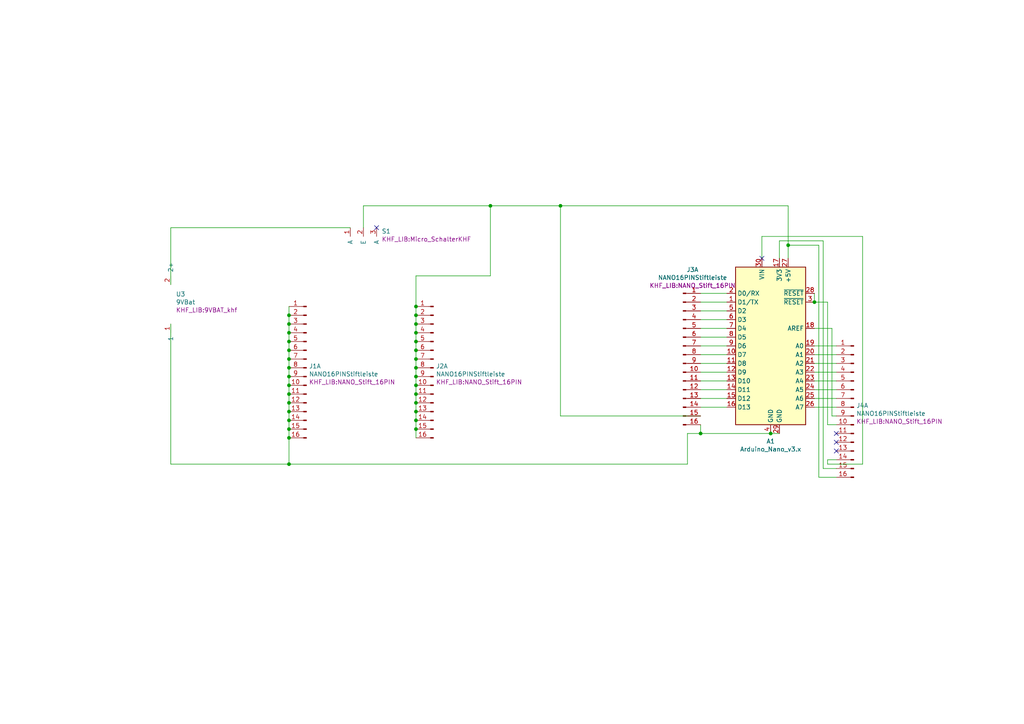
<source format=kicad_sch>
(kicad_sch
	(version 20250114)
	(generator "eeschema")
	(generator_version "9.0")
	(uuid "fa4f1c59-78b5-4bac-9e25-a06ddef6b353")
	(paper "A4")
	(lib_symbols
		(symbol "KHF-LIB:9VBat"
			(pin_names
				(offset 1.016)
			)
			(exclude_from_sim no)
			(in_bom yes)
			(on_board yes)
			(property "Reference" "U"
				(at 0 0 0)
				(effects
					(font
						(size 1.27 1.27)
					)
				)
			)
			(property "Value" "KHF-LIB_9VBat"
				(at -6.35 3.81 0)
				(effects
					(font
						(size 1.27 1.27)
					)
				)
			)
			(property "Footprint" "KHF_LIB:9VBAT_khf"
				(at -11.43 0 0)
				(effects
					(font
						(size 1.27 1.27)
					)
				)
			)
			(property "Datasheet" ""
				(at 0 0 0)
				(effects
					(font
						(size 1.27 1.27)
					)
					(hide yes)
				)
			)
			(property "Description" ""
				(at 0 0 0)
				(effects
					(font
						(size 1.27 1.27)
					)
					(hide yes)
				)
			)
			(symbol "9VBat_1_1"
				(pin power_out line
					(at 0 6.35 90)
					(length 2.54)
					(name "2+"
						(effects
							(font
								(size 1.27 1.27)
							)
						)
					)
					(number "2"
						(effects
							(font
								(size 1.27 1.27)
							)
						)
					)
				)
				(pin power_out line
					(at 0 -5.08 270)
					(length 2.54)
					(name "1"
						(effects
							(font
								(size 1.27 1.27)
							)
						)
					)
					(number "1"
						(effects
							(font
								(size 1.27 1.27)
							)
						)
					)
				)
			)
			(embedded_fonts no)
		)
		(symbol "KHF-LIB:Micro_Schalter"
			(pin_names
				(offset 1.016)
			)
			(exclude_from_sim no)
			(in_bom yes)
			(on_board yes)
			(property "Reference" "S"
				(at 0 0 0)
				(effects
					(font
						(size 1.27 1.27)
					)
				)
			)
			(property "Value" "KHF-LIB_Micro_Schalter"
				(at 0 5.08 0)
				(effects
					(font
						(size 1.27 1.27)
					)
					(hide yes)
				)
			)
			(property "Footprint" "KHF_LIB:Micro_SchalterKHF"
				(at 0 0 0)
				(effects
					(font
						(size 1.27 1.27)
					)
				)
			)
			(property "Datasheet" ""
				(at 0 0 0)
				(effects
					(font
						(size 1.27 1.27)
					)
					(hide yes)
				)
			)
			(property "Description" ""
				(at 0 0 0)
				(effects
					(font
						(size 1.27 1.27)
					)
					(hide yes)
				)
			)
			(symbol "Micro_Schalter_1_1"
				(pin passive line
					(at -3.81 -2.54 270)
					(length 2.54)
					(name "A"
						(effects
							(font
								(size 1.27 1.27)
							)
						)
					)
					(number "1"
						(effects
							(font
								(size 1.27 1.27)
							)
						)
					)
				)
				(pin passive line
					(at 0 -2.54 270)
					(length 2.54)
					(name "E"
						(effects
							(font
								(size 1.27 1.27)
							)
						)
					)
					(number "2"
						(effects
							(font
								(size 1.27 1.27)
							)
						)
					)
				)
				(pin passive line
					(at 3.81 -2.54 270)
					(length 2.54)
					(name "A"
						(effects
							(font
								(size 1.27 1.27)
							)
						)
					)
					(number "3"
						(effects
							(font
								(size 1.27 1.27)
							)
						)
					)
				)
			)
			(embedded_fonts no)
		)
		(symbol "KHF-LIB:NANO16PINStiftleiste"
			(pin_names
				(offset 1.016)
				(hide yes)
			)
			(exclude_from_sim no)
			(in_bom yes)
			(on_board yes)
			(property "Reference" "J"
				(at 0 50.8 0)
				(effects
					(font
						(size 1.27 1.27)
					)
				)
			)
			(property "Value" "KHF-LIB_NANO16PINStiftleiste"
				(at -24.13 11.43 0)
				(effects
					(font
						(size 1.27 1.27)
					)
				)
			)
			(property "Footprint" "KHF_LIB:NANO_Stift_16PIN"
				(at 1.27 54.61 0)
				(effects
					(font
						(size 1.27 1.27)
					)
				)
			)
			(property "Datasheet" ""
				(at 3.81 53.34 0)
				(effects
					(font
						(size 1.27 1.27)
					)
					(hide yes)
				)
			)
			(property "Description" ""
				(at 0 0 0)
				(effects
					(font
						(size 1.27 1.27)
					)
					(hide yes)
				)
			)
			(property "ki_fp_filters" "*FMC*ASP*134602?01*10x40*P1.27mm*"
				(at 0 0 0)
				(effects
					(font
						(size 1.27 1.27)
					)
					(hide yes)
				)
			)
			(symbol "NANO16PINStiftleiste_1_1"
				(polyline
					(pts
						(xy -1.27 48.26) (xy -0.8636 48.26)
					)
					(stroke
						(width 0.1524)
						(type solid)
					)
					(fill
						(type none)
					)
				)
				(polyline
					(pts
						(xy -1.27 45.72) (xy -0.8636 45.72)
					)
					(stroke
						(width 0.1524)
						(type solid)
					)
					(fill
						(type none)
					)
				)
				(polyline
					(pts
						(xy -1.27 43.18) (xy -0.8636 43.18)
					)
					(stroke
						(width 0.1524)
						(type solid)
					)
					(fill
						(type none)
					)
				)
				(polyline
					(pts
						(xy -1.27 40.64) (xy -0.8636 40.64)
					)
					(stroke
						(width 0.1524)
						(type solid)
					)
					(fill
						(type none)
					)
				)
				(polyline
					(pts
						(xy -1.27 38.1) (xy -0.8636 38.1)
					)
					(stroke
						(width 0.1524)
						(type solid)
					)
					(fill
						(type none)
					)
				)
				(polyline
					(pts
						(xy -1.27 35.56) (xy -0.8636 35.56)
					)
					(stroke
						(width 0.1524)
						(type solid)
					)
					(fill
						(type none)
					)
				)
				(polyline
					(pts
						(xy -1.27 33.02) (xy -0.8636 33.02)
					)
					(stroke
						(width 0.1524)
						(type solid)
					)
					(fill
						(type none)
					)
				)
				(polyline
					(pts
						(xy -1.27 30.48) (xy -0.8636 30.48)
					)
					(stroke
						(width 0.1524)
						(type solid)
					)
					(fill
						(type none)
					)
				)
				(polyline
					(pts
						(xy -1.27 27.94) (xy -0.8636 27.94)
					)
					(stroke
						(width 0.1524)
						(type solid)
					)
					(fill
						(type none)
					)
				)
				(polyline
					(pts
						(xy -1.27 25.4) (xy -0.8636 25.4)
					)
					(stroke
						(width 0.1524)
						(type solid)
					)
					(fill
						(type none)
					)
				)
				(polyline
					(pts
						(xy -1.27 22.86) (xy -0.8636 22.86)
					)
					(stroke
						(width 0.1524)
						(type solid)
					)
					(fill
						(type none)
					)
				)
				(polyline
					(pts
						(xy -1.27 20.32) (xy -0.8636 20.32)
					)
					(stroke
						(width 0.1524)
						(type solid)
					)
					(fill
						(type none)
					)
				)
				(polyline
					(pts
						(xy -1.27 17.78) (xy -0.8636 17.78)
					)
					(stroke
						(width 0.1524)
						(type solid)
					)
					(fill
						(type none)
					)
				)
				(polyline
					(pts
						(xy -1.27 15.24) (xy -0.8636 15.24)
					)
					(stroke
						(width 0.1524)
						(type solid)
					)
					(fill
						(type none)
					)
				)
				(polyline
					(pts
						(xy -1.27 12.7) (xy -0.8636 12.7)
					)
					(stroke
						(width 0.1524)
						(type solid)
					)
					(fill
						(type none)
					)
				)
				(polyline
					(pts
						(xy -1.27 10.16) (xy -0.8636 10.16)
					)
					(stroke
						(width 0.1524)
						(type solid)
					)
					(fill
						(type none)
					)
				)
				(rectangle
					(start -0.8636 48.387)
					(end 0 48.133)
					(stroke
						(width 0.1524)
						(type solid)
					)
					(fill
						(type outline)
					)
				)
				(rectangle
					(start -0.8636 45.847)
					(end 0 45.593)
					(stroke
						(width 0.1524)
						(type solid)
					)
					(fill
						(type outline)
					)
				)
				(rectangle
					(start -0.8636 43.307)
					(end 0 43.053)
					(stroke
						(width 0.1524)
						(type solid)
					)
					(fill
						(type outline)
					)
				)
				(rectangle
					(start -0.8636 40.767)
					(end 0 40.513)
					(stroke
						(width 0.1524)
						(type solid)
					)
					(fill
						(type outline)
					)
				)
				(rectangle
					(start -0.8636 38.227)
					(end 0 37.973)
					(stroke
						(width 0.1524)
						(type solid)
					)
					(fill
						(type outline)
					)
				)
				(rectangle
					(start -0.8636 35.687)
					(end 0 35.433)
					(stroke
						(width 0.1524)
						(type solid)
					)
					(fill
						(type outline)
					)
				)
				(rectangle
					(start -0.8636 33.147)
					(end 0 32.893)
					(stroke
						(width 0.1524)
						(type solid)
					)
					(fill
						(type outline)
					)
				)
				(rectangle
					(start -0.8636 30.607)
					(end 0 30.353)
					(stroke
						(width 0.1524)
						(type solid)
					)
					(fill
						(type outline)
					)
				)
				(rectangle
					(start -0.8636 28.067)
					(end 0 27.813)
					(stroke
						(width 0.1524)
						(type solid)
					)
					(fill
						(type outline)
					)
				)
				(rectangle
					(start -0.8636 25.527)
					(end 0 25.273)
					(stroke
						(width 0.1524)
						(type solid)
					)
					(fill
						(type outline)
					)
				)
				(rectangle
					(start -0.8636 22.987)
					(end 0 22.733)
					(stroke
						(width 0.1524)
						(type solid)
					)
					(fill
						(type outline)
					)
				)
				(rectangle
					(start -0.8636 20.447)
					(end 0 20.193)
					(stroke
						(width 0.1524)
						(type solid)
					)
					(fill
						(type outline)
					)
				)
				(rectangle
					(start -0.8636 17.907)
					(end 0 17.653)
					(stroke
						(width 0.1524)
						(type solid)
					)
					(fill
						(type outline)
					)
				)
				(rectangle
					(start -0.8636 15.367)
					(end 0 15.113)
					(stroke
						(width 0.1524)
						(type solid)
					)
					(fill
						(type outline)
					)
				)
				(rectangle
					(start -0.8636 12.827)
					(end 0 12.573)
					(stroke
						(width 0.1524)
						(type solid)
					)
					(fill
						(type outline)
					)
				)
				(rectangle
					(start -0.8636 10.287)
					(end 0 10.033)
					(stroke
						(width 0.1524)
						(type solid)
					)
					(fill
						(type outline)
					)
				)
				(pin passive line
					(at -5.08 48.26 0)
					(length 3.81)
					(name "Pin_1"
						(effects
							(font
								(size 1.27 1.27)
							)
						)
					)
					(number "1"
						(effects
							(font
								(size 1.27 1.27)
							)
						)
					)
				)
				(pin passive line
					(at -5.08 45.72 0)
					(length 3.81)
					(name "Pin_2"
						(effects
							(font
								(size 1.27 1.27)
							)
						)
					)
					(number "2"
						(effects
							(font
								(size 1.27 1.27)
							)
						)
					)
				)
				(pin passive line
					(at -5.08 43.18 0)
					(length 3.81)
					(name "Pin_3"
						(effects
							(font
								(size 1.27 1.27)
							)
						)
					)
					(number "3"
						(effects
							(font
								(size 1.27 1.27)
							)
						)
					)
				)
				(pin passive line
					(at -5.08 40.64 0)
					(length 3.81)
					(name "Pin_4"
						(effects
							(font
								(size 1.27 1.27)
							)
						)
					)
					(number "4"
						(effects
							(font
								(size 1.27 1.27)
							)
						)
					)
				)
				(pin passive line
					(at -5.08 38.1 0)
					(length 3.81)
					(name "Pin_5"
						(effects
							(font
								(size 1.27 1.27)
							)
						)
					)
					(number "5"
						(effects
							(font
								(size 1.27 1.27)
							)
						)
					)
				)
				(pin passive line
					(at -5.08 35.56 0)
					(length 3.81)
					(name "Pin_6"
						(effects
							(font
								(size 1.27 1.27)
							)
						)
					)
					(number "6"
						(effects
							(font
								(size 1.27 1.27)
							)
						)
					)
				)
				(pin passive line
					(at -5.08 33.02 0)
					(length 3.81)
					(name "Pin_7"
						(effects
							(font
								(size 1.27 1.27)
							)
						)
					)
					(number "7"
						(effects
							(font
								(size 1.27 1.27)
							)
						)
					)
				)
				(pin passive line
					(at -5.08 30.48 0)
					(length 3.81)
					(name "Pin_8"
						(effects
							(font
								(size 1.27 1.27)
							)
						)
					)
					(number "8"
						(effects
							(font
								(size 1.27 1.27)
							)
						)
					)
				)
				(pin passive line
					(at -5.08 27.94 0)
					(length 3.81)
					(name "Pin_9"
						(effects
							(font
								(size 1.27 1.27)
							)
						)
					)
					(number "9"
						(effects
							(font
								(size 1.27 1.27)
							)
						)
					)
				)
				(pin passive line
					(at -5.08 25.4 0)
					(length 3.81)
					(name "Pin_10"
						(effects
							(font
								(size 1.27 1.27)
							)
						)
					)
					(number "10"
						(effects
							(font
								(size 1.27 1.27)
							)
						)
					)
				)
				(pin passive line
					(at -5.08 22.86 0)
					(length 3.81)
					(name "Pin_11"
						(effects
							(font
								(size 1.27 1.27)
							)
						)
					)
					(number "11"
						(effects
							(font
								(size 1.27 1.27)
							)
						)
					)
				)
				(pin passive line
					(at -5.08 20.32 0)
					(length 3.81)
					(name "Pin_12"
						(effects
							(font
								(size 1.27 1.27)
							)
						)
					)
					(number "12"
						(effects
							(font
								(size 1.27 1.27)
							)
						)
					)
				)
				(pin passive line
					(at -5.08 17.78 0)
					(length 3.81)
					(name "Pin_13"
						(effects
							(font
								(size 1.27 1.27)
							)
						)
					)
					(number "13"
						(effects
							(font
								(size 1.27 1.27)
							)
						)
					)
				)
				(pin passive line
					(at -5.08 15.24 0)
					(length 3.81)
					(name "Pin_14"
						(effects
							(font
								(size 1.27 1.27)
							)
						)
					)
					(number "14"
						(effects
							(font
								(size 1.27 1.27)
							)
						)
					)
				)
				(pin passive line
					(at -5.08 12.7 0)
					(length 3.81)
					(name "Pin_15"
						(effects
							(font
								(size 1.27 1.27)
							)
						)
					)
					(number "15"
						(effects
							(font
								(size 1.27 1.27)
							)
						)
					)
				)
				(pin passive line
					(at -5.08 10.16 0)
					(length 3.81)
					(name "Pin_16"
						(effects
							(font
								(size 1.27 1.27)
							)
						)
					)
					(number "16"
						(effects
							(font
								(size 1.27 1.27)
							)
						)
					)
				)
			)
			(symbol "NANO16PINStiftleiste_2_1"
				(polyline
					(pts
						(xy -1.27 48.26) (xy -0.8636 48.26)
					)
					(stroke
						(width 0.1524)
						(type solid)
					)
					(fill
						(type none)
					)
				)
				(polyline
					(pts
						(xy -1.27 45.72) (xy -0.8636 45.72)
					)
					(stroke
						(width 0.1524)
						(type solid)
					)
					(fill
						(type none)
					)
				)
				(polyline
					(pts
						(xy -1.27 43.18) (xy -0.8636 43.18)
					)
					(stroke
						(width 0.1524)
						(type solid)
					)
					(fill
						(type none)
					)
				)
				(polyline
					(pts
						(xy -1.27 40.64) (xy -0.8636 40.64)
					)
					(stroke
						(width 0.1524)
						(type solid)
					)
					(fill
						(type none)
					)
				)
				(polyline
					(pts
						(xy -1.27 38.1) (xy -0.8636 38.1)
					)
					(stroke
						(width 0.1524)
						(type solid)
					)
					(fill
						(type none)
					)
				)
				(polyline
					(pts
						(xy -1.27 35.56) (xy -0.8636 35.56)
					)
					(stroke
						(width 0.1524)
						(type solid)
					)
					(fill
						(type none)
					)
				)
				(polyline
					(pts
						(xy -1.27 33.02) (xy -0.8636 33.02)
					)
					(stroke
						(width 0.1524)
						(type solid)
					)
					(fill
						(type none)
					)
				)
				(polyline
					(pts
						(xy -1.27 30.48) (xy -0.8636 30.48)
					)
					(stroke
						(width 0.1524)
						(type solid)
					)
					(fill
						(type none)
					)
				)
				(polyline
					(pts
						(xy -1.27 27.94) (xy -0.8636 27.94)
					)
					(stroke
						(width 0.1524)
						(type solid)
					)
					(fill
						(type none)
					)
				)
				(polyline
					(pts
						(xy -1.27 25.4) (xy -0.8636 25.4)
					)
					(stroke
						(width 0.1524)
						(type solid)
					)
					(fill
						(type none)
					)
				)
				(polyline
					(pts
						(xy -1.27 22.86) (xy -0.8636 22.86)
					)
					(stroke
						(width 0.1524)
						(type solid)
					)
					(fill
						(type none)
					)
				)
				(polyline
					(pts
						(xy -1.27 20.32) (xy -0.8636 20.32)
					)
					(stroke
						(width 0.1524)
						(type solid)
					)
					(fill
						(type none)
					)
				)
				(polyline
					(pts
						(xy -1.27 17.78) (xy -0.8636 17.78)
					)
					(stroke
						(width 0.1524)
						(type solid)
					)
					(fill
						(type none)
					)
				)
				(polyline
					(pts
						(xy -1.27 15.24) (xy -0.8636 15.24)
					)
					(stroke
						(width 0.1524)
						(type solid)
					)
					(fill
						(type none)
					)
				)
				(polyline
					(pts
						(xy -1.27 12.7) (xy -0.8636 12.7)
					)
					(stroke
						(width 0.1524)
						(type solid)
					)
					(fill
						(type none)
					)
				)
				(polyline
					(pts
						(xy -1.27 10.16) (xy -0.8636 10.16)
					)
					(stroke
						(width 0.1524)
						(type solid)
					)
					(fill
						(type none)
					)
				)
				(polyline
					(pts
						(xy -1.27 7.62) (xy -0.8636 7.62)
					)
					(stroke
						(width 0.1524)
						(type solid)
					)
					(fill
						(type none)
					)
				)
				(polyline
					(pts
						(xy -1.27 5.08) (xy -0.8636 5.08)
					)
					(stroke
						(width 0.1524)
						(type solid)
					)
					(fill
						(type none)
					)
				)
				(polyline
					(pts
						(xy -1.27 2.54) (xy -0.8636 2.54)
					)
					(stroke
						(width 0.1524)
						(type solid)
					)
					(fill
						(type none)
					)
				)
				(polyline
					(pts
						(xy -1.27 0) (xy -0.8636 0)
					)
					(stroke
						(width 0.1524)
						(type solid)
					)
					(fill
						(type none)
					)
				)
				(polyline
					(pts
						(xy -1.27 -2.54) (xy -0.8636 -2.54)
					)
					(stroke
						(width 0.1524)
						(type solid)
					)
					(fill
						(type none)
					)
				)
				(polyline
					(pts
						(xy -1.27 -5.08) (xy -0.8636 -5.08)
					)
					(stroke
						(width 0.1524)
						(type solid)
					)
					(fill
						(type none)
					)
				)
				(polyline
					(pts
						(xy -1.27 -7.62) (xy -0.8636 -7.62)
					)
					(stroke
						(width 0.1524)
						(type solid)
					)
					(fill
						(type none)
					)
				)
				(polyline
					(pts
						(xy -1.27 -10.16) (xy -0.8636 -10.16)
					)
					(stroke
						(width 0.1524)
						(type solid)
					)
					(fill
						(type none)
					)
				)
				(polyline
					(pts
						(xy -1.27 -12.7) (xy -0.8636 -12.7)
					)
					(stroke
						(width 0.1524)
						(type solid)
					)
					(fill
						(type none)
					)
				)
				(polyline
					(pts
						(xy -1.27 -15.24) (xy -0.8636 -15.24)
					)
					(stroke
						(width 0.1524)
						(type solid)
					)
					(fill
						(type none)
					)
				)
				(polyline
					(pts
						(xy -1.27 -17.78) (xy -0.8636 -17.78)
					)
					(stroke
						(width 0.1524)
						(type solid)
					)
					(fill
						(type none)
					)
				)
				(polyline
					(pts
						(xy -1.27 -20.32) (xy -0.8636 -20.32)
					)
					(stroke
						(width 0.1524)
						(type solid)
					)
					(fill
						(type none)
					)
				)
				(polyline
					(pts
						(xy -1.27 -22.86) (xy -0.8636 -22.86)
					)
					(stroke
						(width 0.1524)
						(type solid)
					)
					(fill
						(type none)
					)
				)
				(polyline
					(pts
						(xy -1.27 -25.4) (xy -0.8636 -25.4)
					)
					(stroke
						(width 0.1524)
						(type solid)
					)
					(fill
						(type none)
					)
				)
				(polyline
					(pts
						(xy -1.27 -27.94) (xy -0.8636 -27.94)
					)
					(stroke
						(width 0.1524)
						(type solid)
					)
					(fill
						(type none)
					)
				)
				(polyline
					(pts
						(xy -1.27 -30.48) (xy -0.8636 -30.48)
					)
					(stroke
						(width 0.1524)
						(type solid)
					)
					(fill
						(type none)
					)
				)
				(polyline
					(pts
						(xy -1.27 -33.02) (xy -0.8636 -33.02)
					)
					(stroke
						(width 0.1524)
						(type solid)
					)
					(fill
						(type none)
					)
				)
				(polyline
					(pts
						(xy -1.27 -35.56) (xy -0.8636 -35.56)
					)
					(stroke
						(width 0.1524)
						(type solid)
					)
					(fill
						(type none)
					)
				)
				(polyline
					(pts
						(xy -1.27 -38.1) (xy -0.8636 -38.1)
					)
					(stroke
						(width 0.1524)
						(type solid)
					)
					(fill
						(type none)
					)
				)
				(polyline
					(pts
						(xy -1.27 -40.64) (xy -0.8636 -40.64)
					)
					(stroke
						(width 0.1524)
						(type solid)
					)
					(fill
						(type none)
					)
				)
				(polyline
					(pts
						(xy -1.27 -43.18) (xy -0.8636 -43.18)
					)
					(stroke
						(width 0.1524)
						(type solid)
					)
					(fill
						(type none)
					)
				)
				(polyline
					(pts
						(xy -1.27 -45.72) (xy -0.8636 -45.72)
					)
					(stroke
						(width 0.1524)
						(type solid)
					)
					(fill
						(type none)
					)
				)
				(polyline
					(pts
						(xy -1.27 -48.26) (xy -0.8636 -48.26)
					)
					(stroke
						(width 0.1524)
						(type solid)
					)
					(fill
						(type none)
					)
				)
				(polyline
					(pts
						(xy -1.27 -50.8) (xy -0.8636 -50.8)
					)
					(stroke
						(width 0.1524)
						(type solid)
					)
					(fill
						(type none)
					)
				)
				(rectangle
					(start -0.8636 48.387)
					(end 0 48.133)
					(stroke
						(width 0.1524)
						(type solid)
					)
					(fill
						(type outline)
					)
				)
				(rectangle
					(start -0.8636 45.847)
					(end 0 45.593)
					(stroke
						(width 0.1524)
						(type solid)
					)
					(fill
						(type outline)
					)
				)
				(rectangle
					(start -0.8636 43.307)
					(end 0 43.053)
					(stroke
						(width 0.1524)
						(type solid)
					)
					(fill
						(type outline)
					)
				)
				(rectangle
					(start -0.8636 40.767)
					(end 0 40.513)
					(stroke
						(width 0.1524)
						(type solid)
					)
					(fill
						(type outline)
					)
				)
				(rectangle
					(start -0.8636 38.227)
					(end 0 37.973)
					(stroke
						(width 0.1524)
						(type solid)
					)
					(fill
						(type outline)
					)
				)
				(rectangle
					(start -0.8636 35.687)
					(end 0 35.433)
					(stroke
						(width 0.1524)
						(type solid)
					)
					(fill
						(type outline)
					)
				)
				(rectangle
					(start -0.8636 33.147)
					(end 0 32.893)
					(stroke
						(width 0.1524)
						(type solid)
					)
					(fill
						(type outline)
					)
				)
				(rectangle
					(start -0.8636 30.607)
					(end 0 30.353)
					(stroke
						(width 0.1524)
						(type solid)
					)
					(fill
						(type outline)
					)
				)
				(rectangle
					(start -0.8636 28.067)
					(end 0 27.813)
					(stroke
						(width 0.1524)
						(type solid)
					)
					(fill
						(type outline)
					)
				)
				(rectangle
					(start -0.8636 25.527)
					(end 0 25.273)
					(stroke
						(width 0.1524)
						(type solid)
					)
					(fill
						(type outline)
					)
				)
				(rectangle
					(start -0.8636 22.987)
					(end 0 22.733)
					(stroke
						(width 0.1524)
						(type solid)
					)
					(fill
						(type outline)
					)
				)
				(rectangle
					(start -0.8636 20.447)
					(end 0 20.193)
					(stroke
						(width 0.1524)
						(type solid)
					)
					(fill
						(type outline)
					)
				)
				(rectangle
					(start -0.8636 17.907)
					(end 0 17.653)
					(stroke
						(width 0.1524)
						(type solid)
					)
					(fill
						(type outline)
					)
				)
				(rectangle
					(start -0.8636 15.367)
					(end 0 15.113)
					(stroke
						(width 0.1524)
						(type solid)
					)
					(fill
						(type outline)
					)
				)
				(rectangle
					(start -0.8636 12.827)
					(end 0 12.573)
					(stroke
						(width 0.1524)
						(type solid)
					)
					(fill
						(type outline)
					)
				)
				(rectangle
					(start -0.8636 10.287)
					(end 0 10.033)
					(stroke
						(width 0.1524)
						(type solid)
					)
					(fill
						(type outline)
					)
				)
				(rectangle
					(start -0.8636 7.747)
					(end 0 7.493)
					(stroke
						(width 0.1524)
						(type solid)
					)
					(fill
						(type outline)
					)
				)
				(rectangle
					(start -0.8636 5.207)
					(end 0 4.953)
					(stroke
						(width 0.1524)
						(type solid)
					)
					(fill
						(type outline)
					)
				)
				(rectangle
					(start -0.8636 2.667)
					(end 0 2.413)
					(stroke
						(width 0.1524)
						(type solid)
					)
					(fill
						(type outline)
					)
				)
				(rectangle
					(start -0.8636 0.127)
					(end 0 -0.127)
					(stroke
						(width 0.1524)
						(type solid)
					)
					(fill
						(type outline)
					)
				)
				(rectangle
					(start -0.8636 -2.413)
					(end 0 -2.667)
					(stroke
						(width 0.1524)
						(type solid)
					)
					(fill
						(type outline)
					)
				)
				(rectangle
					(start -0.8636 -4.953)
					(end 0 -5.207)
					(stroke
						(width 0.1524)
						(type solid)
					)
					(fill
						(type outline)
					)
				)
				(rectangle
					(start -0.8636 -7.493)
					(end 0 -7.747)
					(stroke
						(width 0.1524)
						(type solid)
					)
					(fill
						(type outline)
					)
				)
				(rectangle
					(start -0.8636 -10.033)
					(end 0 -10.287)
					(stroke
						(width 0.1524)
						(type solid)
					)
					(fill
						(type outline)
					)
				)
				(rectangle
					(start -0.8636 -12.573)
					(end 0 -12.827)
					(stroke
						(width 0.1524)
						(type solid)
					)
					(fill
						(type outline)
					)
				)
				(rectangle
					(start -0.8636 -15.113)
					(end 0 -15.367)
					(stroke
						(width 0.1524)
						(type solid)
					)
					(fill
						(type outline)
					)
				)
				(rectangle
					(start -0.8636 -17.653)
					(end 0 -17.907)
					(stroke
						(width 0.1524)
						(type solid)
					)
					(fill
						(type outline)
					)
				)
				(rectangle
					(start -0.8636 -20.193)
					(end 0 -20.447)
					(stroke
						(width 0.1524)
						(type solid)
					)
					(fill
						(type outline)
					)
				)
				(rectangle
					(start -0.8636 -22.733)
					(end 0 -22.987)
					(stroke
						(width 0.1524)
						(type solid)
					)
					(fill
						(type outline)
					)
				)
				(rectangle
					(start -0.8636 -25.273)
					(end 0 -25.527)
					(stroke
						(width 0.1524)
						(type solid)
					)
					(fill
						(type outline)
					)
				)
				(rectangle
					(start -0.8636 -27.813)
					(end 0 -28.067)
					(stroke
						(width 0.1524)
						(type solid)
					)
					(fill
						(type outline)
					)
				)
				(rectangle
					(start -0.8636 -30.353)
					(end 0 -30.607)
					(stroke
						(width 0.1524)
						(type solid)
					)
					(fill
						(type outline)
					)
				)
				(rectangle
					(start -0.8636 -32.893)
					(end 0 -33.147)
					(stroke
						(width 0.1524)
						(type solid)
					)
					(fill
						(type outline)
					)
				)
				(rectangle
					(start -0.8636 -35.433)
					(end 0 -35.687)
					(stroke
						(width 0.1524)
						(type solid)
					)
					(fill
						(type outline)
					)
				)
				(rectangle
					(start -0.8636 -37.973)
					(end 0 -38.227)
					(stroke
						(width 0.1524)
						(type solid)
					)
					(fill
						(type outline)
					)
				)
				(rectangle
					(start -0.8636 -40.513)
					(end 0 -40.767)
					(stroke
						(width 0.1524)
						(type solid)
					)
					(fill
						(type outline)
					)
				)
				(rectangle
					(start -0.8636 -43.053)
					(end 0 -43.307)
					(stroke
						(width 0.1524)
						(type solid)
					)
					(fill
						(type outline)
					)
				)
				(rectangle
					(start -0.8636 -45.593)
					(end 0 -45.847)
					(stroke
						(width 0.1524)
						(type solid)
					)
					(fill
						(type outline)
					)
				)
				(rectangle
					(start -0.8636 -48.133)
					(end 0 -48.387)
					(stroke
						(width 0.1524)
						(type solid)
					)
					(fill
						(type outline)
					)
				)
				(rectangle
					(start -0.8636 -50.673)
					(end 0 -50.927)
					(stroke
						(width 0.1524)
						(type solid)
					)
					(fill
						(type outline)
					)
				)
			)
			(symbol "NANO16PINStiftleiste_3_1"
				(polyline
					(pts
						(xy -1.27 48.26) (xy -0.8636 48.26)
					)
					(stroke
						(width 0.1524)
						(type solid)
					)
					(fill
						(type none)
					)
				)
				(polyline
					(pts
						(xy -1.27 45.72) (xy -0.8636 45.72)
					)
					(stroke
						(width 0.1524)
						(type solid)
					)
					(fill
						(type none)
					)
				)
				(polyline
					(pts
						(xy -1.27 43.18) (xy -0.8636 43.18)
					)
					(stroke
						(width 0.1524)
						(type solid)
					)
					(fill
						(type none)
					)
				)
				(polyline
					(pts
						(xy -1.27 40.64) (xy -0.8636 40.64)
					)
					(stroke
						(width 0.1524)
						(type solid)
					)
					(fill
						(type none)
					)
				)
				(polyline
					(pts
						(xy -1.27 38.1) (xy -0.8636 38.1)
					)
					(stroke
						(width 0.1524)
						(type solid)
					)
					(fill
						(type none)
					)
				)
				(polyline
					(pts
						(xy -1.27 35.56) (xy -0.8636 35.56)
					)
					(stroke
						(width 0.1524)
						(type solid)
					)
					(fill
						(type none)
					)
				)
				(polyline
					(pts
						(xy -1.27 33.02) (xy -0.8636 33.02)
					)
					(stroke
						(width 0.1524)
						(type solid)
					)
					(fill
						(type none)
					)
				)
				(polyline
					(pts
						(xy -1.27 30.48) (xy -0.8636 30.48)
					)
					(stroke
						(width 0.1524)
						(type solid)
					)
					(fill
						(type none)
					)
				)
				(polyline
					(pts
						(xy -1.27 27.94) (xy -0.8636 27.94)
					)
					(stroke
						(width 0.1524)
						(type solid)
					)
					(fill
						(type none)
					)
				)
				(polyline
					(pts
						(xy -1.27 25.4) (xy -0.8636 25.4)
					)
					(stroke
						(width 0.1524)
						(type solid)
					)
					(fill
						(type none)
					)
				)
				(polyline
					(pts
						(xy -1.27 22.86) (xy -0.8636 22.86)
					)
					(stroke
						(width 0.1524)
						(type solid)
					)
					(fill
						(type none)
					)
				)
				(polyline
					(pts
						(xy -1.27 20.32) (xy -0.8636 20.32)
					)
					(stroke
						(width 0.1524)
						(type solid)
					)
					(fill
						(type none)
					)
				)
				(polyline
					(pts
						(xy -1.27 17.78) (xy -0.8636 17.78)
					)
					(stroke
						(width 0.1524)
						(type solid)
					)
					(fill
						(type none)
					)
				)
				(polyline
					(pts
						(xy -1.27 15.24) (xy -0.8636 15.24)
					)
					(stroke
						(width 0.1524)
						(type solid)
					)
					(fill
						(type none)
					)
				)
				(polyline
					(pts
						(xy -1.27 12.7) (xy -0.8636 12.7)
					)
					(stroke
						(width 0.1524)
						(type solid)
					)
					(fill
						(type none)
					)
				)
				(polyline
					(pts
						(xy -1.27 10.16) (xy -0.8636 10.16)
					)
					(stroke
						(width 0.1524)
						(type solid)
					)
					(fill
						(type none)
					)
				)
				(polyline
					(pts
						(xy -1.27 7.62) (xy -0.8636 7.62)
					)
					(stroke
						(width 0.1524)
						(type solid)
					)
					(fill
						(type none)
					)
				)
				(polyline
					(pts
						(xy -1.27 5.08) (xy -0.8636 5.08)
					)
					(stroke
						(width 0.1524)
						(type solid)
					)
					(fill
						(type none)
					)
				)
				(polyline
					(pts
						(xy -1.27 2.54) (xy -0.8636 2.54)
					)
					(stroke
						(width 0.1524)
						(type solid)
					)
					(fill
						(type none)
					)
				)
				(polyline
					(pts
						(xy -1.27 0) (xy -0.8636 0)
					)
					(stroke
						(width 0.1524)
						(type solid)
					)
					(fill
						(type none)
					)
				)
				(polyline
					(pts
						(xy -1.27 -2.54) (xy -0.8636 -2.54)
					)
					(stroke
						(width 0.1524)
						(type solid)
					)
					(fill
						(type none)
					)
				)
				(polyline
					(pts
						(xy -1.27 -5.08) (xy -0.8636 -5.08)
					)
					(stroke
						(width 0.1524)
						(type solid)
					)
					(fill
						(type none)
					)
				)
				(polyline
					(pts
						(xy -1.27 -7.62) (xy -0.8636 -7.62)
					)
					(stroke
						(width 0.1524)
						(type solid)
					)
					(fill
						(type none)
					)
				)
				(polyline
					(pts
						(xy -1.27 -10.16) (xy -0.8636 -10.16)
					)
					(stroke
						(width 0.1524)
						(type solid)
					)
					(fill
						(type none)
					)
				)
				(polyline
					(pts
						(xy -1.27 -12.7) (xy -0.8636 -12.7)
					)
					(stroke
						(width 0.1524)
						(type solid)
					)
					(fill
						(type none)
					)
				)
				(polyline
					(pts
						(xy -1.27 -15.24) (xy -0.8636 -15.24)
					)
					(stroke
						(width 0.1524)
						(type solid)
					)
					(fill
						(type none)
					)
				)
				(polyline
					(pts
						(xy -1.27 -17.78) (xy -0.8636 -17.78)
					)
					(stroke
						(width 0.1524)
						(type solid)
					)
					(fill
						(type none)
					)
				)
				(polyline
					(pts
						(xy -1.27 -20.32) (xy -0.8636 -20.32)
					)
					(stroke
						(width 0.1524)
						(type solid)
					)
					(fill
						(type none)
					)
				)
				(polyline
					(pts
						(xy -1.27 -22.86) (xy -0.8636 -22.86)
					)
					(stroke
						(width 0.1524)
						(type solid)
					)
					(fill
						(type none)
					)
				)
				(polyline
					(pts
						(xy -1.27 -25.4) (xy -0.8636 -25.4)
					)
					(stroke
						(width 0.1524)
						(type solid)
					)
					(fill
						(type none)
					)
				)
				(polyline
					(pts
						(xy -1.27 -27.94) (xy -0.8636 -27.94)
					)
					(stroke
						(width 0.1524)
						(type solid)
					)
					(fill
						(type none)
					)
				)
				(polyline
					(pts
						(xy -1.27 -30.48) (xy -0.8636 -30.48)
					)
					(stroke
						(width 0.1524)
						(type solid)
					)
					(fill
						(type none)
					)
				)
				(polyline
					(pts
						(xy -1.27 -33.02) (xy -0.8636 -33.02)
					)
					(stroke
						(width 0.1524)
						(type solid)
					)
					(fill
						(type none)
					)
				)
				(polyline
					(pts
						(xy -1.27 -35.56) (xy -0.8636 -35.56)
					)
					(stroke
						(width 0.1524)
						(type solid)
					)
					(fill
						(type none)
					)
				)
				(polyline
					(pts
						(xy -1.27 -38.1) (xy -0.8636 -38.1)
					)
					(stroke
						(width 0.1524)
						(type solid)
					)
					(fill
						(type none)
					)
				)
				(polyline
					(pts
						(xy -1.27 -40.64) (xy -0.8636 -40.64)
					)
					(stroke
						(width 0.1524)
						(type solid)
					)
					(fill
						(type none)
					)
				)
				(polyline
					(pts
						(xy -1.27 -43.18) (xy -0.8636 -43.18)
					)
					(stroke
						(width 0.1524)
						(type solid)
					)
					(fill
						(type none)
					)
				)
				(polyline
					(pts
						(xy -1.27 -45.72) (xy -0.8636 -45.72)
					)
					(stroke
						(width 0.1524)
						(type solid)
					)
					(fill
						(type none)
					)
				)
				(polyline
					(pts
						(xy -1.27 -48.26) (xy -0.8636 -48.26)
					)
					(stroke
						(width 0.1524)
						(type solid)
					)
					(fill
						(type none)
					)
				)
				(polyline
					(pts
						(xy -1.27 -50.8) (xy -0.8636 -50.8)
					)
					(stroke
						(width 0.1524)
						(type solid)
					)
					(fill
						(type none)
					)
				)
				(rectangle
					(start -0.8636 48.387)
					(end 0 48.133)
					(stroke
						(width 0.1524)
						(type solid)
					)
					(fill
						(type outline)
					)
				)
				(rectangle
					(start -0.8636 45.847)
					(end 0 45.593)
					(stroke
						(width 0.1524)
						(type solid)
					)
					(fill
						(type outline)
					)
				)
				(rectangle
					(start -0.8636 43.307)
					(end 0 43.053)
					(stroke
						(width 0.1524)
						(type solid)
					)
					(fill
						(type outline)
					)
				)
				(rectangle
					(start -0.8636 40.767)
					(end 0 40.513)
					(stroke
						(width 0.1524)
						(type solid)
					)
					(fill
						(type outline)
					)
				)
				(rectangle
					(start -0.8636 38.227)
					(end 0 37.973)
					(stroke
						(width 0.1524)
						(type solid)
					)
					(fill
						(type outline)
					)
				)
				(rectangle
					(start -0.8636 35.687)
					(end 0 35.433)
					(stroke
						(width 0.1524)
						(type solid)
					)
					(fill
						(type outline)
					)
				)
				(rectangle
					(start -0.8636 33.147)
					(end 0 32.893)
					(stroke
						(width 0.1524)
						(type solid)
					)
					(fill
						(type outline)
					)
				)
				(rectangle
					(start -0.8636 30.607)
					(end 0 30.353)
					(stroke
						(width 0.1524)
						(type solid)
					)
					(fill
						(type outline)
					)
				)
				(rectangle
					(start -0.8636 28.067)
					(end 0 27.813)
					(stroke
						(width 0.1524)
						(type solid)
					)
					(fill
						(type outline)
					)
				)
				(rectangle
					(start -0.8636 25.527)
					(end 0 25.273)
					(stroke
						(width 0.1524)
						(type solid)
					)
					(fill
						(type outline)
					)
				)
				(rectangle
					(start -0.8636 22.987)
					(end 0 22.733)
					(stroke
						(width 0.1524)
						(type solid)
					)
					(fill
						(type outline)
					)
				)
				(rectangle
					(start -0.8636 20.447)
					(end 0 20.193)
					(stroke
						(width 0.1524)
						(type solid)
					)
					(fill
						(type outline)
					)
				)
				(rectangle
					(start -0.8636 17.907)
					(end 0 17.653)
					(stroke
						(width 0.1524)
						(type solid)
					)
					(fill
						(type outline)
					)
				)
				(rectangle
					(start -0.8636 15.367)
					(end 0 15.113)
					(stroke
						(width 0.1524)
						(type solid)
					)
					(fill
						(type outline)
					)
				)
				(rectangle
					(start -0.8636 12.827)
					(end 0 12.573)
					(stroke
						(width 0.1524)
						(type solid)
					)
					(fill
						(type outline)
					)
				)
				(rectangle
					(start -0.8636 10.287)
					(end 0 10.033)
					(stroke
						(width 0.1524)
						(type solid)
					)
					(fill
						(type outline)
					)
				)
				(rectangle
					(start -0.8636 7.747)
					(end 0 7.493)
					(stroke
						(width 0.1524)
						(type solid)
					)
					(fill
						(type outline)
					)
				)
				(rectangle
					(start -0.8636 5.207)
					(end 0 4.953)
					(stroke
						(width 0.1524)
						(type solid)
					)
					(fill
						(type outline)
					)
				)
				(rectangle
					(start -0.8636 2.667)
					(end 0 2.413)
					(stroke
						(width 0.1524)
						(type solid)
					)
					(fill
						(type outline)
					)
				)
				(rectangle
					(start -0.8636 0.127)
					(end 0 -0.127)
					(stroke
						(width 0.1524)
						(type solid)
					)
					(fill
						(type outline)
					)
				)
				(rectangle
					(start -0.8636 -2.413)
					(end 0 -2.667)
					(stroke
						(width 0.1524)
						(type solid)
					)
					(fill
						(type outline)
					)
				)
				(rectangle
					(start -0.8636 -4.953)
					(end 0 -5.207)
					(stroke
						(width 0.1524)
						(type solid)
					)
					(fill
						(type outline)
					)
				)
				(rectangle
					(start -0.8636 -7.493)
					(end 0 -7.747)
					(stroke
						(width 0.1524)
						(type solid)
					)
					(fill
						(type outline)
					)
				)
				(rectangle
					(start -0.8636 -10.033)
					(end 0 -10.287)
					(stroke
						(width 0.1524)
						(type solid)
					)
					(fill
						(type outline)
					)
				)
				(rectangle
					(start -0.8636 -12.573)
					(end 0 -12.827)
					(stroke
						(width 0.1524)
						(type solid)
					)
					(fill
						(type outline)
					)
				)
				(rectangle
					(start -0.8636 -15.113)
					(end 0 -15.367)
					(stroke
						(width 0.1524)
						(type solid)
					)
					(fill
						(type outline)
					)
				)
				(rectangle
					(start -0.8636 -17.653)
					(end 0 -17.907)
					(stroke
						(width 0.1524)
						(type solid)
					)
					(fill
						(type outline)
					)
				)
				(rectangle
					(start -0.8636 -20.193)
					(end 0 -20.447)
					(stroke
						(width 0.1524)
						(type solid)
					)
					(fill
						(type outline)
					)
				)
				(rectangle
					(start -0.8636 -22.733)
					(end 0 -22.987)
					(stroke
						(width 0.1524)
						(type solid)
					)
					(fill
						(type outline)
					)
				)
				(rectangle
					(start -0.8636 -25.273)
					(end 0 -25.527)
					(stroke
						(width 0.1524)
						(type solid)
					)
					(fill
						(type outline)
					)
				)
				(rectangle
					(start -0.8636 -27.813)
					(end 0 -28.067)
					(stroke
						(width 0.1524)
						(type solid)
					)
					(fill
						(type outline)
					)
				)
				(rectangle
					(start -0.8636 -30.353)
					(end 0 -30.607)
					(stroke
						(width 0.1524)
						(type solid)
					)
					(fill
						(type outline)
					)
				)
				(rectangle
					(start -0.8636 -32.893)
					(end 0 -33.147)
					(stroke
						(width 0.1524)
						(type solid)
					)
					(fill
						(type outline)
					)
				)
				(rectangle
					(start -0.8636 -35.433)
					(end 0 -35.687)
					(stroke
						(width 0.1524)
						(type solid)
					)
					(fill
						(type outline)
					)
				)
				(rectangle
					(start -0.8636 -37.973)
					(end 0 -38.227)
					(stroke
						(width 0.1524)
						(type solid)
					)
					(fill
						(type outline)
					)
				)
				(rectangle
					(start -0.8636 -40.513)
					(end 0 -40.767)
					(stroke
						(width 0.1524)
						(type solid)
					)
					(fill
						(type outline)
					)
				)
				(rectangle
					(start -0.8636 -43.053)
					(end 0 -43.307)
					(stroke
						(width 0.1524)
						(type solid)
					)
					(fill
						(type outline)
					)
				)
				(rectangle
					(start -0.8636 -45.593)
					(end 0 -45.847)
					(stroke
						(width 0.1524)
						(type solid)
					)
					(fill
						(type outline)
					)
				)
				(rectangle
					(start -0.8636 -48.133)
					(end 0 -48.387)
					(stroke
						(width 0.1524)
						(type solid)
					)
					(fill
						(type outline)
					)
				)
				(rectangle
					(start -0.8636 -50.673)
					(end 0 -50.927)
					(stroke
						(width 0.1524)
						(type solid)
					)
					(fill
						(type outline)
					)
				)
			)
			(symbol "NANO16PINStiftleiste_4_1"
				(polyline
					(pts
						(xy -1.27 48.26) (xy -0.8636 48.26)
					)
					(stroke
						(width 0.1524)
						(type solid)
					)
					(fill
						(type none)
					)
				)
				(polyline
					(pts
						(xy -1.27 45.72) (xy -0.8636 45.72)
					)
					(stroke
						(width 0.1524)
						(type solid)
					)
					(fill
						(type none)
					)
				)
				(polyline
					(pts
						(xy -1.27 43.18) (xy -0.8636 43.18)
					)
					(stroke
						(width 0.1524)
						(type solid)
					)
					(fill
						(type none)
					)
				)
				(polyline
					(pts
						(xy -1.27 40.64) (xy -0.8636 40.64)
					)
					(stroke
						(width 0.1524)
						(type solid)
					)
					(fill
						(type none)
					)
				)
				(polyline
					(pts
						(xy -1.27 38.1) (xy -0.8636 38.1)
					)
					(stroke
						(width 0.1524)
						(type solid)
					)
					(fill
						(type none)
					)
				)
				(polyline
					(pts
						(xy -1.27 35.56) (xy -0.8636 35.56)
					)
					(stroke
						(width 0.1524)
						(type solid)
					)
					(fill
						(type none)
					)
				)
				(polyline
					(pts
						(xy -1.27 33.02) (xy -0.8636 33.02)
					)
					(stroke
						(width 0.1524)
						(type solid)
					)
					(fill
						(type none)
					)
				)
				(polyline
					(pts
						(xy -1.27 30.48) (xy -0.8636 30.48)
					)
					(stroke
						(width 0.1524)
						(type solid)
					)
					(fill
						(type none)
					)
				)
				(polyline
					(pts
						(xy -1.27 27.94) (xy -0.8636 27.94)
					)
					(stroke
						(width 0.1524)
						(type solid)
					)
					(fill
						(type none)
					)
				)
				(polyline
					(pts
						(xy -1.27 25.4) (xy -0.8636 25.4)
					)
					(stroke
						(width 0.1524)
						(type solid)
					)
					(fill
						(type none)
					)
				)
				(polyline
					(pts
						(xy -1.27 22.86) (xy -0.8636 22.86)
					)
					(stroke
						(width 0.1524)
						(type solid)
					)
					(fill
						(type none)
					)
				)
				(polyline
					(pts
						(xy -1.27 20.32) (xy -0.8636 20.32)
					)
					(stroke
						(width 0.1524)
						(type solid)
					)
					(fill
						(type none)
					)
				)
				(polyline
					(pts
						(xy -1.27 17.78) (xy -0.8636 17.78)
					)
					(stroke
						(width 0.1524)
						(type solid)
					)
					(fill
						(type none)
					)
				)
				(polyline
					(pts
						(xy -1.27 15.24) (xy -0.8636 15.24)
					)
					(stroke
						(width 0.1524)
						(type solid)
					)
					(fill
						(type none)
					)
				)
				(polyline
					(pts
						(xy -1.27 12.7) (xy -0.8636 12.7)
					)
					(stroke
						(width 0.1524)
						(type solid)
					)
					(fill
						(type none)
					)
				)
				(polyline
					(pts
						(xy -1.27 10.16) (xy -0.8636 10.16)
					)
					(stroke
						(width 0.1524)
						(type solid)
					)
					(fill
						(type none)
					)
				)
				(polyline
					(pts
						(xy -1.27 7.62) (xy -0.8636 7.62)
					)
					(stroke
						(width 0.1524)
						(type solid)
					)
					(fill
						(type none)
					)
				)
				(polyline
					(pts
						(xy -1.27 5.08) (xy -0.8636 5.08)
					)
					(stroke
						(width 0.1524)
						(type solid)
					)
					(fill
						(type none)
					)
				)
				(polyline
					(pts
						(xy -1.27 2.54) (xy -0.8636 2.54)
					)
					(stroke
						(width 0.1524)
						(type solid)
					)
					(fill
						(type none)
					)
				)
				(polyline
					(pts
						(xy -1.27 0) (xy -0.8636 0)
					)
					(stroke
						(width 0.1524)
						(type solid)
					)
					(fill
						(type none)
					)
				)
				(polyline
					(pts
						(xy -1.27 -2.54) (xy -0.8636 -2.54)
					)
					(stroke
						(width 0.1524)
						(type solid)
					)
					(fill
						(type none)
					)
				)
				(polyline
					(pts
						(xy -1.27 -5.08) (xy -0.8636 -5.08)
					)
					(stroke
						(width 0.1524)
						(type solid)
					)
					(fill
						(type none)
					)
				)
				(polyline
					(pts
						(xy -1.27 -7.62) (xy -0.8636 -7.62)
					)
					(stroke
						(width 0.1524)
						(type solid)
					)
					(fill
						(type none)
					)
				)
				(polyline
					(pts
						(xy -1.27 -10.16) (xy -0.8636 -10.16)
					)
					(stroke
						(width 0.1524)
						(type solid)
					)
					(fill
						(type none)
					)
				)
				(polyline
					(pts
						(xy -1.27 -12.7) (xy -0.8636 -12.7)
					)
					(stroke
						(width 0.1524)
						(type solid)
					)
					(fill
						(type none)
					)
				)
				(polyline
					(pts
						(xy -1.27 -15.24) (xy -0.8636 -15.24)
					)
					(stroke
						(width 0.1524)
						(type solid)
					)
					(fill
						(type none)
					)
				)
				(polyline
					(pts
						(xy -1.27 -17.78) (xy -0.8636 -17.78)
					)
					(stroke
						(width 0.1524)
						(type solid)
					)
					(fill
						(type none)
					)
				)
				(polyline
					(pts
						(xy -1.27 -20.32) (xy -0.8636 -20.32)
					)
					(stroke
						(width 0.1524)
						(type solid)
					)
					(fill
						(type none)
					)
				)
				(polyline
					(pts
						(xy -1.27 -22.86) (xy -0.8636 -22.86)
					)
					(stroke
						(width 0.1524)
						(type solid)
					)
					(fill
						(type none)
					)
				)
				(polyline
					(pts
						(xy -1.27 -25.4) (xy -0.8636 -25.4)
					)
					(stroke
						(width 0.1524)
						(type solid)
					)
					(fill
						(type none)
					)
				)
				(polyline
					(pts
						(xy -1.27 -27.94) (xy -0.8636 -27.94)
					)
					(stroke
						(width 0.1524)
						(type solid)
					)
					(fill
						(type none)
					)
				)
				(polyline
					(pts
						(xy -1.27 -30.48) (xy -0.8636 -30.48)
					)
					(stroke
						(width 0.1524)
						(type solid)
					)
					(fill
						(type none)
					)
				)
				(polyline
					(pts
						(xy -1.27 -33.02) (xy -0.8636 -33.02)
					)
					(stroke
						(width 0.1524)
						(type solid)
					)
					(fill
						(type none)
					)
				)
				(polyline
					(pts
						(xy -1.27 -35.56) (xy -0.8636 -35.56)
					)
					(stroke
						(width 0.1524)
						(type solid)
					)
					(fill
						(type none)
					)
				)
				(polyline
					(pts
						(xy -1.27 -38.1) (xy -0.8636 -38.1)
					)
					(stroke
						(width 0.1524)
						(type solid)
					)
					(fill
						(type none)
					)
				)
				(polyline
					(pts
						(xy -1.27 -40.64) (xy -0.8636 -40.64)
					)
					(stroke
						(width 0.1524)
						(type solid)
					)
					(fill
						(type none)
					)
				)
				(polyline
					(pts
						(xy -1.27 -43.18) (xy -0.8636 -43.18)
					)
					(stroke
						(width 0.1524)
						(type solid)
					)
					(fill
						(type none)
					)
				)
				(polyline
					(pts
						(xy -1.27 -45.72) (xy -0.8636 -45.72)
					)
					(stroke
						(width 0.1524)
						(type solid)
					)
					(fill
						(type none)
					)
				)
				(polyline
					(pts
						(xy -1.27 -48.26) (xy -0.8636 -48.26)
					)
					(stroke
						(width 0.1524)
						(type solid)
					)
					(fill
						(type none)
					)
				)
				(polyline
					(pts
						(xy -1.27 -50.8) (xy -0.8636 -50.8)
					)
					(stroke
						(width 0.1524)
						(type solid)
					)
					(fill
						(type none)
					)
				)
				(rectangle
					(start -0.8636 48.387)
					(end 0 48.133)
					(stroke
						(width 0.1524)
						(type solid)
					)
					(fill
						(type outline)
					)
				)
				(rectangle
					(start -0.8636 45.847)
					(end 0 45.593)
					(stroke
						(width 0.1524)
						(type solid)
					)
					(fill
						(type outline)
					)
				)
				(rectangle
					(start -0.8636 43.307)
					(end 0 43.053)
					(stroke
						(width 0.1524)
						(type solid)
					)
					(fill
						(type outline)
					)
				)
				(rectangle
					(start -0.8636 40.767)
					(end 0 40.513)
					(stroke
						(width 0.1524)
						(type solid)
					)
					(fill
						(type outline)
					)
				)
				(rectangle
					(start -0.8636 38.227)
					(end 0 37.973)
					(stroke
						(width 0.1524)
						(type solid)
					)
					(fill
						(type outline)
					)
				)
				(rectangle
					(start -0.8636 35.687)
					(end 0 35.433)
					(stroke
						(width 0.1524)
						(type solid)
					)
					(fill
						(type outline)
					)
				)
				(rectangle
					(start -0.8636 33.147)
					(end 0 32.893)
					(stroke
						(width 0.1524)
						(type solid)
					)
					(fill
						(type outline)
					)
				)
				(rectangle
					(start -0.8636 30.607)
					(end 0 30.353)
					(stroke
						(width 0.1524)
						(type solid)
					)
					(fill
						(type outline)
					)
				)
				(rectangle
					(start -0.8636 28.067)
					(end 0 27.813)
					(stroke
						(width 0.1524)
						(type solid)
					)
					(fill
						(type outline)
					)
				)
				(rectangle
					(start -0.8636 25.527)
					(end 0 25.273)
					(stroke
						(width 0.1524)
						(type solid)
					)
					(fill
						(type outline)
					)
				)
				(rectangle
					(start -0.8636 22.987)
					(end 0 22.733)
					(stroke
						(width 0.1524)
						(type solid)
					)
					(fill
						(type outline)
					)
				)
				(rectangle
					(start -0.8636 20.447)
					(end 0 20.193)
					(stroke
						(width 0.1524)
						(type solid)
					)
					(fill
						(type outline)
					)
				)
				(rectangle
					(start -0.8636 17.907)
					(end 0 17.653)
					(stroke
						(width 0.1524)
						(type solid)
					)
					(fill
						(type outline)
					)
				)
				(rectangle
					(start -0.8636 15.367)
					(end 0 15.113)
					(stroke
						(width 0.1524)
						(type solid)
					)
					(fill
						(type outline)
					)
				)
				(rectangle
					(start -0.8636 12.827)
					(end 0 12.573)
					(stroke
						(width 0.1524)
						(type solid)
					)
					(fill
						(type outline)
					)
				)
				(rectangle
					(start -0.8636 10.287)
					(end 0 10.033)
					(stroke
						(width 0.1524)
						(type solid)
					)
					(fill
						(type outline)
					)
				)
				(rectangle
					(start -0.8636 7.747)
					(end 0 7.493)
					(stroke
						(width 0.1524)
						(type solid)
					)
					(fill
						(type outline)
					)
				)
				(rectangle
					(start -0.8636 5.207)
					(end 0 4.953)
					(stroke
						(width 0.1524)
						(type solid)
					)
					(fill
						(type outline)
					)
				)
				(rectangle
					(start -0.8636 2.667)
					(end 0 2.413)
					(stroke
						(width 0.1524)
						(type solid)
					)
					(fill
						(type outline)
					)
				)
				(rectangle
					(start -0.8636 0.127)
					(end 0 -0.127)
					(stroke
						(width 0.1524)
						(type solid)
					)
					(fill
						(type outline)
					)
				)
				(rectangle
					(start -0.8636 -2.413)
					(end 0 -2.667)
					(stroke
						(width 0.1524)
						(type solid)
					)
					(fill
						(type outline)
					)
				)
				(rectangle
					(start -0.8636 -4.953)
					(end 0 -5.207)
					(stroke
						(width 0.1524)
						(type solid)
					)
					(fill
						(type outline)
					)
				)
				(rectangle
					(start -0.8636 -7.493)
					(end 0 -7.747)
					(stroke
						(width 0.1524)
						(type solid)
					)
					(fill
						(type outline)
					)
				)
				(rectangle
					(start -0.8636 -10.033)
					(end 0 -10.287)
					(stroke
						(width 0.1524)
						(type solid)
					)
					(fill
						(type outline)
					)
				)
				(rectangle
					(start -0.8636 -12.573)
					(end 0 -12.827)
					(stroke
						(width 0.1524)
						(type solid)
					)
					(fill
						(type outline)
					)
				)
				(rectangle
					(start -0.8636 -15.113)
					(end 0 -15.367)
					(stroke
						(width 0.1524)
						(type solid)
					)
					(fill
						(type outline)
					)
				)
				(rectangle
					(start -0.8636 -17.653)
					(end 0 -17.907)
					(stroke
						(width 0.1524)
						(type solid)
					)
					(fill
						(type outline)
					)
				)
				(rectangle
					(start -0.8636 -20.193)
					(end 0 -20.447)
					(stroke
						(width 0.1524)
						(type solid)
					)
					(fill
						(type outline)
					)
				)
				(rectangle
					(start -0.8636 -22.733)
					(end 0 -22.987)
					(stroke
						(width 0.1524)
						(type solid)
					)
					(fill
						(type outline)
					)
				)
				(rectangle
					(start -0.8636 -25.273)
					(end 0 -25.527)
					(stroke
						(width 0.1524)
						(type solid)
					)
					(fill
						(type outline)
					)
				)
				(rectangle
					(start -0.8636 -27.813)
					(end 0 -28.067)
					(stroke
						(width 0.1524)
						(type solid)
					)
					(fill
						(type outline)
					)
				)
				(rectangle
					(start -0.8636 -30.353)
					(end 0 -30.607)
					(stroke
						(width 0.1524)
						(type solid)
					)
					(fill
						(type outline)
					)
				)
				(rectangle
					(start -0.8636 -32.893)
					(end 0 -33.147)
					(stroke
						(width 0.1524)
						(type solid)
					)
					(fill
						(type outline)
					)
				)
				(rectangle
					(start -0.8636 -35.433)
					(end 0 -35.687)
					(stroke
						(width 0.1524)
						(type solid)
					)
					(fill
						(type outline)
					)
				)
				(rectangle
					(start -0.8636 -37.973)
					(end 0 -38.227)
					(stroke
						(width 0.1524)
						(type solid)
					)
					(fill
						(type outline)
					)
				)
				(rectangle
					(start -0.8636 -40.513)
					(end 0 -40.767)
					(stroke
						(width 0.1524)
						(type solid)
					)
					(fill
						(type outline)
					)
				)
				(rectangle
					(start -0.8636 -43.053)
					(end 0 -43.307)
					(stroke
						(width 0.1524)
						(type solid)
					)
					(fill
						(type outline)
					)
				)
				(rectangle
					(start -0.8636 -45.593)
					(end 0 -45.847)
					(stroke
						(width 0.1524)
						(type solid)
					)
					(fill
						(type outline)
					)
				)
				(rectangle
					(start -0.8636 -48.133)
					(end 0 -48.387)
					(stroke
						(width 0.1524)
						(type solid)
					)
					(fill
						(type outline)
					)
				)
				(rectangle
					(start -0.8636 -50.673)
					(end 0 -50.927)
					(stroke
						(width 0.1524)
						(type solid)
					)
					(fill
						(type outline)
					)
				)
			)
			(symbol "NANO16PINStiftleiste_5_1"
				(polyline
					(pts
						(xy -1.27 48.26) (xy -0.8636 48.26)
					)
					(stroke
						(width 0.1524)
						(type solid)
					)
					(fill
						(type none)
					)
				)
				(polyline
					(pts
						(xy -1.27 45.72) (xy -0.8636 45.72)
					)
					(stroke
						(width 0.1524)
						(type solid)
					)
					(fill
						(type none)
					)
				)
				(polyline
					(pts
						(xy -1.27 43.18) (xy -0.8636 43.18)
					)
					(stroke
						(width 0.1524)
						(type solid)
					)
					(fill
						(type none)
					)
				)
				(polyline
					(pts
						(xy -1.27 40.64) (xy -0.8636 40.64)
					)
					(stroke
						(width 0.1524)
						(type solid)
					)
					(fill
						(type none)
					)
				)
				(polyline
					(pts
						(xy -1.27 38.1) (xy -0.8636 38.1)
					)
					(stroke
						(width 0.1524)
						(type solid)
					)
					(fill
						(type none)
					)
				)
				(polyline
					(pts
						(xy -1.27 35.56) (xy -0.8636 35.56)
					)
					(stroke
						(width 0.1524)
						(type solid)
					)
					(fill
						(type none)
					)
				)
				(polyline
					(pts
						(xy -1.27 33.02) (xy -0.8636 33.02)
					)
					(stroke
						(width 0.1524)
						(type solid)
					)
					(fill
						(type none)
					)
				)
				(polyline
					(pts
						(xy -1.27 30.48) (xy -0.8636 30.48)
					)
					(stroke
						(width 0.1524)
						(type solid)
					)
					(fill
						(type none)
					)
				)
				(polyline
					(pts
						(xy -1.27 27.94) (xy -0.8636 27.94)
					)
					(stroke
						(width 0.1524)
						(type solid)
					)
					(fill
						(type none)
					)
				)
				(polyline
					(pts
						(xy -1.27 25.4) (xy -0.8636 25.4)
					)
					(stroke
						(width 0.1524)
						(type solid)
					)
					(fill
						(type none)
					)
				)
				(polyline
					(pts
						(xy -1.27 22.86) (xy -0.8636 22.86)
					)
					(stroke
						(width 0.1524)
						(type solid)
					)
					(fill
						(type none)
					)
				)
				(polyline
					(pts
						(xy -1.27 20.32) (xy -0.8636 20.32)
					)
					(stroke
						(width 0.1524)
						(type solid)
					)
					(fill
						(type none)
					)
				)
				(polyline
					(pts
						(xy -1.27 17.78) (xy -0.8636 17.78)
					)
					(stroke
						(width 0.1524)
						(type solid)
					)
					(fill
						(type none)
					)
				)
				(polyline
					(pts
						(xy -1.27 15.24) (xy -0.8636 15.24)
					)
					(stroke
						(width 0.1524)
						(type solid)
					)
					(fill
						(type none)
					)
				)
				(polyline
					(pts
						(xy -1.27 12.7) (xy -0.8636 12.7)
					)
					(stroke
						(width 0.1524)
						(type solid)
					)
					(fill
						(type none)
					)
				)
				(polyline
					(pts
						(xy -1.27 10.16) (xy -0.8636 10.16)
					)
					(stroke
						(width 0.1524)
						(type solid)
					)
					(fill
						(type none)
					)
				)
				(polyline
					(pts
						(xy -1.27 7.62) (xy -0.8636 7.62)
					)
					(stroke
						(width 0.1524)
						(type solid)
					)
					(fill
						(type none)
					)
				)
				(polyline
					(pts
						(xy -1.27 5.08) (xy -0.8636 5.08)
					)
					(stroke
						(width 0.1524)
						(type solid)
					)
					(fill
						(type none)
					)
				)
				(polyline
					(pts
						(xy -1.27 2.54) (xy -0.8636 2.54)
					)
					(stroke
						(width 0.1524)
						(type solid)
					)
					(fill
						(type none)
					)
				)
				(polyline
					(pts
						(xy -1.27 0) (xy -0.8636 0)
					)
					(stroke
						(width 0.1524)
						(type solid)
					)
					(fill
						(type none)
					)
				)
				(polyline
					(pts
						(xy -1.27 -2.54) (xy -0.8636 -2.54)
					)
					(stroke
						(width 0.1524)
						(type solid)
					)
					(fill
						(type none)
					)
				)
				(polyline
					(pts
						(xy -1.27 -5.08) (xy -0.8636 -5.08)
					)
					(stroke
						(width 0.1524)
						(type solid)
					)
					(fill
						(type none)
					)
				)
				(polyline
					(pts
						(xy -1.27 -7.62) (xy -0.8636 -7.62)
					)
					(stroke
						(width 0.1524)
						(type solid)
					)
					(fill
						(type none)
					)
				)
				(polyline
					(pts
						(xy -1.27 -10.16) (xy -0.8636 -10.16)
					)
					(stroke
						(width 0.1524)
						(type solid)
					)
					(fill
						(type none)
					)
				)
				(polyline
					(pts
						(xy -1.27 -12.7) (xy -0.8636 -12.7)
					)
					(stroke
						(width 0.1524)
						(type solid)
					)
					(fill
						(type none)
					)
				)
				(polyline
					(pts
						(xy -1.27 -15.24) (xy -0.8636 -15.24)
					)
					(stroke
						(width 0.1524)
						(type solid)
					)
					(fill
						(type none)
					)
				)
				(polyline
					(pts
						(xy -1.27 -17.78) (xy -0.8636 -17.78)
					)
					(stroke
						(width 0.1524)
						(type solid)
					)
					(fill
						(type none)
					)
				)
				(polyline
					(pts
						(xy -1.27 -20.32) (xy -0.8636 -20.32)
					)
					(stroke
						(width 0.1524)
						(type solid)
					)
					(fill
						(type none)
					)
				)
				(polyline
					(pts
						(xy -1.27 -22.86) (xy -0.8636 -22.86)
					)
					(stroke
						(width 0.1524)
						(type solid)
					)
					(fill
						(type none)
					)
				)
				(polyline
					(pts
						(xy -1.27 -25.4) (xy -0.8636 -25.4)
					)
					(stroke
						(width 0.1524)
						(type solid)
					)
					(fill
						(type none)
					)
				)
				(polyline
					(pts
						(xy -1.27 -27.94) (xy -0.8636 -27.94)
					)
					(stroke
						(width 0.1524)
						(type solid)
					)
					(fill
						(type none)
					)
				)
				(polyline
					(pts
						(xy -1.27 -30.48) (xy -0.8636 -30.48)
					)
					(stroke
						(width 0.1524)
						(type solid)
					)
					(fill
						(type none)
					)
				)
				(polyline
					(pts
						(xy -1.27 -33.02) (xy -0.8636 -33.02)
					)
					(stroke
						(width 0.1524)
						(type solid)
					)
					(fill
						(type none)
					)
				)
				(polyline
					(pts
						(xy -1.27 -35.56) (xy -0.8636 -35.56)
					)
					(stroke
						(width 0.1524)
						(type solid)
					)
					(fill
						(type none)
					)
				)
				(polyline
					(pts
						(xy -1.27 -38.1) (xy -0.8636 -38.1)
					)
					(stroke
						(width 0.1524)
						(type solid)
					)
					(fill
						(type none)
					)
				)
				(polyline
					(pts
						(xy -1.27 -40.64) (xy -0.8636 -40.64)
					)
					(stroke
						(width 0.1524)
						(type solid)
					)
					(fill
						(type none)
					)
				)
				(polyline
					(pts
						(xy -1.27 -43.18) (xy -0.8636 -43.18)
					)
					(stroke
						(width 0.1524)
						(type solid)
					)
					(fill
						(type none)
					)
				)
				(polyline
					(pts
						(xy -1.27 -45.72) (xy -0.8636 -45.72)
					)
					(stroke
						(width 0.1524)
						(type solid)
					)
					(fill
						(type none)
					)
				)
				(polyline
					(pts
						(xy -1.27 -48.26) (xy -0.8636 -48.26)
					)
					(stroke
						(width 0.1524)
						(type solid)
					)
					(fill
						(type none)
					)
				)
				(polyline
					(pts
						(xy -1.27 -50.8) (xy -0.8636 -50.8)
					)
					(stroke
						(width 0.1524)
						(type solid)
					)
					(fill
						(type none)
					)
				)
				(rectangle
					(start -0.8636 48.387)
					(end 0 48.133)
					(stroke
						(width 0.1524)
						(type solid)
					)
					(fill
						(type outline)
					)
				)
				(rectangle
					(start -0.8636 45.847)
					(end 0 45.593)
					(stroke
						(width 0.1524)
						(type solid)
					)
					(fill
						(type outline)
					)
				)
				(rectangle
					(start -0.8636 43.307)
					(end 0 43.053)
					(stroke
						(width 0.1524)
						(type solid)
					)
					(fill
						(type outline)
					)
				)
				(rectangle
					(start -0.8636 40.767)
					(end 0 40.513)
					(stroke
						(width 0.1524)
						(type solid)
					)
					(fill
						(type outline)
					)
				)
				(rectangle
					(start -0.8636 38.227)
					(end 0 37.973)
					(stroke
						(width 0.1524)
						(type solid)
					)
					(fill
						(type outline)
					)
				)
				(rectangle
					(start -0.8636 35.687)
					(end 0 35.433)
					(stroke
						(width 0.1524)
						(type solid)
					)
					(fill
						(type outline)
					)
				)
				(rectangle
					(start -0.8636 33.147)
					(end 0 32.893)
					(stroke
						(width 0.1524)
						(type solid)
					)
					(fill
						(type outline)
					)
				)
				(rectangle
					(start -0.8636 30.607)
					(end 0 30.353)
					(stroke
						(width 0.1524)
						(type solid)
					)
					(fill
						(type outline)
					)
				)
				(rectangle
					(start -0.8636 28.067)
					(end 0 27.813)
					(stroke
						(width 0.1524)
						(type solid)
					)
					(fill
						(type outline)
					)
				)
				(rectangle
					(start -0.8636 25.527)
					(end 0 25.273)
					(stroke
						(width 0.1524)
						(type solid)
					)
					(fill
						(type outline)
					)
				)
				(rectangle
					(start -0.8636 22.987)
					(end 0 22.733)
					(stroke
						(width 0.1524)
						(type solid)
					)
					(fill
						(type outline)
					)
				)
				(rectangle
					(start -0.8636 20.447)
					(end 0 20.193)
					(stroke
						(width 0.1524)
						(type solid)
					)
					(fill
						(type outline)
					)
				)
				(rectangle
					(start -0.8636 17.907)
					(end 0 17.653)
					(stroke
						(width 0.1524)
						(type solid)
					)
					(fill
						(type outline)
					)
				)
				(rectangle
					(start -0.8636 15.367)
					(end 0 15.113)
					(stroke
						(width 0.1524)
						(type solid)
					)
					(fill
						(type outline)
					)
				)
				(rectangle
					(start -0.8636 12.827)
					(end 0 12.573)
					(stroke
						(width 0.1524)
						(type solid)
					)
					(fill
						(type outline)
					)
				)
				(rectangle
					(start -0.8636 10.287)
					(end 0 10.033)
					(stroke
						(width 0.1524)
						(type solid)
					)
					(fill
						(type outline)
					)
				)
				(rectangle
					(start -0.8636 7.747)
					(end 0 7.493)
					(stroke
						(width 0.1524)
						(type solid)
					)
					(fill
						(type outline)
					)
				)
				(rectangle
					(start -0.8636 5.207)
					(end 0 4.953)
					(stroke
						(width 0.1524)
						(type solid)
					)
					(fill
						(type outline)
					)
				)
				(rectangle
					(start -0.8636 2.667)
					(end 0 2.413)
					(stroke
						(width 0.1524)
						(type solid)
					)
					(fill
						(type outline)
					)
				)
				(rectangle
					(start -0.8636 0.127)
					(end 0 -0.127)
					(stroke
						(width 0.1524)
						(type solid)
					)
					(fill
						(type outline)
					)
				)
				(rectangle
					(start -0.8636 -2.413)
					(end 0 -2.667)
					(stroke
						(width 0.1524)
						(type solid)
					)
					(fill
						(type outline)
					)
				)
				(rectangle
					(start -0.8636 -4.953)
					(end 0 -5.207)
					(stroke
						(width 0.1524)
						(type solid)
					)
					(fill
						(type outline)
					)
				)
				(rectangle
					(start -0.8636 -7.493)
					(end 0 -7.747)
					(stroke
						(width 0.1524)
						(type solid)
					)
					(fill
						(type outline)
					)
				)
				(rectangle
					(start -0.8636 -10.033)
					(end 0 -10.287)
					(stroke
						(width 0.1524)
						(type solid)
					)
					(fill
						(type outline)
					)
				)
				(rectangle
					(start -0.8636 -12.573)
					(end 0 -12.827)
					(stroke
						(width 0.1524)
						(type solid)
					)
					(fill
						(type outline)
					)
				)
				(rectangle
					(start -0.8636 -15.113)
					(end 0 -15.367)
					(stroke
						(width 0.1524)
						(type solid)
					)
					(fill
						(type outline)
					)
				)
				(rectangle
					(start -0.8636 -17.653)
					(end 0 -17.907)
					(stroke
						(width 0.1524)
						(type solid)
					)
					(fill
						(type outline)
					)
				)
				(rectangle
					(start -0.8636 -20.193)
					(end 0 -20.447)
					(stroke
						(width 0.1524)
						(type solid)
					)
					(fill
						(type outline)
					)
				)
				(rectangle
					(start -0.8636 -22.733)
					(end 0 -22.987)
					(stroke
						(width 0.1524)
						(type solid)
					)
					(fill
						(type outline)
					)
				)
				(rectangle
					(start -0.8636 -25.273)
					(end 0 -25.527)
					(stroke
						(width 0.1524)
						(type solid)
					)
					(fill
						(type outline)
					)
				)
				(rectangle
					(start -0.8636 -27.813)
					(end 0 -28.067)
					(stroke
						(width 0.1524)
						(type solid)
					)
					(fill
						(type outline)
					)
				)
				(rectangle
					(start -0.8636 -30.353)
					(end 0 -30.607)
					(stroke
						(width 0.1524)
						(type solid)
					)
					(fill
						(type outline)
					)
				)
				(rectangle
					(start -0.8636 -32.893)
					(end 0 -33.147)
					(stroke
						(width 0.1524)
						(type solid)
					)
					(fill
						(type outline)
					)
				)
				(rectangle
					(start -0.8636 -35.433)
					(end 0 -35.687)
					(stroke
						(width 0.1524)
						(type solid)
					)
					(fill
						(type outline)
					)
				)
				(rectangle
					(start -0.8636 -37.973)
					(end 0 -38.227)
					(stroke
						(width 0.1524)
						(type solid)
					)
					(fill
						(type outline)
					)
				)
				(rectangle
					(start -0.8636 -40.513)
					(end 0 -40.767)
					(stroke
						(width 0.1524)
						(type solid)
					)
					(fill
						(type outline)
					)
				)
				(rectangle
					(start -0.8636 -43.053)
					(end 0 -43.307)
					(stroke
						(width 0.1524)
						(type solid)
					)
					(fill
						(type outline)
					)
				)
				(rectangle
					(start -0.8636 -45.593)
					(end 0 -45.847)
					(stroke
						(width 0.1524)
						(type solid)
					)
					(fill
						(type outline)
					)
				)
				(rectangle
					(start -0.8636 -48.133)
					(end 0 -48.387)
					(stroke
						(width 0.1524)
						(type solid)
					)
					(fill
						(type outline)
					)
				)
				(rectangle
					(start -0.8636 -50.673)
					(end 0 -50.927)
					(stroke
						(width 0.1524)
						(type solid)
					)
					(fill
						(type outline)
					)
				)
			)
			(symbol "NANO16PINStiftleiste_6_1"
				(polyline
					(pts
						(xy -1.27 48.26) (xy -0.8636 48.26)
					)
					(stroke
						(width 0.1524)
						(type solid)
					)
					(fill
						(type none)
					)
				)
				(polyline
					(pts
						(xy -1.27 45.72) (xy -0.8636 45.72)
					)
					(stroke
						(width 0.1524)
						(type solid)
					)
					(fill
						(type none)
					)
				)
				(polyline
					(pts
						(xy -1.27 43.18) (xy -0.8636 43.18)
					)
					(stroke
						(width 0.1524)
						(type solid)
					)
					(fill
						(type none)
					)
				)
				(polyline
					(pts
						(xy -1.27 40.64) (xy -0.8636 40.64)
					)
					(stroke
						(width 0.1524)
						(type solid)
					)
					(fill
						(type none)
					)
				)
				(polyline
					(pts
						(xy -1.27 38.1) (xy -0.8636 38.1)
					)
					(stroke
						(width 0.1524)
						(type solid)
					)
					(fill
						(type none)
					)
				)
				(polyline
					(pts
						(xy -1.27 35.56) (xy -0.8636 35.56)
					)
					(stroke
						(width 0.1524)
						(type solid)
					)
					(fill
						(type none)
					)
				)
				(polyline
					(pts
						(xy -1.27 33.02) (xy -0.8636 33.02)
					)
					(stroke
						(width 0.1524)
						(type solid)
					)
					(fill
						(type none)
					)
				)
				(polyline
					(pts
						(xy -1.27 30.48) (xy -0.8636 30.48)
					)
					(stroke
						(width 0.1524)
						(type solid)
					)
					(fill
						(type none)
					)
				)
				(polyline
					(pts
						(xy -1.27 27.94) (xy -0.8636 27.94)
					)
					(stroke
						(width 0.1524)
						(type solid)
					)
					(fill
						(type none)
					)
				)
				(polyline
					(pts
						(xy -1.27 25.4) (xy -0.8636 25.4)
					)
					(stroke
						(width 0.1524)
						(type solid)
					)
					(fill
						(type none)
					)
				)
				(polyline
					(pts
						(xy -1.27 22.86) (xy -0.8636 22.86)
					)
					(stroke
						(width 0.1524)
						(type solid)
					)
					(fill
						(type none)
					)
				)
				(polyline
					(pts
						(xy -1.27 20.32) (xy -0.8636 20.32)
					)
					(stroke
						(width 0.1524)
						(type solid)
					)
					(fill
						(type none)
					)
				)
				(polyline
					(pts
						(xy -1.27 17.78) (xy -0.8636 17.78)
					)
					(stroke
						(width 0.1524)
						(type solid)
					)
					(fill
						(type none)
					)
				)
				(polyline
					(pts
						(xy -1.27 15.24) (xy -0.8636 15.24)
					)
					(stroke
						(width 0.1524)
						(type solid)
					)
					(fill
						(type none)
					)
				)
				(polyline
					(pts
						(xy -1.27 12.7) (xy -0.8636 12.7)
					)
					(stroke
						(width 0.1524)
						(type solid)
					)
					(fill
						(type none)
					)
				)
				(polyline
					(pts
						(xy -1.27 10.16) (xy -0.8636 10.16)
					)
					(stroke
						(width 0.1524)
						(type solid)
					)
					(fill
						(type none)
					)
				)
				(polyline
					(pts
						(xy -1.27 7.62) (xy -0.8636 7.62)
					)
					(stroke
						(width 0.1524)
						(type solid)
					)
					(fill
						(type none)
					)
				)
				(polyline
					(pts
						(xy -1.27 5.08) (xy -0.8636 5.08)
					)
					(stroke
						(width 0.1524)
						(type solid)
					)
					(fill
						(type none)
					)
				)
				(polyline
					(pts
						(xy -1.27 2.54) (xy -0.8636 2.54)
					)
					(stroke
						(width 0.1524)
						(type solid)
					)
					(fill
						(type none)
					)
				)
				(polyline
					(pts
						(xy -1.27 0) (xy -0.8636 0)
					)
					(stroke
						(width 0.1524)
						(type solid)
					)
					(fill
						(type none)
					)
				)
				(polyline
					(pts
						(xy -1.27 -2.54) (xy -0.8636 -2.54)
					)
					(stroke
						(width 0.1524)
						(type solid)
					)
					(fill
						(type none)
					)
				)
				(polyline
					(pts
						(xy -1.27 -5.08) (xy -0.8636 -5.08)
					)
					(stroke
						(width 0.1524)
						(type solid)
					)
					(fill
						(type none)
					)
				)
				(polyline
					(pts
						(xy -1.27 -7.62) (xy -0.8636 -7.62)
					)
					(stroke
						(width 0.1524)
						(type solid)
					)
					(fill
						(type none)
					)
				)
				(polyline
					(pts
						(xy -1.27 -10.16) (xy -0.8636 -10.16)
					)
					(stroke
						(width 0.1524)
						(type solid)
					)
					(fill
						(type none)
					)
				)
				(polyline
					(pts
						(xy -1.27 -12.7) (xy -0.8636 -12.7)
					)
					(stroke
						(width 0.1524)
						(type solid)
					)
					(fill
						(type none)
					)
				)
				(polyline
					(pts
						(xy -1.27 -15.24) (xy -0.8636 -15.24)
					)
					(stroke
						(width 0.1524)
						(type solid)
					)
					(fill
						(type none)
					)
				)
				(polyline
					(pts
						(xy -1.27 -17.78) (xy -0.8636 -17.78)
					)
					(stroke
						(width 0.1524)
						(type solid)
					)
					(fill
						(type none)
					)
				)
				(polyline
					(pts
						(xy -1.27 -20.32) (xy -0.8636 -20.32)
					)
					(stroke
						(width 0.1524)
						(type solid)
					)
					(fill
						(type none)
					)
				)
				(polyline
					(pts
						(xy -1.27 -22.86) (xy -0.8636 -22.86)
					)
					(stroke
						(width 0.1524)
						(type solid)
					)
					(fill
						(type none)
					)
				)
				(polyline
					(pts
						(xy -1.27 -25.4) (xy -0.8636 -25.4)
					)
					(stroke
						(width 0.1524)
						(type solid)
					)
					(fill
						(type none)
					)
				)
				(polyline
					(pts
						(xy -1.27 -27.94) (xy -0.8636 -27.94)
					)
					(stroke
						(width 0.1524)
						(type solid)
					)
					(fill
						(type none)
					)
				)
				(polyline
					(pts
						(xy -1.27 -30.48) (xy -0.8636 -30.48)
					)
					(stroke
						(width 0.1524)
						(type solid)
					)
					(fill
						(type none)
					)
				)
				(polyline
					(pts
						(xy -1.27 -33.02) (xy -0.8636 -33.02)
					)
					(stroke
						(width 0.1524)
						(type solid)
					)
					(fill
						(type none)
					)
				)
				(polyline
					(pts
						(xy -1.27 -35.56) (xy -0.8636 -35.56)
					)
					(stroke
						(width 0.1524)
						(type solid)
					)
					(fill
						(type none)
					)
				)
				(polyline
					(pts
						(xy -1.27 -38.1) (xy -0.8636 -38.1)
					)
					(stroke
						(width 0.1524)
						(type solid)
					)
					(fill
						(type none)
					)
				)
				(polyline
					(pts
						(xy -1.27 -40.64) (xy -0.8636 -40.64)
					)
					(stroke
						(width 0.1524)
						(type solid)
					)
					(fill
						(type none)
					)
				)
				(polyline
					(pts
						(xy -1.27 -43.18) (xy -0.8636 -43.18)
					)
					(stroke
						(width 0.1524)
						(type solid)
					)
					(fill
						(type none)
					)
				)
				(polyline
					(pts
						(xy -1.27 -45.72) (xy -0.8636 -45.72)
					)
					(stroke
						(width 0.1524)
						(type solid)
					)
					(fill
						(type none)
					)
				)
				(polyline
					(pts
						(xy -1.27 -48.26) (xy -0.8636 -48.26)
					)
					(stroke
						(width 0.1524)
						(type solid)
					)
					(fill
						(type none)
					)
				)
				(polyline
					(pts
						(xy -1.27 -50.8) (xy -0.8636 -50.8)
					)
					(stroke
						(width 0.1524)
						(type solid)
					)
					(fill
						(type none)
					)
				)
				(rectangle
					(start -0.8636 48.387)
					(end 0 48.133)
					(stroke
						(width 0.1524)
						(type solid)
					)
					(fill
						(type outline)
					)
				)
				(rectangle
					(start -0.8636 45.847)
					(end 0 45.593)
					(stroke
						(width 0.1524)
						(type solid)
					)
					(fill
						(type outline)
					)
				)
				(rectangle
					(start -0.8636 43.307)
					(end 0 43.053)
					(stroke
						(width 0.1524)
						(type solid)
					)
					(fill
						(type outline)
					)
				)
				(rectangle
					(start -0.8636 40.767)
					(end 0 40.513)
					(stroke
						(width 0.1524)
						(type solid)
					)
					(fill
						(type outline)
					)
				)
				(rectangle
					(start -0.8636 38.227)
					(end 0 37.973)
					(stroke
						(width 0.1524)
						(type solid)
					)
					(fill
						(type outline)
					)
				)
				(rectangle
					(start -0.8636 35.687)
					(end 0 35.433)
					(stroke
						(width 0.1524)
						(type solid)
					)
					(fill
						(type outline)
					)
				)
				(rectangle
					(start -0.8636 33.147)
					(end 0 32.893)
					(stroke
						(width 0.1524)
						(type solid)
					)
					(fill
						(type outline)
					)
				)
				(rectangle
					(start -0.8636 30.607)
					(end 0 30.353)
					(stroke
						(width 0.1524)
						(type solid)
					)
					(fill
						(type outline)
					)
				)
				(rectangle
					(start -0.8636 28.067)
					(end 0 27.813)
					(stroke
						(width 0.1524)
						(type solid)
					)
					(fill
						(type outline)
					)
				)
				(rectangle
					(start -0.8636 25.527)
					(end 0 25.273)
					(stroke
						(width 0.1524)
						(type solid)
					)
					(fill
						(type outline)
					)
				)
				(rectangle
					(start -0.8636 22.987)
					(end 0 22.733)
					(stroke
						(width 0.1524)
						(type solid)
					)
					(fill
						(type outline)
					)
				)
				(rectangle
					(start -0.8636 20.447)
					(end 0 20.193)
					(stroke
						(width 0.1524)
						(type solid)
					)
					(fill
						(type outline)
					)
				)
				(rectangle
					(start -0.8636 17.907)
					(end 0 17.653)
					(stroke
						(width 0.1524)
						(type solid)
					)
					(fill
						(type outline)
					)
				)
				(rectangle
					(start -0.8636 15.367)
					(end 0 15.113)
					(stroke
						(width 0.1524)
						(type solid)
					)
					(fill
						(type outline)
					)
				)
				(rectangle
					(start -0.8636 12.827)
					(end 0 12.573)
					(stroke
						(width 0.1524)
						(type solid)
					)
					(fill
						(type outline)
					)
				)
				(rectangle
					(start -0.8636 10.287)
					(end 0 10.033)
					(stroke
						(width 0.1524)
						(type solid)
					)
					(fill
						(type outline)
					)
				)
				(rectangle
					(start -0.8636 7.747)
					(end 0 7.493)
					(stroke
						(width 0.1524)
						(type solid)
					)
					(fill
						(type outline)
					)
				)
				(rectangle
					(start -0.8636 5.207)
					(end 0 4.953)
					(stroke
						(width 0.1524)
						(type solid)
					)
					(fill
						(type outline)
					)
				)
				(rectangle
					(start -0.8636 2.667)
					(end 0 2.413)
					(stroke
						(width 0.1524)
						(type solid)
					)
					(fill
						(type outline)
					)
				)
				(rectangle
					(start -0.8636 0.127)
					(end 0 -0.127)
					(stroke
						(width 0.1524)
						(type solid)
					)
					(fill
						(type outline)
					)
				)
				(rectangle
					(start -0.8636 -2.413)
					(end 0 -2.667)
					(stroke
						(width 0.1524)
						(type solid)
					)
					(fill
						(type outline)
					)
				)
				(rectangle
					(start -0.8636 -4.953)
					(end 0 -5.207)
					(stroke
						(width 0.1524)
						(type solid)
					)
					(fill
						(type outline)
					)
				)
				(rectangle
					(start -0.8636 -7.493)
					(end 0 -7.747)
					(stroke
						(width 0.1524)
						(type solid)
					)
					(fill
						(type outline)
					)
				)
				(rectangle
					(start -0.8636 -10.033)
					(end 0 -10.287)
					(stroke
						(width 0.1524)
						(type solid)
					)
					(fill
						(type outline)
					)
				)
				(rectangle
					(start -0.8636 -12.573)
					(end 0 -12.827)
					(stroke
						(width 0.1524)
						(type solid)
					)
					(fill
						(type outline)
					)
				)
				(rectangle
					(start -0.8636 -15.113)
					(end 0 -15.367)
					(stroke
						(width 0.1524)
						(type solid)
					)
					(fill
						(type outline)
					)
				)
				(rectangle
					(start -0.8636 -17.653)
					(end 0 -17.907)
					(stroke
						(width 0.1524)
						(type solid)
					)
					(fill
						(type outline)
					)
				)
				(rectangle
					(start -0.8636 -20.193)
					(end 0 -20.447)
					(stroke
						(width 0.1524)
						(type solid)
					)
					(fill
						(type outline)
					)
				)
				(rectangle
					(start -0.8636 -22.733)
					(end 0 -22.987)
					(stroke
						(width 0.1524)
						(type solid)
					)
					(fill
						(type outline)
					)
				)
				(rectangle
					(start -0.8636 -25.273)
					(end 0 -25.527)
					(stroke
						(width 0.1524)
						(type solid)
					)
					(fill
						(type outline)
					)
				)
				(rectangle
					(start -0.8636 -27.813)
					(end 0 -28.067)
					(stroke
						(width 0.1524)
						(type solid)
					)
					(fill
						(type outline)
					)
				)
				(rectangle
					(start -0.8636 -30.353)
					(end 0 -30.607)
					(stroke
						(width 0.1524)
						(type solid)
					)
					(fill
						(type outline)
					)
				)
				(rectangle
					(start -0.8636 -32.893)
					(end 0 -33.147)
					(stroke
						(width 0.1524)
						(type solid)
					)
					(fill
						(type outline)
					)
				)
				(rectangle
					(start -0.8636 -35.433)
					(end 0 -35.687)
					(stroke
						(width 0.1524)
						(type solid)
					)
					(fill
						(type outline)
					)
				)
				(rectangle
					(start -0.8636 -37.973)
					(end 0 -38.227)
					(stroke
						(width 0.1524)
						(type solid)
					)
					(fill
						(type outline)
					)
				)
				(rectangle
					(start -0.8636 -40.513)
					(end 0 -40.767)
					(stroke
						(width 0.1524)
						(type solid)
					)
					(fill
						(type outline)
					)
				)
				(rectangle
					(start -0.8636 -43.053)
					(end 0 -43.307)
					(stroke
						(width 0.1524)
						(type solid)
					)
					(fill
						(type outline)
					)
				)
				(rectangle
					(start -0.8636 -45.593)
					(end 0 -45.847)
					(stroke
						(width 0.1524)
						(type solid)
					)
					(fill
						(type outline)
					)
				)
				(rectangle
					(start -0.8636 -48.133)
					(end 0 -48.387)
					(stroke
						(width 0.1524)
						(type solid)
					)
					(fill
						(type outline)
					)
				)
				(rectangle
					(start -0.8636 -50.673)
					(end 0 -50.927)
					(stroke
						(width 0.1524)
						(type solid)
					)
					(fill
						(type outline)
					)
				)
			)
			(symbol "NANO16PINStiftleiste_7_1"
				(polyline
					(pts
						(xy -1.27 48.26) (xy -0.8636 48.26)
					)
					(stroke
						(width 0.1524)
						(type solid)
					)
					(fill
						(type none)
					)
				)
				(polyline
					(pts
						(xy -1.27 45.72) (xy -0.8636 45.72)
					)
					(stroke
						(width 0.1524)
						(type solid)
					)
					(fill
						(type none)
					)
				)
				(polyline
					(pts
						(xy -1.27 43.18) (xy -0.8636 43.18)
					)
					(stroke
						(width 0.1524)
						(type solid)
					)
					(fill
						(type none)
					)
				)
				(polyline
					(pts
						(xy -1.27 40.64) (xy -0.8636 40.64)
					)
					(stroke
						(width 0.1524)
						(type solid)
					)
					(fill
						(type none)
					)
				)
				(polyline
					(pts
						(xy -1.27 38.1) (xy -0.8636 38.1)
					)
					(stroke
						(width 0.1524)
						(type solid)
					)
					(fill
						(type none)
					)
				)
				(polyline
					(pts
						(xy -1.27 35.56) (xy -0.8636 35.56)
					)
					(stroke
						(width 0.1524)
						(type solid)
					)
					(fill
						(type none)
					)
				)
				(polyline
					(pts
						(xy -1.27 33.02) (xy -0.8636 33.02)
					)
					(stroke
						(width 0.1524)
						(type solid)
					)
					(fill
						(type none)
					)
				)
				(polyline
					(pts
						(xy -1.27 30.48) (xy -0.8636 30.48)
					)
					(stroke
						(width 0.1524)
						(type solid)
					)
					(fill
						(type none)
					)
				)
				(polyline
					(pts
						(xy -1.27 27.94) (xy -0.8636 27.94)
					)
					(stroke
						(width 0.1524)
						(type solid)
					)
					(fill
						(type none)
					)
				)
				(polyline
					(pts
						(xy -1.27 25.4) (xy -0.8636 25.4)
					)
					(stroke
						(width 0.1524)
						(type solid)
					)
					(fill
						(type none)
					)
				)
				(polyline
					(pts
						(xy -1.27 22.86) (xy -0.8636 22.86)
					)
					(stroke
						(width 0.1524)
						(type solid)
					)
					(fill
						(type none)
					)
				)
				(polyline
					(pts
						(xy -1.27 20.32) (xy -0.8636 20.32)
					)
					(stroke
						(width 0.1524)
						(type solid)
					)
					(fill
						(type none)
					)
				)
				(polyline
					(pts
						(xy -1.27 17.78) (xy -0.8636 17.78)
					)
					(stroke
						(width 0.1524)
						(type solid)
					)
					(fill
						(type none)
					)
				)
				(polyline
					(pts
						(xy -1.27 15.24) (xy -0.8636 15.24)
					)
					(stroke
						(width 0.1524)
						(type solid)
					)
					(fill
						(type none)
					)
				)
				(polyline
					(pts
						(xy -1.27 12.7) (xy -0.8636 12.7)
					)
					(stroke
						(width 0.1524)
						(type solid)
					)
					(fill
						(type none)
					)
				)
				(polyline
					(pts
						(xy -1.27 10.16) (xy -0.8636 10.16)
					)
					(stroke
						(width 0.1524)
						(type solid)
					)
					(fill
						(type none)
					)
				)
				(polyline
					(pts
						(xy -1.27 7.62) (xy -0.8636 7.62)
					)
					(stroke
						(width 0.1524)
						(type solid)
					)
					(fill
						(type none)
					)
				)
				(polyline
					(pts
						(xy -1.27 5.08) (xy -0.8636 5.08)
					)
					(stroke
						(width 0.1524)
						(type solid)
					)
					(fill
						(type none)
					)
				)
				(polyline
					(pts
						(xy -1.27 2.54) (xy -0.8636 2.54)
					)
					(stroke
						(width 0.1524)
						(type solid)
					)
					(fill
						(type none)
					)
				)
				(polyline
					(pts
						(xy -1.27 0) (xy -0.8636 0)
					)
					(stroke
						(width 0.1524)
						(type solid)
					)
					(fill
						(type none)
					)
				)
				(polyline
					(pts
						(xy -1.27 -2.54) (xy -0.8636 -2.54)
					)
					(stroke
						(width 0.1524)
						(type solid)
					)
					(fill
						(type none)
					)
				)
				(polyline
					(pts
						(xy -1.27 -5.08) (xy -0.8636 -5.08)
					)
					(stroke
						(width 0.1524)
						(type solid)
					)
					(fill
						(type none)
					)
				)
				(polyline
					(pts
						(xy -1.27 -7.62) (xy -0.8636 -7.62)
					)
					(stroke
						(width 0.1524)
						(type solid)
					)
					(fill
						(type none)
					)
				)
				(polyline
					(pts
						(xy -1.27 -10.16) (xy -0.8636 -10.16)
					)
					(stroke
						(width 0.1524)
						(type solid)
					)
					(fill
						(type none)
					)
				)
				(polyline
					(pts
						(xy -1.27 -12.7) (xy -0.8636 -12.7)
					)
					(stroke
						(width 0.1524)
						(type solid)
					)
					(fill
						(type none)
					)
				)
				(polyline
					(pts
						(xy -1.27 -15.24) (xy -0.8636 -15.24)
					)
					(stroke
						(width 0.1524)
						(type solid)
					)
					(fill
						(type none)
					)
				)
				(polyline
					(pts
						(xy -1.27 -17.78) (xy -0.8636 -17.78)
					)
					(stroke
						(width 0.1524)
						(type solid)
					)
					(fill
						(type none)
					)
				)
				(polyline
					(pts
						(xy -1.27 -20.32) (xy -0.8636 -20.32)
					)
					(stroke
						(width 0.1524)
						(type solid)
					)
					(fill
						(type none)
					)
				)
				(polyline
					(pts
						(xy -1.27 -22.86) (xy -0.8636 -22.86)
					)
					(stroke
						(width 0.1524)
						(type solid)
					)
					(fill
						(type none)
					)
				)
				(polyline
					(pts
						(xy -1.27 -25.4) (xy -0.8636 -25.4)
					)
					(stroke
						(width 0.1524)
						(type solid)
					)
					(fill
						(type none)
					)
				)
				(polyline
					(pts
						(xy -1.27 -27.94) (xy -0.8636 -27.94)
					)
					(stroke
						(width 0.1524)
						(type solid)
					)
					(fill
						(type none)
					)
				)
				(polyline
					(pts
						(xy -1.27 -30.48) (xy -0.8636 -30.48)
					)
					(stroke
						(width 0.1524)
						(type solid)
					)
					(fill
						(type none)
					)
				)
				(polyline
					(pts
						(xy -1.27 -33.02) (xy -0.8636 -33.02)
					)
					(stroke
						(width 0.1524)
						(type solid)
					)
					(fill
						(type none)
					)
				)
				(polyline
					(pts
						(xy -1.27 -35.56) (xy -0.8636 -35.56)
					)
					(stroke
						(width 0.1524)
						(type solid)
					)
					(fill
						(type none)
					)
				)
				(polyline
					(pts
						(xy -1.27 -38.1) (xy -0.8636 -38.1)
					)
					(stroke
						(width 0.1524)
						(type solid)
					)
					(fill
						(type none)
					)
				)
				(polyline
					(pts
						(xy -1.27 -40.64) (xy -0.8636 -40.64)
					)
					(stroke
						(width 0.1524)
						(type solid)
					)
					(fill
						(type none)
					)
				)
				(polyline
					(pts
						(xy -1.27 -43.18) (xy -0.8636 -43.18)
					)
					(stroke
						(width 0.1524)
						(type solid)
					)
					(fill
						(type none)
					)
				)
				(polyline
					(pts
						(xy -1.27 -45.72) (xy -0.8636 -45.72)
					)
					(stroke
						(width 0.1524)
						(type solid)
					)
					(fill
						(type none)
					)
				)
				(polyline
					(pts
						(xy -1.27 -48.26) (xy -0.8636 -48.26)
					)
					(stroke
						(width 0.1524)
						(type solid)
					)
					(fill
						(type none)
					)
				)
				(polyline
					(pts
						(xy -1.27 -50.8) (xy -0.8636 -50.8)
					)
					(stroke
						(width 0.1524)
						(type solid)
					)
					(fill
						(type none)
					)
				)
				(rectangle
					(start -0.8636 48.387)
					(end 0 48.133)
					(stroke
						(width 0.1524)
						(type solid)
					)
					(fill
						(type outline)
					)
				)
				(rectangle
					(start -0.8636 45.847)
					(end 0 45.593)
					(stroke
						(width 0.1524)
						(type solid)
					)
					(fill
						(type outline)
					)
				)
				(rectangle
					(start -0.8636 43.307)
					(end 0 43.053)
					(stroke
						(width 0.1524)
						(type solid)
					)
					(fill
						(type outline)
					)
				)
				(rectangle
					(start -0.8636 40.767)
					(end 0 40.513)
					(stroke
						(width 0.1524)
						(type solid)
					)
					(fill
						(type outline)
					)
				)
				(rectangle
					(start -0.8636 38.227)
					(end 0 37.973)
					(stroke
						(width 0.1524)
						(type solid)
					)
					(fill
						(type outline)
					)
				)
				(rectangle
					(start -0.8636 35.687)
					(end 0 35.433)
					(stroke
						(width 0.1524)
						(type solid)
					)
					(fill
						(type outline)
					)
				)
				(rectangle
					(start -0.8636 33.147)
					(end 0 32.893)
					(stroke
						(width 0.1524)
						(type solid)
					)
					(fill
						(type outline)
					)
				)
				(rectangle
					(start -0.8636 30.607)
					(end 0 30.353)
					(stroke
						(width 0.1524)
						(type solid)
					)
					(fill
						(type outline)
					)
				)
				(rectangle
					(start -0.8636 28.067)
					(end 0 27.813)
					(stroke
						(width 0.1524)
						(type solid)
					)
					(fill
						(type outline)
					)
				)
				(rectangle
					(start -0.8636 25.527)
					(end 0 25.273)
					(stroke
						(width 0.1524)
						(type solid)
					)
					(fill
						(type outline)
					)
				)
				(rectangle
					(start -0.8636 22.987)
					(end 0 22.733)
					(stroke
						(width 0.1524)
						(type solid)
					)
					(fill
						(type outline)
					)
				)
				(rectangle
					(start -0.8636 20.447)
					(end 0 20.193)
					(stroke
						(width 0.1524)
						(type solid)
					)
					(fill
						(type outline)
					)
				)
				(rectangle
					(start -0.8636 17.907)
					(end 0 17.653)
					(stroke
						(width 0.1524)
						(type solid)
					)
					(fill
						(type outline)
					)
				)
				(rectangle
					(start -0.8636 15.367)
					(end 0 15.113)
					(stroke
						(width 0.1524)
						(type solid)
					)
					(fill
						(type outline)
					)
				)
				(rectangle
					(start -0.8636 12.827)
					(end 0 12.573)
					(stroke
						(width 0.1524)
						(type solid)
					)
					(fill
						(type outline)
					)
				)
				(rectangle
					(start -0.8636 10.287)
					(end 0 10.033)
					(stroke
						(width 0.1524)
						(type solid)
					)
					(fill
						(type outline)
					)
				)
				(rectangle
					(start -0.8636 7.747)
					(end 0 7.493)
					(stroke
						(width 0.1524)
						(type solid)
					)
					(fill
						(type outline)
					)
				)
				(rectangle
					(start -0.8636 5.207)
					(end 0 4.953)
					(stroke
						(width 0.1524)
						(type solid)
					)
					(fill
						(type outline)
					)
				)
				(rectangle
					(start -0.8636 2.667)
					(end 0 2.413)
					(stroke
						(width 0.1524)
						(type solid)
					)
					(fill
						(type outline)
					)
				)
				(rectangle
					(start -0.8636 0.127)
					(end 0 -0.127)
					(stroke
						(width 0.1524)
						(type solid)
					)
					(fill
						(type outline)
					)
				)
				(rectangle
					(start -0.8636 -2.413)
					(end 0 -2.667)
					(stroke
						(width 0.1524)
						(type solid)
					)
					(fill
						(type outline)
					)
				)
				(rectangle
					(start -0.8636 -4.953)
					(end 0 -5.207)
					(stroke
						(width 0.1524)
						(type solid)
					)
					(fill
						(type outline)
					)
				)
				(rectangle
					(start -0.8636 -7.493)
					(end 0 -7.747)
					(stroke
						(width 0.1524)
						(type solid)
					)
					(fill
						(type outline)
					)
				)
				(rectangle
					(start -0.8636 -10.033)
					(end 0 -10.287)
					(stroke
						(width 0.1524)
						(type solid)
					)
					(fill
						(type outline)
					)
				)
				(rectangle
					(start -0.8636 -12.573)
					(end 0 -12.827)
					(stroke
						(width 0.1524)
						(type solid)
					)
					(fill
						(type outline)
					)
				)
				(rectangle
					(start -0.8636 -15.113)
					(end 0 -15.367)
					(stroke
						(width 0.1524)
						(type solid)
					)
					(fill
						(type outline)
					)
				)
				(rectangle
					(start -0.8636 -17.653)
					(end 0 -17.907)
					(stroke
						(width 0.1524)
						(type solid)
					)
					(fill
						(type outline)
					)
				)
				(rectangle
					(start -0.8636 -20.193)
					(end 0 -20.447)
					(stroke
						(width 0.1524)
						(type solid)
					)
					(fill
						(type outline)
					)
				)
				(rectangle
					(start -0.8636 -22.733)
					(end 0 -22.987)
					(stroke
						(width 0.1524)
						(type solid)
					)
					(fill
						(type outline)
					)
				)
				(rectangle
					(start -0.8636 -25.273)
					(end 0 -25.527)
					(stroke
						(width 0.1524)
						(type solid)
					)
					(fill
						(type outline)
					)
				)
				(rectangle
					(start -0.8636 -27.813)
					(end 0 -28.067)
					(stroke
						(width 0.1524)
						(type solid)
					)
					(fill
						(type outline)
					)
				)
				(rectangle
					(start -0.8636 -30.353)
					(end 0 -30.607)
					(stroke
						(width 0.1524)
						(type solid)
					)
					(fill
						(type outline)
					)
				)
				(rectangle
					(start -0.8636 -32.893)
					(end 0 -33.147)
					(stroke
						(width 0.1524)
						(type solid)
					)
					(fill
						(type outline)
					)
				)
				(rectangle
					(start -0.8636 -35.433)
					(end 0 -35.687)
					(stroke
						(width 0.1524)
						(type solid)
					)
					(fill
						(type outline)
					)
				)
				(rectangle
					(start -0.8636 -37.973)
					(end 0 -38.227)
					(stroke
						(width 0.1524)
						(type solid)
					)
					(fill
						(type outline)
					)
				)
				(rectangle
					(start -0.8636 -40.513)
					(end 0 -40.767)
					(stroke
						(width 0.1524)
						(type solid)
					)
					(fill
						(type outline)
					)
				)
				(rectangle
					(start -0.8636 -43.053)
					(end 0 -43.307)
					(stroke
						(width 0.1524)
						(type solid)
					)
					(fill
						(type outline)
					)
				)
				(rectangle
					(start -0.8636 -45.593)
					(end 0 -45.847)
					(stroke
						(width 0.1524)
						(type solid)
					)
					(fill
						(type outline)
					)
				)
				(rectangle
					(start -0.8636 -48.133)
					(end 0 -48.387)
					(stroke
						(width 0.1524)
						(type solid)
					)
					(fill
						(type outline)
					)
				)
				(rectangle
					(start -0.8636 -50.673)
					(end 0 -50.927)
					(stroke
						(width 0.1524)
						(type solid)
					)
					(fill
						(type outline)
					)
				)
			)
			(symbol "NANO16PINStiftleiste_8_1"
				(polyline
					(pts
						(xy -1.27 48.26) (xy -0.8636 48.26)
					)
					(stroke
						(width 0.1524)
						(type solid)
					)
					(fill
						(type none)
					)
				)
				(polyline
					(pts
						(xy -1.27 45.72) (xy -0.8636 45.72)
					)
					(stroke
						(width 0.1524)
						(type solid)
					)
					(fill
						(type none)
					)
				)
				(polyline
					(pts
						(xy -1.27 43.18) (xy -0.8636 43.18)
					)
					(stroke
						(width 0.1524)
						(type solid)
					)
					(fill
						(type none)
					)
				)
				(polyline
					(pts
						(xy -1.27 40.64) (xy -0.8636 40.64)
					)
					(stroke
						(width 0.1524)
						(type solid)
					)
					(fill
						(type none)
					)
				)
				(polyline
					(pts
						(xy -1.27 38.1) (xy -0.8636 38.1)
					)
					(stroke
						(width 0.1524)
						(type solid)
					)
					(fill
						(type none)
					)
				)
				(polyline
					(pts
						(xy -1.27 35.56) (xy -0.8636 35.56)
					)
					(stroke
						(width 0.1524)
						(type solid)
					)
					(fill
						(type none)
					)
				)
				(polyline
					(pts
						(xy -1.27 33.02) (xy -0.8636 33.02)
					)
					(stroke
						(width 0.1524)
						(type solid)
					)
					(fill
						(type none)
					)
				)
				(polyline
					(pts
						(xy -1.27 30.48) (xy -0.8636 30.48)
					)
					(stroke
						(width 0.1524)
						(type solid)
					)
					(fill
						(type none)
					)
				)
				(polyline
					(pts
						(xy -1.27 27.94) (xy -0.8636 27.94)
					)
					(stroke
						(width 0.1524)
						(type solid)
					)
					(fill
						(type none)
					)
				)
				(polyline
					(pts
						(xy -1.27 25.4) (xy -0.8636 25.4)
					)
					(stroke
						(width 0.1524)
						(type solid)
					)
					(fill
						(type none)
					)
				)
				(polyline
					(pts
						(xy -1.27 22.86) (xy -0.8636 22.86)
					)
					(stroke
						(width 0.1524)
						(type solid)
					)
					(fill
						(type none)
					)
				)
				(polyline
					(pts
						(xy -1.27 20.32) (xy -0.8636 20.32)
					)
					(stroke
						(width 0.1524)
						(type solid)
					)
					(fill
						(type none)
					)
				)
				(polyline
					(pts
						(xy -1.27 17.78) (xy -0.8636 17.78)
					)
					(stroke
						(width 0.1524)
						(type solid)
					)
					(fill
						(type none)
					)
				)
				(polyline
					(pts
						(xy -1.27 15.24) (xy -0.8636 15.24)
					)
					(stroke
						(width 0.1524)
						(type solid)
					)
					(fill
						(type none)
					)
				)
				(polyline
					(pts
						(xy -1.27 12.7) (xy -0.8636 12.7)
					)
					(stroke
						(width 0.1524)
						(type solid)
					)
					(fill
						(type none)
					)
				)
				(polyline
					(pts
						(xy -1.27 10.16) (xy -0.8636 10.16)
					)
					(stroke
						(width 0.1524)
						(type solid)
					)
					(fill
						(type none)
					)
				)
				(polyline
					(pts
						(xy -1.27 7.62) (xy -0.8636 7.62)
					)
					(stroke
						(width 0.1524)
						(type solid)
					)
					(fill
						(type none)
					)
				)
				(polyline
					(pts
						(xy -1.27 5.08) (xy -0.8636 5.08)
					)
					(stroke
						(width 0.1524)
						(type solid)
					)
					(fill
						(type none)
					)
				)
				(polyline
					(pts
						(xy -1.27 2.54) (xy -0.8636 2.54)
					)
					(stroke
						(width 0.1524)
						(type solid)
					)
					(fill
						(type none)
					)
				)
				(polyline
					(pts
						(xy -1.27 0) (xy -0.8636 0)
					)
					(stroke
						(width 0.1524)
						(type solid)
					)
					(fill
						(type none)
					)
				)
				(polyline
					(pts
						(xy -1.27 -2.54) (xy -0.8636 -2.54)
					)
					(stroke
						(width 0.1524)
						(type solid)
					)
					(fill
						(type none)
					)
				)
				(polyline
					(pts
						(xy -1.27 -5.08) (xy -0.8636 -5.08)
					)
					(stroke
						(width 0.1524)
						(type solid)
					)
					(fill
						(type none)
					)
				)
				(polyline
					(pts
						(xy -1.27 -7.62) (xy -0.8636 -7.62)
					)
					(stroke
						(width 0.1524)
						(type solid)
					)
					(fill
						(type none)
					)
				)
				(polyline
					(pts
						(xy -1.27 -10.16) (xy -0.8636 -10.16)
					)
					(stroke
						(width 0.1524)
						(type solid)
					)
					(fill
						(type none)
					)
				)
				(polyline
					(pts
						(xy -1.27 -12.7) (xy -0.8636 -12.7)
					)
					(stroke
						(width 0.1524)
						(type solid)
					)
					(fill
						(type none)
					)
				)
				(polyline
					(pts
						(xy -1.27 -15.24) (xy -0.8636 -15.24)
					)
					(stroke
						(width 0.1524)
						(type solid)
					)
					(fill
						(type none)
					)
				)
				(polyline
					(pts
						(xy -1.27 -17.78) (xy -0.8636 -17.78)
					)
					(stroke
						(width 0.1524)
						(type solid)
					)
					(fill
						(type none)
					)
				)
				(polyline
					(pts
						(xy -1.27 -20.32) (xy -0.8636 -20.32)
					)
					(stroke
						(width 0.1524)
						(type solid)
					)
					(fill
						(type none)
					)
				)
				(polyline
					(pts
						(xy -1.27 -22.86) (xy -0.8636 -22.86)
					)
					(stroke
						(width 0.1524)
						(type solid)
					)
					(fill
						(type none)
					)
				)
				(polyline
					(pts
						(xy -1.27 -25.4) (xy -0.8636 -25.4)
					)
					(stroke
						(width 0.1524)
						(type solid)
					)
					(fill
						(type none)
					)
				)
				(polyline
					(pts
						(xy -1.27 -27.94) (xy -0.8636 -27.94)
					)
					(stroke
						(width 0.1524)
						(type solid)
					)
					(fill
						(type none)
					)
				)
				(polyline
					(pts
						(xy -1.27 -30.48) (xy -0.8636 -30.48)
					)
					(stroke
						(width 0.1524)
						(type solid)
					)
					(fill
						(type none)
					)
				)
				(polyline
					(pts
						(xy -1.27 -33.02) (xy -0.8636 -33.02)
					)
					(stroke
						(width 0.1524)
						(type solid)
					)
					(fill
						(type none)
					)
				)
				(polyline
					(pts
						(xy -1.27 -35.56) (xy -0.8636 -35.56)
					)
					(stroke
						(width 0.1524)
						(type solid)
					)
					(fill
						(type none)
					)
				)
				(polyline
					(pts
						(xy -1.27 -38.1) (xy -0.8636 -38.1)
					)
					(stroke
						(width 0.1524)
						(type solid)
					)
					(fill
						(type none)
					)
				)
				(polyline
					(pts
						(xy -1.27 -40.64) (xy -0.8636 -40.64)
					)
					(stroke
						(width 0.1524)
						(type solid)
					)
					(fill
						(type none)
					)
				)
				(polyline
					(pts
						(xy -1.27 -43.18) (xy -0.8636 -43.18)
					)
					(stroke
						(width 0.1524)
						(type solid)
					)
					(fill
						(type none)
					)
				)
				(polyline
					(pts
						(xy -1.27 -45.72) (xy -0.8636 -45.72)
					)
					(stroke
						(width 0.1524)
						(type solid)
					)
					(fill
						(type none)
					)
				)
				(polyline
					(pts
						(xy -1.27 -48.26) (xy -0.8636 -48.26)
					)
					(stroke
						(width 0.1524)
						(type solid)
					)
					(fill
						(type none)
					)
				)
				(polyline
					(pts
						(xy -1.27 -50.8) (xy -0.8636 -50.8)
					)
					(stroke
						(width 0.1524)
						(type solid)
					)
					(fill
						(type none)
					)
				)
				(rectangle
					(start -0.8636 48.387)
					(end 0 48.133)
					(stroke
						(width 0.1524)
						(type solid)
					)
					(fill
						(type outline)
					)
				)
				(rectangle
					(start -0.8636 45.847)
					(end 0 45.593)
					(stroke
						(width 0.1524)
						(type solid)
					)
					(fill
						(type outline)
					)
				)
				(rectangle
					(start -0.8636 43.307)
					(end 0 43.053)
					(stroke
						(width 0.1524)
						(type solid)
					)
					(fill
						(type outline)
					)
				)
				(rectangle
					(start -0.8636 40.767)
					(end 0 40.513)
					(stroke
						(width 0.1524)
						(type solid)
					)
					(fill
						(type outline)
					)
				)
				(rectangle
					(start -0.8636 38.227)
					(end 0 37.973)
					(stroke
						(width 0.1524)
						(type solid)
					)
					(fill
						(type outline)
					)
				)
				(rectangle
					(start -0.8636 35.687)
					(end 0 35.433)
					(stroke
						(width 0.1524)
						(type solid)
					)
					(fill
						(type outline)
					)
				)
				(rectangle
					(start -0.8636 33.147)
					(end 0 32.893)
					(stroke
						(width 0.1524)
						(type solid)
					)
					(fill
						(type outline)
					)
				)
				(rectangle
					(start -0.8636 30.607)
					(end 0 30.353)
					(stroke
						(width 0.1524)
						(type solid)
					)
					(fill
						(type outline)
					)
				)
				(rectangle
					(start -0.8636 28.067)
					(end 0 27.813)
					(stroke
						(width 0.1524)
						(type solid)
					)
					(fill
						(type outline)
					)
				)
				(rectangle
					(start -0.8636 25.527)
					(end 0 25.273)
					(stroke
						(width 0.1524)
						(type solid)
					)
					(fill
						(type outline)
					)
				)
				(rectangle
					(start -0.8636 22.987)
					(end 0 22.733)
					(stroke
						(width 0.1524)
						(type solid)
					)
					(fill
						(type outline)
					)
				)
				(rectangle
					(start -0.8636 20.447)
					(end 0 20.193)
					(stroke
						(width 0.1524)
						(type solid)
					)
					(fill
						(type outline)
					)
				)
				(rectangle
					(start -0.8636 17.907)
					(end 0 17.653)
					(stroke
						(width 0.1524)
						(type solid)
					)
					(fill
						(type outline)
					)
				)
				(rectangle
					(start -0.8636 15.367)
					(end 0 15.113)
					(stroke
						(width 0.1524)
						(type solid)
					)
					(fill
						(type outline)
					)
				)
				(rectangle
					(start -0.8636 12.827)
					(end 0 12.573)
					(stroke
						(width 0.1524)
						(type solid)
					)
					(fill
						(type outline)
					)
				)
				(rectangle
					(start -0.8636 10.287)
					(end 0 10.033)
					(stroke
						(width 0.1524)
						(type solid)
					)
					(fill
						(type outline)
					)
				)
				(rectangle
					(start -0.8636 7.747)
					(end 0 7.493)
					(stroke
						(width 0.1524)
						(type solid)
					)
					(fill
						(type outline)
					)
				)
				(rectangle
					(start -0.8636 5.207)
					(end 0 4.953)
					(stroke
						(width 0.1524)
						(type solid)
					)
					(fill
						(type outline)
					)
				)
				(rectangle
					(start -0.8636 2.667)
					(end 0 2.413)
					(stroke
						(width 0.1524)
						(type solid)
					)
					(fill
						(type outline)
					)
				)
				(rectangle
					(start -0.8636 0.127)
					(end 0 -0.127)
					(stroke
						(width 0.1524)
						(type solid)
					)
					(fill
						(type outline)
					)
				)
				(rectangle
					(start -0.8636 -2.413)
					(end 0 -2.667)
					(stroke
						(width 0.1524)
						(type solid)
					)
					(fill
						(type outline)
					)
				)
				(rectangle
					(start -0.8636 -4.953)
					(end 0 -5.207)
					(stroke
						(width 0.1524)
						(type solid)
					)
					(fill
						(type outline)
					)
				)
				(rectangle
					(start -0.8636 -7.493)
					(end 0 -7.747)
					(stroke
						(width 0.1524)
						(type solid)
					)
					(fill
						(type outline)
					)
				)
				(rectangle
					(start -0.8636 -10.033)
					(end 0 -10.287)
					(stroke
						(width 0.1524)
						(type solid)
					)
					(fill
						(type outline)
					)
				)
				(rectangle
					(start -0.8636 -12.573)
					(end 0 -12.827)
					(stroke
						(width 0.1524)
						(type solid)
					)
					(fill
						(type outline)
					)
				)
				(rectangle
					(start -0.8636 -15.113)
					(end 0 -15.367)
					(stroke
						(width 0.1524)
						(type solid)
					)
					(fill
						(type outline)
					)
				)
				(rectangle
					(start -0.8636 -17.653)
					(end 0 -17.907)
					(stroke
						(width 0.1524)
						(type solid)
					)
					(fill
						(type outline)
					)
				)
				(rectangle
					(start -0.8636 -20.193)
					(end 0 -20.447)
					(stroke
						(width 0.1524)
						(type solid)
					)
					(fill
						(type outline)
					)
				)
				(rectangle
					(start -0.8636 -22.733)
					(end 0 -22.987)
					(stroke
						(width 0.1524)
						(type solid)
					)
					(fill
						(type outline)
					)
				)
				(rectangle
					(start -0.8636 -25.273)
					(end 0 -25.527)
					(stroke
						(width 0.1524)
						(type solid)
					)
					(fill
						(type outline)
					)
				)
				(rectangle
					(start -0.8636 -27.813)
					(end 0 -28.067)
					(stroke
						(width 0.1524)
						(type solid)
					)
					(fill
						(type outline)
					)
				)
				(rectangle
					(start -0.8636 -30.353)
					(end 0 -30.607)
					(stroke
						(width 0.1524)
						(type solid)
					)
					(fill
						(type outline)
					)
				)
				(rectangle
					(start -0.8636 -32.893)
					(end 0 -33.147)
					(stroke
						(width 0.1524)
						(type solid)
					)
					(fill
						(type outline)
					)
				)
				(rectangle
					(start -0.8636 -35.433)
					(end 0 -35.687)
					(stroke
						(width 0.1524)
						(type solid)
					)
					(fill
						(type outline)
					)
				)
				(rectangle
					(start -0.8636 -37.973)
					(end 0 -38.227)
					(stroke
						(width 0.1524)
						(type solid)
					)
					(fill
						(type outline)
					)
				)
				(rectangle
					(start -0.8636 -40.513)
					(end 0 -40.767)
					(stroke
						(width 0.1524)
						(type solid)
					)
					(fill
						(type outline)
					)
				)
				(rectangle
					(start -0.8636 -43.053)
					(end 0 -43.307)
					(stroke
						(width 0.1524)
						(type solid)
					)
					(fill
						(type outline)
					)
				)
				(rectangle
					(start -0.8636 -45.593)
					(end 0 -45.847)
					(stroke
						(width 0.1524)
						(type solid)
					)
					(fill
						(type outline)
					)
				)
				(rectangle
					(start -0.8636 -48.133)
					(end 0 -48.387)
					(stroke
						(width 0.1524)
						(type solid)
					)
					(fill
						(type outline)
					)
				)
				(rectangle
					(start -0.8636 -50.673)
					(end 0 -50.927)
					(stroke
						(width 0.1524)
						(type solid)
					)
					(fill
						(type outline)
					)
				)
			)
			(symbol "NANO16PINStiftleiste_9_1"
				(polyline
					(pts
						(xy -1.27 48.26) (xy -0.8636 48.26)
					)
					(stroke
						(width 0.1524)
						(type solid)
					)
					(fill
						(type none)
					)
				)
				(polyline
					(pts
						(xy -1.27 45.72) (xy -0.8636 45.72)
					)
					(stroke
						(width 0.1524)
						(type solid)
					)
					(fill
						(type none)
					)
				)
				(polyline
					(pts
						(xy -1.27 43.18) (xy -0.8636 43.18)
					)
					(stroke
						(width 0.1524)
						(type solid)
					)
					(fill
						(type none)
					)
				)
				(polyline
					(pts
						(xy -1.27 40.64) (xy -0.8636 40.64)
					)
					(stroke
						(width 0.1524)
						(type solid)
					)
					(fill
						(type none)
					)
				)
				(polyline
					(pts
						(xy -1.27 38.1) (xy -0.8636 38.1)
					)
					(stroke
						(width 0.1524)
						(type solid)
					)
					(fill
						(type none)
					)
				)
				(polyline
					(pts
						(xy -1.27 35.56) (xy -0.8636 35.56)
					)
					(stroke
						(width 0.1524)
						(type solid)
					)
					(fill
						(type none)
					)
				)
				(polyline
					(pts
						(xy -1.27 33.02) (xy -0.8636 33.02)
					)
					(stroke
						(width 0.1524)
						(type solid)
					)
					(fill
						(type none)
					)
				)
				(polyline
					(pts
						(xy -1.27 30.48) (xy -0.8636 30.48)
					)
					(stroke
						(width 0.1524)
						(type solid)
					)
					(fill
						(type none)
					)
				)
				(polyline
					(pts
						(xy -1.27 27.94) (xy -0.8636 27.94)
					)
					(stroke
						(width 0.1524)
						(type solid)
					)
					(fill
						(type none)
					)
				)
				(polyline
					(pts
						(xy -1.27 25.4) (xy -0.8636 25.4)
					)
					(stroke
						(width 0.1524)
						(type solid)
					)
					(fill
						(type none)
					)
				)
				(polyline
					(pts
						(xy -1.27 22.86) (xy -0.8636 22.86)
					)
					(stroke
						(width 0.1524)
						(type solid)
					)
					(fill
						(type none)
					)
				)
				(polyline
					(pts
						(xy -1.27 20.32) (xy -0.8636 20.32)
					)
					(stroke
						(width 0.1524)
						(type solid)
					)
					(fill
						(type none)
					)
				)
				(polyline
					(pts
						(xy -1.27 17.78) (xy -0.8636 17.78)
					)
					(stroke
						(width 0.1524)
						(type solid)
					)
					(fill
						(type none)
					)
				)
				(polyline
					(pts
						(xy -1.27 15.24) (xy -0.8636 15.24)
					)
					(stroke
						(width 0.1524)
						(type solid)
					)
					(fill
						(type none)
					)
				)
				(polyline
					(pts
						(xy -1.27 12.7) (xy -0.8636 12.7)
					)
					(stroke
						(width 0.1524)
						(type solid)
					)
					(fill
						(type none)
					)
				)
				(polyline
					(pts
						(xy -1.27 10.16) (xy -0.8636 10.16)
					)
					(stroke
						(width 0.1524)
						(type solid)
					)
					(fill
						(type none)
					)
				)
				(polyline
					(pts
						(xy -1.27 7.62) (xy -0.8636 7.62)
					)
					(stroke
						(width 0.1524)
						(type solid)
					)
					(fill
						(type none)
					)
				)
				(polyline
					(pts
						(xy -1.27 5.08) (xy -0.8636 5.08)
					)
					(stroke
						(width 0.1524)
						(type solid)
					)
					(fill
						(type none)
					)
				)
				(polyline
					(pts
						(xy -1.27 2.54) (xy -0.8636 2.54)
					)
					(stroke
						(width 0.1524)
						(type solid)
					)
					(fill
						(type none)
					)
				)
				(polyline
					(pts
						(xy -1.27 0) (xy -0.8636 0)
					)
					(stroke
						(width 0.1524)
						(type solid)
					)
					(fill
						(type none)
					)
				)
				(polyline
					(pts
						(xy -1.27 -2.54) (xy -0.8636 -2.54)
					)
					(stroke
						(width 0.1524)
						(type solid)
					)
					(fill
						(type none)
					)
				)
				(polyline
					(pts
						(xy -1.27 -5.08) (xy -0.8636 -5.08)
					)
					(stroke
						(width 0.1524)
						(type solid)
					)
					(fill
						(type none)
					)
				)
				(polyline
					(pts
						(xy -1.27 -7.62) (xy -0.8636 -7.62)
					)
					(stroke
						(width 0.1524)
						(type solid)
					)
					(fill
						(type none)
					)
				)
				(polyline
					(pts
						(xy -1.27 -10.16) (xy -0.8636 -10.16)
					)
					(stroke
						(width 0.1524)
						(type solid)
					)
					(fill
						(type none)
					)
				)
				(polyline
					(pts
						(xy -1.27 -12.7) (xy -0.8636 -12.7)
					)
					(stroke
						(width 0.1524)
						(type solid)
					)
					(fill
						(type none)
					)
				)
				(polyline
					(pts
						(xy -1.27 -15.24) (xy -0.8636 -15.24)
					)
					(stroke
						(width 0.1524)
						(type solid)
					)
					(fill
						(type none)
					)
				)
				(polyline
					(pts
						(xy -1.27 -17.78) (xy -0.8636 -17.78)
					)
					(stroke
						(width 0.1524)
						(type solid)
					)
					(fill
						(type none)
					)
				)
				(polyline
					(pts
						(xy -1.27 -20.32) (xy -0.8636 -20.32)
					)
					(stroke
						(width 0.1524)
						(type solid)
					)
					(fill
						(type none)
					)
				)
				(polyline
					(pts
						(xy -1.27 -22.86) (xy -0.8636 -22.86)
					)
					(stroke
						(width 0.1524)
						(type solid)
					)
					(fill
						(type none)
					)
				)
				(polyline
					(pts
						(xy -1.27 -25.4) (xy -0.8636 -25.4)
					)
					(stroke
						(width 0.1524)
						(type solid)
					)
					(fill
						(type none)
					)
				)
				(polyline
					(pts
						(xy -1.27 -27.94) (xy -0.8636 -27.94)
					)
					(stroke
						(width 0.1524)
						(type solid)
					)
					(fill
						(type none)
					)
				)
				(polyline
					(pts
						(xy -1.27 -30.48) (xy -0.8636 -30.48)
					)
					(stroke
						(width 0.1524)
						(type solid)
					)
					(fill
						(type none)
					)
				)
				(polyline
					(pts
						(xy -1.27 -33.02) (xy -0.8636 -33.02)
					)
					(stroke
						(width 0.1524)
						(type solid)
					)
					(fill
						(type none)
					)
				)
				(polyline
					(pts
						(xy -1.27 -35.56) (xy -0.8636 -35.56)
					)
					(stroke
						(width 0.1524)
						(type solid)
					)
					(fill
						(type none)
					)
				)
				(polyline
					(pts
						(xy -1.27 -38.1) (xy -0.8636 -38.1)
					)
					(stroke
						(width 0.1524)
						(type solid)
					)
					(fill
						(type none)
					)
				)
				(polyline
					(pts
						(xy -1.27 -40.64) (xy -0.8636 -40.64)
					)
					(stroke
						(width 0.1524)
						(type solid)
					)
					(fill
						(type none)
					)
				)
				(polyline
					(pts
						(xy -1.27 -43.18) (xy -0.8636 -43.18)
					)
					(stroke
						(width 0.1524)
						(type solid)
					)
					(fill
						(type none)
					)
				)
				(polyline
					(pts
						(xy -1.27 -45.72) (xy -0.8636 -45.72)
					)
					(stroke
						(width 0.1524)
						(type solid)
					)
					(fill
						(type none)
					)
				)
				(polyline
					(pts
						(xy -1.27 -48.26) (xy -0.8636 -48.26)
					)
					(stroke
						(width 0.1524)
						(type solid)
					)
					(fill
						(type none)
					)
				)
				(polyline
					(pts
						(xy -1.27 -50.8) (xy -0.8636 -50.8)
					)
					(stroke
						(width 0.1524)
						(type solid)
					)
					(fill
						(type none)
					)
				)
				(rectangle
					(start -0.8636 48.387)
					(end 0 48.133)
					(stroke
						(width 0.1524)
						(type solid)
					)
					(fill
						(type outline)
					)
				)
				(rectangle
					(start -0.8636 45.847)
					(end 0 45.593)
					(stroke
						(width 0.1524)
						(type solid)
					)
					(fill
						(type outline)
					)
				)
				(rectangle
					(start -0.8636 43.307)
					(end 0 43.053)
					(stroke
						(width 0.1524)
						(type solid)
					)
					(fill
						(type outline)
					)
				)
				(rectangle
					(start -0.8636 40.767)
					(end 0 40.513)
					(stroke
						(width 0.1524)
						(type solid)
					)
					(fill
						(type outline)
					)
				)
				(rectangle
					(start -0.8636 38.227)
					(end 0 37.973)
					(stroke
						(width 0.1524)
						(type solid)
					)
					(fill
						(type outline)
					)
				)
				(rectangle
					(start -0.8636 35.687)
					(end 0 35.433)
					(stroke
						(width 0.1524)
						(type solid)
					)
					(fill
						(type outline)
					)
				)
				(rectangle
					(start -0.8636 33.147)
					(end 0 32.893)
					(stroke
						(width 0.1524)
						(type solid)
					)
					(fill
						(type outline)
					)
				)
				(rectangle
					(start -0.8636 30.607)
					(end 0 30.353)
					(stroke
						(width 0.1524)
						(type solid)
					)
					(fill
						(type outline)
					)
				)
				(rectangle
					(start -0.8636 28.067)
					(end 0 27.813)
					(stroke
						(width 0.1524)
						(type solid)
					)
					(fill
						(type outline)
					)
				)
				(rectangle
					(start -0.8636 25.527)
					(end 0 25.273)
					(stroke
						(width 0.1524)
						(type solid)
					)
					(fill
						(type outline)
					)
				)
				(rectangle
					(start -0.8636 22.987)
					(end 0 22.733)
					(stroke
						(width 0.1524)
						(type solid)
					)
					(fill
						(type outline)
					)
				)
				(rectangle
					(start -0.8636 20.447)
					(end 0 20.193)
					(stroke
						(width 0.1524)
						(type solid)
					)
					(fill
						(type outline)
					)
				)
				(rectangle
					(start -0.8636 17.907)
					(end 0 17.653)
					(stroke
						(width 0.1524)
						(type solid)
					)
					(fill
						(type outline)
					)
				)
				(rectangle
					(start -0.8636 15.367)
					(end 0 15.113)
					(stroke
						(width 0.1524)
						(type solid)
					)
					(fill
						(type outline)
					)
				)
				(rectangle
					(start -0.8636 12.827)
					(end 0 12.573)
					(stroke
						(width 0.1524)
						(type solid)
					)
					(fill
						(type outline)
					)
				)
				(rectangle
					(start -0.8636 10.287)
					(end 0 10.033)
					(stroke
						(width 0.1524)
						(type solid)
					)
					(fill
						(type outline)
					)
				)
				(rectangle
					(start -0.8636 7.747)
					(end 0 7.493)
					(stroke
						(width 0.1524)
						(type solid)
					)
					(fill
						(type outline)
					)
				)
				(rectangle
					(start -0.8636 5.207)
					(end 0 4.953)
					(stroke
						(width 0.1524)
						(type solid)
					)
					(fill
						(type outline)
					)
				)
				(rectangle
					(start -0.8636 2.667)
					(end 0 2.413)
					(stroke
						(width 0.1524)
						(type solid)
					)
					(fill
						(type outline)
					)
				)
				(rectangle
					(start -0.8636 0.127)
					(end 0 -0.127)
					(stroke
						(width 0.1524)
						(type solid)
					)
					(fill
						(type outline)
					)
				)
				(rectangle
					(start -0.8636 -2.413)
					(end 0 -2.667)
					(stroke
						(width 0.1524)
						(type solid)
					)
					(fill
						(type outline)
					)
				)
				(rectangle
					(start -0.8636 -4.953)
					(end 0 -5.207)
					(stroke
						(width 0.1524)
						(type solid)
					)
					(fill
						(type outline)
					)
				)
				(rectangle
					(start -0.8636 -7.493)
					(end 0 -7.747)
					(stroke
						(width 0.1524)
						(type solid)
					)
					(fill
						(type outline)
					)
				)
				(rectangle
					(start -0.8636 -10.033)
					(end 0 -10.287)
					(stroke
						(width 0.1524)
						(type solid)
					)
					(fill
						(type outline)
					)
				)
				(rectangle
					(start -0.8636 -12.573)
					(end 0 -12.827)
					(stroke
						(width 0.1524)
						(type solid)
					)
					(fill
						(type outline)
					)
				)
				(rectangle
					(start -0.8636 -15.113)
					(end 0 -15.367)
					(stroke
						(width 0.1524)
						(type solid)
					)
					(fill
						(type outline)
					)
				)
				(rectangle
					(start -0.8636 -17.653)
					(end 0 -17.907)
					(stroke
						(width 0.1524)
						(type solid)
					)
					(fill
						(type outline)
					)
				)
				(rectangle
					(start -0.8636 -20.193)
					(end 0 -20.447)
					(stroke
						(width 0.1524)
						(type solid)
					)
					(fill
						(type outline)
					)
				)
				(rectangle
					(start -0.8636 -22.733)
					(end 0 -22.987)
					(stroke
						(width 0.1524)
						(type solid)
					)
					(fill
						(type outline)
					)
				)
				(rectangle
					(start -0.8636 -25.273)
					(end 0 -25.527)
					(stroke
						(width 0.1524)
						(type solid)
					)
					(fill
						(type outline)
					)
				)
				(rectangle
					(start -0.8636 -27.813)
					(end 0 -28.067)
					(stroke
						(width 0.1524)
						(type solid)
					)
					(fill
						(type outline)
					)
				)
				(rectangle
					(start -0.8636 -30.353)
					(end 0 -30.607)
					(stroke
						(width 0.1524)
						(type solid)
					)
					(fill
						(type outline)
					)
				)
				(rectangle
					(start -0.8636 -32.893)
					(end 0 -33.147)
					(stroke
						(width 0.1524)
						(type solid)
					)
					(fill
						(type outline)
					)
				)
				(rectangle
					(start -0.8636 -35.433)
					(end 0 -35.687)
					(stroke
						(width 0.1524)
						(type solid)
					)
					(fill
						(type outline)
					)
				)
				(rectangle
					(start -0.8636 -37.973)
					(end 0 -38.227)
					(stroke
						(width 0.1524)
						(type solid)
					)
					(fill
						(type outline)
					)
				)
				(rectangle
					(start -0.8636 -40.513)
					(end 0 -40.767)
					(stroke
						(width 0.1524)
						(type solid)
					)
					(fill
						(type outline)
					)
				)
				(rectangle
					(start -0.8636 -43.053)
					(end 0 -43.307)
					(stroke
						(width 0.1524)
						(type solid)
					)
					(fill
						(type outline)
					)
				)
				(rectangle
					(start -0.8636 -45.593)
					(end 0 -45.847)
					(stroke
						(width 0.1524)
						(type solid)
					)
					(fill
						(type outline)
					)
				)
				(rectangle
					(start -0.8636 -48.133)
					(end 0 -48.387)
					(stroke
						(width 0.1524)
						(type solid)
					)
					(fill
						(type outline)
					)
				)
				(rectangle
					(start -0.8636 -50.673)
					(end 0 -50.927)
					(stroke
						(width 0.1524)
						(type solid)
					)
					(fill
						(type outline)
					)
				)
			)
			(symbol "NANO16PINStiftleiste_10_1"
				(polyline
					(pts
						(xy -1.27 48.26) (xy -0.8636 48.26)
					)
					(stroke
						(width 0.1524)
						(type solid)
					)
					(fill
						(type none)
					)
				)
				(polyline
					(pts
						(xy -1.27 45.72) (xy -0.8636 45.72)
					)
					(stroke
						(width 0.1524)
						(type solid)
					)
					(fill
						(type none)
					)
				)
				(polyline
					(pts
						(xy -1.27 43.18) (xy -0.8636 43.18)
					)
					(stroke
						(width 0.1524)
						(type solid)
					)
					(fill
						(type none)
					)
				)
				(polyline
					(pts
						(xy -1.27 40.64) (xy -0.8636 40.64)
					)
					(stroke
						(width 0.1524)
						(type solid)
					)
					(fill
						(type none)
					)
				)
				(polyline
					(pts
						(xy -1.27 38.1) (xy -0.8636 38.1)
					)
					(stroke
						(width 0.1524)
						(type solid)
					)
					(fill
						(type none)
					)
				)
				(polyline
					(pts
						(xy -1.27 35.56) (xy -0.8636 35.56)
					)
					(stroke
						(width 0.1524)
						(type solid)
					)
					(fill
						(type none)
					)
				)
				(polyline
					(pts
						(xy -1.27 33.02) (xy -0.8636 33.02)
					)
					(stroke
						(width 0.1524)
						(type solid)
					)
					(fill
						(type none)
					)
				)
				(polyline
					(pts
						(xy -1.27 30.48) (xy -0.8636 30.48)
					)
					(stroke
						(width 0.1524)
						(type solid)
					)
					(fill
						(type none)
					)
				)
				(polyline
					(pts
						(xy -1.27 27.94) (xy -0.8636 27.94)
					)
					(stroke
						(width 0.1524)
						(type solid)
					)
					(fill
						(type none)
					)
				)
				(polyline
					(pts
						(xy -1.27 25.4) (xy -0.8636 25.4)
					)
					(stroke
						(width 0.1524)
						(type solid)
					)
					(fill
						(type none)
					)
				)
				(polyline
					(pts
						(xy -1.27 22.86) (xy -0.8636 22.86)
					)
					(stroke
						(width 0.1524)
						(type solid)
					)
					(fill
						(type none)
					)
				)
				(polyline
					(pts
						(xy -1.27 20.32) (xy -0.8636 20.32)
					)
					(stroke
						(width 0.1524)
						(type solid)
					)
					(fill
						(type none)
					)
				)
				(polyline
					(pts
						(xy -1.27 17.78) (xy -0.8636 17.78)
					)
					(stroke
						(width 0.1524)
						(type solid)
					)
					(fill
						(type none)
					)
				)
				(polyline
					(pts
						(xy -1.27 15.24) (xy -0.8636 15.24)
					)
					(stroke
						(width 0.1524)
						(type solid)
					)
					(fill
						(type none)
					)
				)
				(polyline
					(pts
						(xy -1.27 12.7) (xy -0.8636 12.7)
					)
					(stroke
						(width 0.1524)
						(type solid)
					)
					(fill
						(type none)
					)
				)
				(polyline
					(pts
						(xy -1.27 10.16) (xy -0.8636 10.16)
					)
					(stroke
						(width 0.1524)
						(type solid)
					)
					(fill
						(type none)
					)
				)
				(polyline
					(pts
						(xy -1.27 7.62) (xy -0.8636 7.62)
					)
					(stroke
						(width 0.1524)
						(type solid)
					)
					(fill
						(type none)
					)
				)
				(polyline
					(pts
						(xy -1.27 5.08) (xy -0.8636 5.08)
					)
					(stroke
						(width 0.1524)
						(type solid)
					)
					(fill
						(type none)
					)
				)
				(polyline
					(pts
						(xy -1.27 2.54) (xy -0.8636 2.54)
					)
					(stroke
						(width 0.1524)
						(type solid)
					)
					(fill
						(type none)
					)
				)
				(polyline
					(pts
						(xy -1.27 0) (xy -0.8636 0)
					)
					(stroke
						(width 0.1524)
						(type solid)
					)
					(fill
						(type none)
					)
				)
				(polyline
					(pts
						(xy -1.27 -2.54) (xy -0.8636 -2.54)
					)
					(stroke
						(width 0.1524)
						(type solid)
					)
					(fill
						(type none)
					)
				)
				(polyline
					(pts
						(xy -1.27 -5.08) (xy -0.8636 -5.08)
					)
					(stroke
						(width 0.1524)
						(type solid)
					)
					(fill
						(type none)
					)
				)
				(polyline
					(pts
						(xy -1.27 -7.62) (xy -0.8636 -7.62)
					)
					(stroke
						(width 0.1524)
						(type solid)
					)
					(fill
						(type none)
					)
				)
				(polyline
					(pts
						(xy -1.27 -10.16) (xy -0.8636 -10.16)
					)
					(stroke
						(width 0.1524)
						(type solid)
					)
					(fill
						(type none)
					)
				)
				(polyline
					(pts
						(xy -1.27 -12.7) (xy -0.8636 -12.7)
					)
					(stroke
						(width 0.1524)
						(type solid)
					)
					(fill
						(type none)
					)
				)
				(polyline
					(pts
						(xy -1.27 -15.24) (xy -0.8636 -15.24)
					)
					(stroke
						(width 0.1524)
						(type solid)
					)
					(fill
						(type none)
					)
				)
				(polyline
					(pts
						(xy -1.27 -17.78) (xy -0.8636 -17.78)
					)
					(stroke
						(width 0.1524)
						(type solid)
					)
					(fill
						(type none)
					)
				)
				(polyline
					(pts
						(xy -1.27 -20.32) (xy -0.8636 -20.32)
					)
					(stroke
						(width 0.1524)
						(type solid)
					)
					(fill
						(type none)
					)
				)
				(polyline
					(pts
						(xy -1.27 -22.86) (xy -0.8636 -22.86)
					)
					(stroke
						(width 0.1524)
						(type solid)
					)
					(fill
						(type none)
					)
				)
				(polyline
					(pts
						(xy -1.27 -25.4) (xy -0.8636 -25.4)
					)
					(stroke
						(width 0.1524)
						(type solid)
					)
					(fill
						(type none)
					)
				)
				(polyline
					(pts
						(xy -1.27 -27.94) (xy -0.8636 -27.94)
					)
					(stroke
						(width 0.1524)
						(type solid)
					)
					(fill
						(type none)
					)
				)
				(polyline
					(pts
						(xy -1.27 -30.48) (xy -0.8636 -30.48)
					)
					(stroke
						(width 0.1524)
						(type solid)
					)
					(fill
						(type none)
					)
				)
				(polyline
					(pts
						(xy -1.27 -33.02) (xy -0.8636 -33.02)
					)
					(stroke
						(width 0.1524)
						(type solid)
					)
					(fill
						(type none)
					)
				)
				(polyline
					(pts
						(xy -1.27 -35.56) (xy -0.8636 -35.56)
					)
					(stroke
						(width 0.1524)
						(type solid)
					)
					(fill
						(type none)
					)
				)
				(polyline
					(pts
						(xy -1.27 -38.1) (xy -0.8636 -38.1)
					)
					(stroke
						(width 0.1524)
						(type solid)
					)
					(fill
						(type none)
					)
				)
				(polyline
					(pts
						(xy -1.27 -40.64) (xy -0.8636 -40.64)
					)
					(stroke
						(width 0.1524)
						(type solid)
					)
					(fill
						(type none)
					)
				)
				(polyline
					(pts
						(xy -1.27 -43.18) (xy -0.8636 -43.18)
					)
					(stroke
						(width 0.1524)
						(type solid)
					)
					(fill
						(type none)
					)
				)
				(polyline
					(pts
						(xy -1.27 -45.72) (xy -0.8636 -45.72)
					)
					(stroke
						(width 0.1524)
						(type solid)
					)
					(fill
						(type none)
					)
				)
				(polyline
					(pts
						(xy -1.27 -48.26) (xy -0.8636 -48.26)
					)
					(stroke
						(width 0.1524)
						(type solid)
					)
					(fill
						(type none)
					)
				)
				(polyline
					(pts
						(xy -1.27 -50.8) (xy -0.8636 -50.8)
					)
					(stroke
						(width 0.1524)
						(type solid)
					)
					(fill
						(type none)
					)
				)
				(rectangle
					(start -0.8636 48.387)
					(end 0 48.133)
					(stroke
						(width 0.1524)
						(type solid)
					)
					(fill
						(type outline)
					)
				)
				(rectangle
					(start -0.8636 45.847)
					(end 0 45.593)
					(stroke
						(width 0.1524)
						(type solid)
					)
					(fill
						(type outline)
					)
				)
				(rectangle
					(start -0.8636 43.307)
					(end 0 43.053)
					(stroke
						(width 0.1524)
						(type solid)
					)
					(fill
						(type outline)
					)
				)
				(rectangle
					(start -0.8636 40.767)
					(end 0 40.513)
					(stroke
						(width 0.1524)
						(type solid)
					)
					(fill
						(type outline)
					)
				)
				(rectangle
					(start -0.8636 38.227)
					(end 0 37.973)
					(stroke
						(width 0.1524)
						(type solid)
					)
					(fill
						(type outline)
					)
				)
				(rectangle
					(start -0.8636 35.687)
					(end 0 35.433)
					(stroke
						(width 0.1524)
						(type solid)
					)
					(fill
						(type outline)
					)
				)
				(rectangle
					(start -0.8636 33.147)
					(end 0 32.893)
					(stroke
						(width 0.1524)
						(type solid)
					)
					(fill
						(type outline)
					)
				)
				(rectangle
					(start -0.8636 30.607)
					(end 0 30.353)
					(stroke
						(width 0.1524)
						(type solid)
					)
					(fill
						(type outline)
					)
				)
				(rectangle
					(start -0.8636 28.067)
					(end 0 27.813)
					(stroke
						(width 0.1524)
						(type solid)
					)
					(fill
						(type outline)
					)
				)
				(rectangle
					(start -0.8636 25.527)
					(end 0 25.273)
					(stroke
						(width 0.1524)
						(type solid)
					)
					(fill
						(type outline)
					)
				)
				(rectangle
					(start -0.8636 22.987)
					(end 0 22.733)
					(stroke
						(width 0.1524)
						(type solid)
					)
					(fill
						(type outline)
					)
				)
				(rectangle
					(start -0.8636 20.447)
					(end 0 20.193)
					(stroke
						(width 0.1524)
						(type solid)
					)
					(fill
						(type outline)
					)
				)
				(rectangle
					(start -0.8636 17.907)
					(end 0 17.653)
					(stroke
						(width 0.1524)
						(type solid)
					)
					(fill
						(type outline)
					)
				)
				(rectangle
					(start -0.8636 15.367)
					(end 0 15.113)
					(stroke
						(width 0.1524)
						(type solid)
					)
					(fill
						(type outline)
					)
				)
				(rectangle
					(start -0.8636 12.827)
					(end 0 12.573)
					(stroke
						(width 0.1524)
						(type solid)
					)
					(fill
						(type outline)
					)
				)
				(rectangle
					(start -0.8636 10.287)
					(end 0 10.033)
					(stroke
						(width 0.1524)
						(type solid)
					)
					(fill
						(type outline)
					)
				)
				(rectangle
					(start -0.8636 7.747)
					(end 0 7.493)
					(stroke
						(width 0.1524)
						(type solid)
					)
					(fill
						(type outline)
					)
				)
				(rectangle
					(start -0.8636 5.207)
					(end 0 4.953)
					(stroke
						(width 0.1524)
						(type solid)
					)
					(fill
						(type outline)
					)
				)
				(rectangle
					(start -0.8636 2.667)
					(end 0 2.413)
					(stroke
						(width 0.1524)
						(type solid)
					)
					(fill
						(type outline)
					)
				)
				(rectangle
					(start -0.8636 0.127)
					(end 0 -0.127)
					(stroke
						(width 0.1524)
						(type solid)
					)
					(fill
						(type outline)
					)
				)
				(rectangle
					(start -0.8636 -2.413)
					(end 0 -2.667)
					(stroke
						(width 0.1524)
						(type solid)
					)
					(fill
						(type outline)
					)
				)
				(rectangle
					(start -0.8636 -4.953)
					(end 0 -5.207)
					(stroke
						(width 0.1524)
						(type solid)
					)
					(fill
						(type outline)
					)
				)
				(rectangle
					(start -0.8636 -7.493)
					(end 0 -7.747)
					(stroke
						(width 0.1524)
						(type solid)
					)
					(fill
						(type outline)
					)
				)
				(rectangle
					(start -0.8636 -10.033)
					(end 0 -10.287)
					(stroke
						(width 0.1524)
						(type solid)
					)
					(fill
						(type outline)
					)
				)
				(rectangle
					(start -0.8636 -12.573)
					(end 0 -12.827)
					(stroke
						(width 0.1524)
						(type solid)
					)
					(fill
						(type outline)
					)
				)
				(rectangle
					(start -0.8636 -15.113)
					(end 0 -15.367)
					(stroke
						(width 0.1524)
						(type solid)
					)
					(fill
						(type outline)
					)
				)
				(rectangle
					(start -0.8636 -17.653)
					(end 0 -17.907)
					(stroke
						(width 0.1524)
						(type solid)
					)
					(fill
						(type outline)
					)
				)
				(rectangle
					(start -0.8636 -20.193)
					(end 0 -20.447)
					(stroke
						(width 0.1524)
						(type solid)
					)
					(fill
						(type outline)
					)
				)
				(rectangle
					(start -0.8636 -22.733)
					(end 0 -22.987)
					(stroke
						(width 0.1524)
						(type solid)
					)
					(fill
						(type outline)
					)
				)
				(rectangle
					(start -0.8636 -25.273)
					(end 0 -25.527)
					(stroke
						(width 0.1524)
						(type solid)
					)
					(fill
						(type outline)
					)
				)
				(rectangle
					(start -0.8636 -27.813)
					(end 0 -28.067)
					(stroke
						(width 0.1524)
						(type solid)
					)
					(fill
						(type outline)
					)
				)
				(rectangle
					(start -0.8636 -30.353)
					(end 0 -30.607)
					(stroke
						(width 0.1524)
						(type solid)
					)
					(fill
						(type outline)
					)
				)
				(rectangle
					(start -0.8636 -32.893)
					(end 0 -33.147)
					(stroke
						(width 0.1524)
						(type solid)
					)
					(fill
						(type outline)
					)
				)
				(rectangle
					(start -0.8636 -35.433)
					(end 0 -35.687)
					(stroke
						(width 0.1524)
						(type solid)
					)
					(fill
						(type outline)
					)
				)
				(rectangle
					(start -0.8636 -37.973)
					(end 0 -38.227)
					(stroke
						(width 0.1524)
						(type solid)
					)
					(fill
						(type outline)
					)
				)
				(rectangle
					(start -0.8636 -40.513)
					(end 0 -40.767)
					(stroke
						(width 0.1524)
						(type solid)
					)
					(fill
						(type outline)
					)
				)
				(rectangle
					(start -0.8636 -43.053)
					(end 0 -43.307)
					(stroke
						(width 0.1524)
						(type solid)
					)
					(fill
						(type outline)
					)
				)
				(rectangle
					(start -0.8636 -45.593)
					(end 0 -45.847)
					(stroke
						(width 0.1524)
						(type solid)
					)
					(fill
						(type outline)
					)
				)
				(rectangle
					(start -0.8636 -48.133)
					(end 0 -48.387)
					(stroke
						(width 0.1524)
						(type solid)
					)
					(fill
						(type outline)
					)
				)
				(rectangle
					(start -0.8636 -50.673)
					(end 0 -50.927)
					(stroke
						(width 0.1524)
						(type solid)
					)
					(fill
						(type outline)
					)
				)
			)
			(embedded_fonts no)
		)
		(symbol "MCU_Module:Arduino_Nano_v3.x"
			(exclude_from_sim no)
			(in_bom yes)
			(on_board yes)
			(property "Reference" "A"
				(at -10.16 23.495 0)
				(effects
					(font
						(size 1.27 1.27)
					)
					(justify left bottom)
				)
			)
			(property "Value" "Arduino_Nano_v3.x"
				(at 5.08 -24.13 0)
				(effects
					(font
						(size 1.27 1.27)
					)
					(justify left top)
				)
			)
			(property "Footprint" "Module:Arduino_Nano"
				(at 0 0 0)
				(effects
					(font
						(size 1.27 1.27)
						(italic yes)
					)
					(hide yes)
				)
			)
			(property "Datasheet" "http://www.mouser.com/pdfdocs/Gravitech_Arduino_Nano3_0.pdf"
				(at 0 0 0)
				(effects
					(font
						(size 1.27 1.27)
					)
					(hide yes)
				)
			)
			(property "Description" "Arduino Nano v3.x"
				(at 0 0 0)
				(effects
					(font
						(size 1.27 1.27)
					)
					(hide yes)
				)
			)
			(property "ki_keywords" "Arduino nano microcontroller module USB"
				(at 0 0 0)
				(effects
					(font
						(size 1.27 1.27)
					)
					(hide yes)
				)
			)
			(property "ki_fp_filters" "Arduino*Nano*"
				(at 0 0 0)
				(effects
					(font
						(size 1.27 1.27)
					)
					(hide yes)
				)
			)
			(symbol "Arduino_Nano_v3.x_0_1"
				(rectangle
					(start -10.16 22.86)
					(end 10.16 -22.86)
					(stroke
						(width 0.254)
						(type default)
					)
					(fill
						(type background)
					)
				)
			)
			(symbol "Arduino_Nano_v3.x_1_1"
				(pin bidirectional line
					(at -12.7 15.24 0)
					(length 2.54)
					(name "D0/RX"
						(effects
							(font
								(size 1.27 1.27)
							)
						)
					)
					(number "2"
						(effects
							(font
								(size 1.27 1.27)
							)
						)
					)
				)
				(pin bidirectional line
					(at -12.7 12.7 0)
					(length 2.54)
					(name "D1/TX"
						(effects
							(font
								(size 1.27 1.27)
							)
						)
					)
					(number "1"
						(effects
							(font
								(size 1.27 1.27)
							)
						)
					)
				)
				(pin bidirectional line
					(at -12.7 10.16 0)
					(length 2.54)
					(name "D2"
						(effects
							(font
								(size 1.27 1.27)
							)
						)
					)
					(number "5"
						(effects
							(font
								(size 1.27 1.27)
							)
						)
					)
				)
				(pin bidirectional line
					(at -12.7 7.62 0)
					(length 2.54)
					(name "D3"
						(effects
							(font
								(size 1.27 1.27)
							)
						)
					)
					(number "6"
						(effects
							(font
								(size 1.27 1.27)
							)
						)
					)
				)
				(pin bidirectional line
					(at -12.7 5.08 0)
					(length 2.54)
					(name "D4"
						(effects
							(font
								(size 1.27 1.27)
							)
						)
					)
					(number "7"
						(effects
							(font
								(size 1.27 1.27)
							)
						)
					)
				)
				(pin bidirectional line
					(at -12.7 2.54 0)
					(length 2.54)
					(name "D5"
						(effects
							(font
								(size 1.27 1.27)
							)
						)
					)
					(number "8"
						(effects
							(font
								(size 1.27 1.27)
							)
						)
					)
				)
				(pin bidirectional line
					(at -12.7 0 0)
					(length 2.54)
					(name "D6"
						(effects
							(font
								(size 1.27 1.27)
							)
						)
					)
					(number "9"
						(effects
							(font
								(size 1.27 1.27)
							)
						)
					)
				)
				(pin bidirectional line
					(at -12.7 -2.54 0)
					(length 2.54)
					(name "D7"
						(effects
							(font
								(size 1.27 1.27)
							)
						)
					)
					(number "10"
						(effects
							(font
								(size 1.27 1.27)
							)
						)
					)
				)
				(pin bidirectional line
					(at -12.7 -5.08 0)
					(length 2.54)
					(name "D8"
						(effects
							(font
								(size 1.27 1.27)
							)
						)
					)
					(number "11"
						(effects
							(font
								(size 1.27 1.27)
							)
						)
					)
				)
				(pin bidirectional line
					(at -12.7 -7.62 0)
					(length 2.54)
					(name "D9"
						(effects
							(font
								(size 1.27 1.27)
							)
						)
					)
					(number "12"
						(effects
							(font
								(size 1.27 1.27)
							)
						)
					)
				)
				(pin bidirectional line
					(at -12.7 -10.16 0)
					(length 2.54)
					(name "D10"
						(effects
							(font
								(size 1.27 1.27)
							)
						)
					)
					(number "13"
						(effects
							(font
								(size 1.27 1.27)
							)
						)
					)
				)
				(pin bidirectional line
					(at -12.7 -12.7 0)
					(length 2.54)
					(name "D11"
						(effects
							(font
								(size 1.27 1.27)
							)
						)
					)
					(number "14"
						(effects
							(font
								(size 1.27 1.27)
							)
						)
					)
				)
				(pin bidirectional line
					(at -12.7 -15.24 0)
					(length 2.54)
					(name "D12"
						(effects
							(font
								(size 1.27 1.27)
							)
						)
					)
					(number "15"
						(effects
							(font
								(size 1.27 1.27)
							)
						)
					)
				)
				(pin bidirectional line
					(at -12.7 -17.78 0)
					(length 2.54)
					(name "D13"
						(effects
							(font
								(size 1.27 1.27)
							)
						)
					)
					(number "16"
						(effects
							(font
								(size 1.27 1.27)
							)
						)
					)
				)
				(pin power_in line
					(at -2.54 25.4 270)
					(length 2.54)
					(name "VIN"
						(effects
							(font
								(size 1.27 1.27)
							)
						)
					)
					(number "30"
						(effects
							(font
								(size 1.27 1.27)
							)
						)
					)
				)
				(pin power_in line
					(at 0 -25.4 90)
					(length 2.54)
					(name "GND"
						(effects
							(font
								(size 1.27 1.27)
							)
						)
					)
					(number "4"
						(effects
							(font
								(size 1.27 1.27)
							)
						)
					)
				)
				(pin power_out line
					(at 2.54 25.4 270)
					(length 2.54)
					(name "3V3"
						(effects
							(font
								(size 1.27 1.27)
							)
						)
					)
					(number "17"
						(effects
							(font
								(size 1.27 1.27)
							)
						)
					)
				)
				(pin power_in line
					(at 2.54 -25.4 90)
					(length 2.54)
					(name "GND"
						(effects
							(font
								(size 1.27 1.27)
							)
						)
					)
					(number "29"
						(effects
							(font
								(size 1.27 1.27)
							)
						)
					)
				)
				(pin power_out line
					(at 5.08 25.4 270)
					(length 2.54)
					(name "+5V"
						(effects
							(font
								(size 1.27 1.27)
							)
						)
					)
					(number "27"
						(effects
							(font
								(size 1.27 1.27)
							)
						)
					)
				)
				(pin input line
					(at 12.7 15.24 180)
					(length 2.54)
					(name "~{RESET}"
						(effects
							(font
								(size 1.27 1.27)
							)
						)
					)
					(number "28"
						(effects
							(font
								(size 1.27 1.27)
							)
						)
					)
				)
				(pin input line
					(at 12.7 12.7 180)
					(length 2.54)
					(name "~{RESET}"
						(effects
							(font
								(size 1.27 1.27)
							)
						)
					)
					(number "3"
						(effects
							(font
								(size 1.27 1.27)
							)
						)
					)
				)
				(pin input line
					(at 12.7 5.08 180)
					(length 2.54)
					(name "AREF"
						(effects
							(font
								(size 1.27 1.27)
							)
						)
					)
					(number "18"
						(effects
							(font
								(size 1.27 1.27)
							)
						)
					)
				)
				(pin bidirectional line
					(at 12.7 0 180)
					(length 2.54)
					(name "A0"
						(effects
							(font
								(size 1.27 1.27)
							)
						)
					)
					(number "19"
						(effects
							(font
								(size 1.27 1.27)
							)
						)
					)
				)
				(pin bidirectional line
					(at 12.7 -2.54 180)
					(length 2.54)
					(name "A1"
						(effects
							(font
								(size 1.27 1.27)
							)
						)
					)
					(number "20"
						(effects
							(font
								(size 1.27 1.27)
							)
						)
					)
				)
				(pin bidirectional line
					(at 12.7 -5.08 180)
					(length 2.54)
					(name "A2"
						(effects
							(font
								(size 1.27 1.27)
							)
						)
					)
					(number "21"
						(effects
							(font
								(size 1.27 1.27)
							)
						)
					)
				)
				(pin bidirectional line
					(at 12.7 -7.62 180)
					(length 2.54)
					(name "A3"
						(effects
							(font
								(size 1.27 1.27)
							)
						)
					)
					(number "22"
						(effects
							(font
								(size 1.27 1.27)
							)
						)
					)
				)
				(pin bidirectional line
					(at 12.7 -10.16 180)
					(length 2.54)
					(name "A4"
						(effects
							(font
								(size 1.27 1.27)
							)
						)
					)
					(number "23"
						(effects
							(font
								(size 1.27 1.27)
							)
						)
					)
				)
				(pin bidirectional line
					(at 12.7 -12.7 180)
					(length 2.54)
					(name "A5"
						(effects
							(font
								(size 1.27 1.27)
							)
						)
					)
					(number "24"
						(effects
							(font
								(size 1.27 1.27)
							)
						)
					)
				)
				(pin bidirectional line
					(at 12.7 -15.24 180)
					(length 2.54)
					(name "A6"
						(effects
							(font
								(size 1.27 1.27)
							)
						)
					)
					(number "25"
						(effects
							(font
								(size 1.27 1.27)
							)
						)
					)
				)
				(pin bidirectional line
					(at 12.7 -17.78 180)
					(length 2.54)
					(name "A7"
						(effects
							(font
								(size 1.27 1.27)
							)
						)
					)
					(number "26"
						(effects
							(font
								(size 1.27 1.27)
							)
						)
					)
				)
			)
			(embedded_fonts no)
		)
	)
	(junction
		(at 120.65 101.6)
		(diameter 0)
		(color 0 0 0 0)
		(uuid "0196638b-6a73-457a-823f-3ca038e19c58")
	)
	(junction
		(at 83.82 104.14)
		(diameter 0)
		(color 0 0 0 0)
		(uuid "04bdf5ab-8b6c-4766-94f3-28bde01193a1")
	)
	(junction
		(at 83.82 101.6)
		(diameter 0)
		(color 0 0 0 0)
		(uuid "0666e0bd-0ce0-425f-b1d2-7af8d23f8e88")
	)
	(junction
		(at 120.65 99.06)
		(diameter 0)
		(color 0 0 0 0)
		(uuid "1641ab76-e611-45a2-af78-ccf29d4888d7")
	)
	(junction
		(at 83.82 119.38)
		(diameter 0)
		(color 0 0 0 0)
		(uuid "16a48eb0-79c4-4d16-ae49-81954ace855a")
	)
	(junction
		(at 120.65 111.76)
		(diameter 0)
		(color 0 0 0 0)
		(uuid "170d7878-80a3-4467-820f-15f226b0ff50")
	)
	(junction
		(at 120.65 121.92)
		(diameter 0)
		(color 0 0 0 0)
		(uuid "1f14888e-ee0c-4018-9f88-c7f0b6f9f8d1")
	)
	(junction
		(at 162.56 59.69)
		(diameter 0)
		(color 0 0 0 0)
		(uuid "26179c36-9976-4220-bcf6-a03cf9d0afce")
	)
	(junction
		(at 83.82 96.52)
		(diameter 0)
		(color 0 0 0 0)
		(uuid "29d3f253-28a4-45bb-abb5-b5a12b6d3e87")
	)
	(junction
		(at 120.65 106.68)
		(diameter 0)
		(color 0 0 0 0)
		(uuid "38d1d272-1016-4432-a7f6-bbd686d9d81b")
	)
	(junction
		(at 120.65 114.3)
		(diameter 0)
		(color 0 0 0 0)
		(uuid "421d2d35-694e-4945-b64b-551257121e08")
	)
	(junction
		(at 83.82 99.06)
		(diameter 0)
		(color 0 0 0 0)
		(uuid "49d4a5ae-1a1b-4ece-8c4d-5f8f1842a4ce")
	)
	(junction
		(at 83.82 124.46)
		(diameter 0)
		(color 0 0 0 0)
		(uuid "4a514b0a-a937-4c1d-8e25-49fc2eedc45b")
	)
	(junction
		(at 83.82 114.3)
		(diameter 0)
		(color 0 0 0 0)
		(uuid "4ddbbdc3-66c3-492c-b38a-ff09757e8f84")
	)
	(junction
		(at 120.65 119.38)
		(diameter 0)
		(color 0 0 0 0)
		(uuid "513d90f9-ea0b-495f-a0dc-f15a18eb5bb2")
	)
	(junction
		(at 83.82 127)
		(diameter 0)
		(color 0 0 0 0)
		(uuid "51c7ca7c-be44-49c1-b95e-552f5f9a79b3")
	)
	(junction
		(at 83.82 93.98)
		(diameter 0)
		(color 0 0 0 0)
		(uuid "5f9b507c-f01a-4b28-8142-fa932622a106")
	)
	(junction
		(at 83.82 116.84)
		(diameter 0)
		(color 0 0 0 0)
		(uuid "65cbb824-ba13-49f6-bf7b-c26e528923c3")
	)
	(junction
		(at 83.82 121.92)
		(diameter 0)
		(color 0 0 0 0)
		(uuid "696f82df-a0aa-4277-b25d-e3b975713f36")
	)
	(junction
		(at 223.52 125.73)
		(diameter 0)
		(color 0 0 0 0)
		(uuid "80e34ca2-ff8a-4adb-88df-83a43aed399d")
	)
	(junction
		(at 120.65 124.46)
		(diameter 0)
		(color 0 0 0 0)
		(uuid "83d5b437-69eb-4d9c-9b4f-52bf285edf09")
	)
	(junction
		(at 236.22 87.63)
		(diameter 0)
		(color 0 0 0 0)
		(uuid "8f8db674-ed2a-4867-b4de-0e4838458684")
	)
	(junction
		(at 120.65 88.9)
		(diameter 0)
		(color 0 0 0 0)
		(uuid "91dc9ad9-251f-43f6-8af4-97803c9e0b68")
	)
	(junction
		(at 120.65 104.14)
		(diameter 0)
		(color 0 0 0 0)
		(uuid "94c4258c-450d-4bdb-b640-6d2fb13cef75")
	)
	(junction
		(at 142.24 59.69)
		(diameter 0)
		(color 0 0 0 0)
		(uuid "97bcbb8a-58d5-48bd-89f2-9fced366d0fa")
	)
	(junction
		(at 120.65 109.22)
		(diameter 0)
		(color 0 0 0 0)
		(uuid "a020e472-e67e-44b2-b6e3-46722eb11786")
	)
	(junction
		(at 228.6 71.12)
		(diameter 0)
		(color 0 0 0 0)
		(uuid "b408ff3d-5eff-4c5e-a069-020125b03794")
	)
	(junction
		(at 120.65 93.98)
		(diameter 0)
		(color 0 0 0 0)
		(uuid "b7c148eb-cba9-494d-ad2f-f188f3c3bd3f")
	)
	(junction
		(at 83.82 111.76)
		(diameter 0)
		(color 0 0 0 0)
		(uuid "b99a7209-8267-4f65-96d0-bedc37560ab3")
	)
	(junction
		(at 83.82 109.22)
		(diameter 0)
		(color 0 0 0 0)
		(uuid "c1ff80ed-e674-4f9e-ad9f-678a9dc07d4a")
	)
	(junction
		(at 83.82 134.62)
		(diameter 0)
		(color 0 0 0 0)
		(uuid "ca09ea4c-f086-4460-a131-bc1dafacb960")
	)
	(junction
		(at 120.65 116.84)
		(diameter 0)
		(color 0 0 0 0)
		(uuid "decdf6ec-face-4b8b-bea7-6d2b500c3594")
	)
	(junction
		(at 120.65 91.44)
		(diameter 0)
		(color 0 0 0 0)
		(uuid "e3d7935b-b25a-4076-9bc6-fad4e09ebe99")
	)
	(junction
		(at 83.82 91.44)
		(diameter 0)
		(color 0 0 0 0)
		(uuid "e47b13e8-0715-4035-b0b5-d2632cc18fc9")
	)
	(junction
		(at 120.65 96.52)
		(diameter 0)
		(color 0 0 0 0)
		(uuid "e48e023a-9592-4608-b823-239bda2dfdf2")
	)
	(junction
		(at 83.82 106.68)
		(diameter 0)
		(color 0 0 0 0)
		(uuid "fd479c59-39f5-4904-b90d-07f5f4060052")
	)
	(junction
		(at 203.2 125.73)
		(diameter 0)
		(color 0 0 0 0)
		(uuid "ffb005f4-3a3d-48c8-8ecb-65acfdfb7ccd")
	)
	(no_connect
		(at 109.22 66.04)
		(uuid "0ca79702-3fab-46b6-b080-3f34204d4195")
	)
	(no_connect
		(at 220.98 74.93)
		(uuid "867129d9-4ca5-4f1a-a618-4f8942b10d04")
	)
	(no_connect
		(at 242.57 130.81)
		(uuid "897536e8-85a8-4048-b779-d4e899f349b9")
	)
	(no_connect
		(at 242.57 128.27)
		(uuid "d54399b4-9574-4ac8-bf1c-5014e56967d6")
	)
	(no_connect
		(at 242.57 125.73)
		(uuid "f133af50-86ea-4bb5-8e58-02bfdb71b774")
	)
	(wire
		(pts
			(xy 237.49 71.12) (xy 237.49 138.43)
		)
		(stroke
			(width 0)
			(type default)
		)
		(uuid "00a22db6-4670-4db8-808b-a7e1a2b65da5")
	)
	(wire
		(pts
			(xy 238.76 69.85) (xy 238.76 135.89)
		)
		(stroke
			(width 0)
			(type default)
		)
		(uuid "01505d01-e791-4022-b324-c6cec741a186")
	)
	(wire
		(pts
			(xy 240.03 133.35) (xy 242.57 133.35)
		)
		(stroke
			(width 0)
			(type default)
		)
		(uuid "01a67167-ee1a-4750-b3fe-0bee2b81d05e")
	)
	(wire
		(pts
			(xy 105.41 66.04) (xy 105.41 59.69)
		)
		(stroke
			(width 0)
			(type default)
		)
		(uuid "03094282-f251-41f2-a12d-950b93d1d9ca")
	)
	(wire
		(pts
			(xy 83.82 121.92) (xy 83.82 124.46)
		)
		(stroke
			(width 0)
			(type default)
		)
		(uuid "037f235b-a1d1-4917-bf6e-0f17a9815dee")
	)
	(wire
		(pts
			(xy 203.2 100.33) (xy 210.82 100.33)
		)
		(stroke
			(width 0)
			(type default)
		)
		(uuid "0b34f336-84c9-454f-b5da-b776a1e37257")
	)
	(wire
		(pts
			(xy 120.65 80.01) (xy 142.24 80.01)
		)
		(stroke
			(width 0)
			(type default)
		)
		(uuid "0c6acd2e-f41a-484f-bce7-02317e53e9dd")
	)
	(wire
		(pts
			(xy 120.65 96.52) (xy 120.65 93.98)
		)
		(stroke
			(width 0)
			(type default)
		)
		(uuid "0e6b5a8a-d232-4152-877f-80252d8f6f60")
	)
	(wire
		(pts
			(xy 83.82 88.9) (xy 83.82 91.44)
		)
		(stroke
			(width 0)
			(type default)
		)
		(uuid "149e8ee5-6942-4f76-8d9f-b82c1e574899")
	)
	(wire
		(pts
			(xy 203.2 115.57) (xy 210.82 115.57)
		)
		(stroke
			(width 0)
			(type default)
		)
		(uuid "15bf4419-ff04-4200-8413-affd52dbb308")
	)
	(wire
		(pts
			(xy 203.2 110.49) (xy 210.82 110.49)
		)
		(stroke
			(width 0)
			(type default)
		)
		(uuid "15fca539-f334-4287-b529-f94693d4c5eb")
	)
	(wire
		(pts
			(xy 203.2 123.19) (xy 203.2 125.73)
		)
		(stroke
			(width 0)
			(type default)
		)
		(uuid "1bac9509-e004-4c08-847c-bcf8a86bc399")
	)
	(wire
		(pts
			(xy 250.19 134.62) (xy 240.03 134.62)
		)
		(stroke
			(width 0)
			(type default)
		)
		(uuid "1c25ad89-ad20-48b0-afd9-299b7e0b8652")
	)
	(wire
		(pts
			(xy 105.41 59.69) (xy 142.24 59.69)
		)
		(stroke
			(width 0)
			(type default)
		)
		(uuid "2324bafd-b97b-42b8-9a0e-e657ef1bad24")
	)
	(wire
		(pts
			(xy 240.03 134.62) (xy 240.03 133.35)
		)
		(stroke
			(width 0)
			(type default)
		)
		(uuid "25e11377-8cd1-4ae7-b25f-980fe219227c")
	)
	(wire
		(pts
			(xy 228.6 74.93) (xy 228.6 71.12)
		)
		(stroke
			(width 0)
			(type default)
		)
		(uuid "2c7b59ad-8868-4dfa-a03b-e680c5a54911")
	)
	(wire
		(pts
			(xy 250.19 68.58) (xy 250.19 134.62)
		)
		(stroke
			(width 0)
			(type default)
		)
		(uuid "2ea0cc2b-a65a-4452-a216-246135cc8740")
	)
	(wire
		(pts
			(xy 120.65 116.84) (xy 120.65 114.3)
		)
		(stroke
			(width 0)
			(type default)
		)
		(uuid "37c22176-46d6-4949-9498-7e2db39c8e7e")
	)
	(wire
		(pts
			(xy 237.49 138.43) (xy 242.57 138.43)
		)
		(stroke
			(width 0)
			(type default)
		)
		(uuid "37f8ff1d-9216-47a0-9717-f29230886b2d")
	)
	(wire
		(pts
			(xy 238.76 135.89) (xy 242.57 135.89)
		)
		(stroke
			(width 0)
			(type default)
		)
		(uuid "3aee4b9a-8c93-427f-adc6-ed8bddb65132")
	)
	(wire
		(pts
			(xy 236.22 110.49) (xy 242.57 110.49)
		)
		(stroke
			(width 0)
			(type default)
		)
		(uuid "3cd7dfa4-3dc0-4ca7-8d17-26eb8ff19c8b")
	)
	(wire
		(pts
			(xy 241.3 95.25) (xy 241.3 120.65)
		)
		(stroke
			(width 0)
			(type default)
		)
		(uuid "3d9db724-9c82-4966-a0af-6b9af15d94de")
	)
	(wire
		(pts
			(xy 236.22 105.41) (xy 242.57 105.41)
		)
		(stroke
			(width 0)
			(type default)
		)
		(uuid "40d71981-1fb3-4719-90e2-2b6a9db1e9d6")
	)
	(wire
		(pts
			(xy 49.53 93.98) (xy 49.53 134.62)
		)
		(stroke
			(width 0)
			(type default)
		)
		(uuid "42f07774-064a-4697-9d55-5d7e333e58cd")
	)
	(wire
		(pts
			(xy 228.6 59.69) (xy 228.6 71.12)
		)
		(stroke
			(width 0)
			(type default)
		)
		(uuid "434e7126-214b-4214-a40c-7c80401ef8a8")
	)
	(wire
		(pts
			(xy 220.98 68.58) (xy 250.19 68.58)
		)
		(stroke
			(width 0)
			(type default)
		)
		(uuid "436bb2f3-b319-4229-a041-66d626566969")
	)
	(wire
		(pts
			(xy 120.65 91.44) (xy 120.65 88.9)
		)
		(stroke
			(width 0)
			(type default)
		)
		(uuid "4507880a-2809-441f-bfe2-cfcaa1d89c77")
	)
	(wire
		(pts
			(xy 236.22 118.11) (xy 242.57 118.11)
		)
		(stroke
			(width 0)
			(type default)
		)
		(uuid "452d86a8-5f25-49d6-a201-2d8bf5f80b1d")
	)
	(wire
		(pts
			(xy 49.53 66.04) (xy 101.6 66.04)
		)
		(stroke
			(width 0)
			(type default)
		)
		(uuid "46a553f8-ec81-4485-b923-85ce70e524f7")
	)
	(wire
		(pts
			(xy 83.82 119.38) (xy 83.82 121.92)
		)
		(stroke
			(width 0)
			(type default)
		)
		(uuid "479906aa-b0b0-4921-ad82-59552751fcac")
	)
	(wire
		(pts
			(xy 83.82 93.98) (xy 83.82 96.52)
		)
		(stroke
			(width 0)
			(type default)
		)
		(uuid "4875a1c8-7bbc-4bab-9dd0-72777ca22fef")
	)
	(wire
		(pts
			(xy 203.2 92.71) (xy 210.82 92.71)
		)
		(stroke
			(width 0)
			(type default)
		)
		(uuid "495dbee1-ffb5-4d89-b0fe-80b9f70a39af")
	)
	(wire
		(pts
			(xy 226.06 125.73) (xy 223.52 125.73)
		)
		(stroke
			(width 0)
			(type default)
		)
		(uuid "4ac5c3b9-29d9-48be-b652-b31f09f1466d")
	)
	(wire
		(pts
			(xy 120.65 88.9) (xy 120.65 80.01)
		)
		(stroke
			(width 0)
			(type default)
		)
		(uuid "52f67305-ba51-4630-8b33-4f4c6dcfa921")
	)
	(wire
		(pts
			(xy 120.65 109.22) (xy 120.65 106.68)
		)
		(stroke
			(width 0)
			(type default)
		)
		(uuid "5c3cd13f-1f90-4449-ac50-ccc78b056c0c")
	)
	(wire
		(pts
			(xy 83.82 109.22) (xy 83.82 111.76)
		)
		(stroke
			(width 0)
			(type default)
		)
		(uuid "5c83a1db-5f30-4047-979a-1a4d4a36fd44")
	)
	(wire
		(pts
			(xy 210.82 95.25) (xy 203.2 95.25)
		)
		(stroke
			(width 0)
			(type default)
		)
		(uuid "5cbfe91e-1dd7-4740-90d3-3c65512a7805")
	)
	(wire
		(pts
			(xy 220.98 74.93) (xy 220.98 68.58)
		)
		(stroke
			(width 0)
			(type default)
		)
		(uuid "631efcbc-81ab-4653-86f8-36188ece9233")
	)
	(wire
		(pts
			(xy 210.82 90.17) (xy 203.2 90.17)
		)
		(stroke
			(width 0)
			(type default)
		)
		(uuid "63ff1ea6-8686-4680-af1d-03390f5d77fc")
	)
	(wire
		(pts
			(xy 83.82 106.68) (xy 83.82 109.22)
		)
		(stroke
			(width 0)
			(type default)
		)
		(uuid "6862b349-77be-47ac-9646-fde8a111b09f")
	)
	(wire
		(pts
			(xy 120.65 99.06) (xy 120.65 96.52)
		)
		(stroke
			(width 0)
			(type default)
		)
		(uuid "6a9dddf5-f50a-452f-be28-fcf28a73a24f")
	)
	(wire
		(pts
			(xy 236.22 95.25) (xy 241.3 95.25)
		)
		(stroke
			(width 0)
			(type default)
		)
		(uuid "72ea05a2-2441-4833-baa0-64e09efb6da7")
	)
	(wire
		(pts
			(xy 83.82 91.44) (xy 83.82 93.98)
		)
		(stroke
			(width 0)
			(type default)
		)
		(uuid "731adb66-8d94-4d08-8a61-6396bfa22341")
	)
	(wire
		(pts
			(xy 210.82 85.09) (xy 203.2 85.09)
		)
		(stroke
			(width 0)
			(type default)
		)
		(uuid "786e60cf-9443-4a4f-a99d-c910ca2af05b")
	)
	(wire
		(pts
			(xy 210.82 118.11) (xy 203.2 118.11)
		)
		(stroke
			(width 0)
			(type default)
		)
		(uuid "7d0d64d0-c747-4fa3-87d5-a2234c379b99")
	)
	(wire
		(pts
			(xy 120.65 127) (xy 120.65 124.46)
		)
		(stroke
			(width 0)
			(type default)
		)
		(uuid "7f4521b4-35e3-4f1e-982b-3c8119b40f8a")
	)
	(wire
		(pts
			(xy 226.06 74.93) (xy 226.06 69.85)
		)
		(stroke
			(width 0)
			(type default)
		)
		(uuid "83c794e6-f711-4d85-9c60-420c2e3c0a69")
	)
	(wire
		(pts
			(xy 240.03 123.19) (xy 242.57 123.19)
		)
		(stroke
			(width 0)
			(type default)
		)
		(uuid "85039f44-e20d-4e03-81d8-dba5acaae9e0")
	)
	(wire
		(pts
			(xy 199.39 134.62) (xy 199.39 125.73)
		)
		(stroke
			(width 0)
			(type default)
		)
		(uuid "85840589-9e39-4bdb-a6c5-b169e41bcd36")
	)
	(wire
		(pts
			(xy 228.6 71.12) (xy 237.49 71.12)
		)
		(stroke
			(width 0)
			(type default)
		)
		(uuid "86a605c1-16f0-4a2b-a1a1-bca42892b402")
	)
	(wire
		(pts
			(xy 241.3 120.65) (xy 242.57 120.65)
		)
		(stroke
			(width 0)
			(type default)
		)
		(uuid "877cbb9e-41fb-4795-a882-5e1d96330c32")
	)
	(wire
		(pts
			(xy 203.2 87.63) (xy 210.82 87.63)
		)
		(stroke
			(width 0)
			(type default)
		)
		(uuid "8f8f2a07-0f5c-456d-8cb1-2bd0253cc8b5")
	)
	(wire
		(pts
			(xy 83.82 111.76) (xy 83.82 114.3)
		)
		(stroke
			(width 0)
			(type default)
		)
		(uuid "901b6555-7cd5-423d-83b7-1ea6b7cf7dae")
	)
	(wire
		(pts
			(xy 199.39 125.73) (xy 203.2 125.73)
		)
		(stroke
			(width 0)
			(type default)
		)
		(uuid "91fe2f65-7528-401a-8470-2f732597770e")
	)
	(wire
		(pts
			(xy 83.82 99.06) (xy 83.82 101.6)
		)
		(stroke
			(width 0)
			(type default)
		)
		(uuid "931f6c45-bfeb-42d3-9737-bc0b2084a4b4")
	)
	(wire
		(pts
			(xy 120.65 99.06) (xy 120.65 101.6)
		)
		(stroke
			(width 0)
			(type default)
		)
		(uuid "942aaca6-3f82-4d81-ac4e-58ab30253468")
	)
	(wire
		(pts
			(xy 210.82 102.87) (xy 203.2 102.87)
		)
		(stroke
			(width 0)
			(type default)
		)
		(uuid "94fdff7b-edea-40f3-824e-2cc652167848")
	)
	(wire
		(pts
			(xy 210.82 113.03) (xy 203.2 113.03)
		)
		(stroke
			(width 0)
			(type default)
		)
		(uuid "98e1e026-df02-4435-a532-0faf637d4dc5")
	)
	(wire
		(pts
			(xy 142.24 80.01) (xy 142.24 59.69)
		)
		(stroke
			(width 0)
			(type default)
		)
		(uuid "9bb44318-89ca-43cb-a5c8-f626de3b2b79")
	)
	(wire
		(pts
			(xy 210.82 107.95) (xy 203.2 107.95)
		)
		(stroke
			(width 0)
			(type default)
		)
		(uuid "9c3bead1-3f7e-4957-83c6-6f44fdfcbb76")
	)
	(wire
		(pts
			(xy 226.06 69.85) (xy 238.76 69.85)
		)
		(stroke
			(width 0)
			(type default)
		)
		(uuid "a2a4e280-b54b-4bee-b38f-e5d6445ec5d2")
	)
	(wire
		(pts
			(xy 120.65 121.92) (xy 120.65 119.38)
		)
		(stroke
			(width 0)
			(type default)
		)
		(uuid "a2e3beb3-d92a-4aaf-bda9-6a1a27a4c1d6")
	)
	(wire
		(pts
			(xy 83.82 116.84) (xy 83.82 119.38)
		)
		(stroke
			(width 0)
			(type default)
		)
		(uuid "a36c3ffe-aef7-4461-a15e-777164fb4e83")
	)
	(wire
		(pts
			(xy 120.65 93.98) (xy 120.65 91.44)
		)
		(stroke
			(width 0)
			(type default)
		)
		(uuid "a51f2f67-b048-40c5-a66c-0dd3f6351c00")
	)
	(wire
		(pts
			(xy 49.53 82.55) (xy 49.53 66.04)
		)
		(stroke
			(width 0)
			(type default)
		)
		(uuid "a8963637-5552-4c5c-bb97-34cb9580aaf3")
	)
	(wire
		(pts
			(xy 83.82 124.46) (xy 83.82 127)
		)
		(stroke
			(width 0)
			(type default)
		)
		(uuid "a8e12eac-31e3-4560-be3f-8a8d3e7f5aeb")
	)
	(wire
		(pts
			(xy 236.22 115.57) (xy 242.57 115.57)
		)
		(stroke
			(width 0)
			(type default)
		)
		(uuid "ad290552-d8a3-4e6c-9402-cc6425c73268")
	)
	(wire
		(pts
			(xy 83.82 101.6) (xy 83.82 104.14)
		)
		(stroke
			(width 0)
			(type default)
		)
		(uuid "b13aa88e-af44-4602-982c-8583d4f1f849")
	)
	(wire
		(pts
			(xy 120.65 106.68) (xy 120.65 104.14)
		)
		(stroke
			(width 0)
			(type default)
		)
		(uuid "b5a00db2-7a5b-4e64-85e5-35dc252c3ea3")
	)
	(wire
		(pts
			(xy 203.2 125.73) (xy 223.52 125.73)
		)
		(stroke
			(width 0)
			(type default)
		)
		(uuid "bac45f4c-9d2a-48c4-b952-192323bc3de5")
	)
	(wire
		(pts
			(xy 120.65 124.46) (xy 120.65 121.92)
		)
		(stroke
			(width 0)
			(type default)
		)
		(uuid "be89007e-6611-4b9a-a6b5-66aa8a531b85")
	)
	(wire
		(pts
			(xy 49.53 134.62) (xy 83.82 134.62)
		)
		(stroke
			(width 0)
			(type default)
		)
		(uuid "c0890bbe-407a-457d-a724-e9c327469e37")
	)
	(wire
		(pts
			(xy 142.24 59.69) (xy 162.56 59.69)
		)
		(stroke
			(width 0)
			(type default)
		)
		(uuid "c13aec76-6931-4c7a-94ec-8161f73adc79")
	)
	(wire
		(pts
			(xy 203.2 120.65) (xy 162.56 120.65)
		)
		(stroke
			(width 0)
			(type default)
		)
		(uuid "c1e79296-558f-45ea-a65a-caaf49409b10")
	)
	(wire
		(pts
			(xy 240.03 87.63) (xy 240.03 123.19)
		)
		(stroke
			(width 0)
			(type default)
		)
		(uuid "c5314329-8dc5-4455-84d9-1a3aff2dabbe")
	)
	(wire
		(pts
			(xy 120.65 111.76) (xy 120.65 114.3)
		)
		(stroke
			(width 0)
			(type default)
		)
		(uuid "c6107f48-99bd-4328-98eb-4ae5a35a42b6")
	)
	(wire
		(pts
			(xy 236.22 85.09) (xy 236.22 87.63)
		)
		(stroke
			(width 0)
			(type default)
		)
		(uuid "c74864eb-8a9a-44ae-b986-34364f9dc395")
	)
	(wire
		(pts
			(xy 203.2 97.79) (xy 210.82 97.79)
		)
		(stroke
			(width 0)
			(type default)
		)
		(uuid "c7ecbad8-5b00-4ecf-bff7-4c32e5218986")
	)
	(wire
		(pts
			(xy 236.22 102.87) (xy 242.57 102.87)
		)
		(stroke
			(width 0)
			(type default)
		)
		(uuid "d643e34f-0d32-4486-8ff3-51cf0f4c5416")
	)
	(wire
		(pts
			(xy 236.22 107.95) (xy 242.57 107.95)
		)
		(stroke
			(width 0)
			(type default)
		)
		(uuid "d77c0dcd-dac8-4f56-9b30-1bac185f030f")
	)
	(wire
		(pts
			(xy 83.82 127) (xy 83.82 134.62)
		)
		(stroke
			(width 0)
			(type default)
		)
		(uuid "df6076b7-cc28-44f3-ad56-9ef4000403af")
	)
	(wire
		(pts
			(xy 120.65 119.38) (xy 120.65 116.84)
		)
		(stroke
			(width 0)
			(type default)
		)
		(uuid "dfd57efa-8046-4d4b-82c0-e8b879100468")
	)
	(wire
		(pts
			(xy 120.65 104.14) (xy 120.65 101.6)
		)
		(stroke
			(width 0)
			(type default)
		)
		(uuid "e0bceede-922f-4ef4-aecc-dc02b9e4421d")
	)
	(wire
		(pts
			(xy 203.2 105.41) (xy 210.82 105.41)
		)
		(stroke
			(width 0)
			(type default)
		)
		(uuid "e12b19af-7d97-4551-a7c4-9d34b6502cbe")
	)
	(wire
		(pts
			(xy 83.82 104.14) (xy 83.82 106.68)
		)
		(stroke
			(width 0)
			(type default)
		)
		(uuid "e2f8482e-cfbf-4872-9b7a-f69e80318919")
	)
	(wire
		(pts
			(xy 83.82 134.62) (xy 199.39 134.62)
		)
		(stroke
			(width 0)
			(type default)
		)
		(uuid "e50b6214-4d99-437b-b68a-3cb27d344ff0")
	)
	(wire
		(pts
			(xy 120.65 111.76) (xy 120.65 109.22)
		)
		(stroke
			(width 0)
			(type default)
		)
		(uuid "e7ee9354-f95a-44de-8785-eb1a0c97a2ff")
	)
	(wire
		(pts
			(xy 236.22 100.33) (xy 242.57 100.33)
		)
		(stroke
			(width 0)
			(type default)
		)
		(uuid "ead0f1cb-0e9a-48d5-8c3e-c7916c491f99")
	)
	(wire
		(pts
			(xy 236.22 113.03) (xy 242.57 113.03)
		)
		(stroke
			(width 0)
			(type default)
		)
		(uuid "ec8b5988-34cf-4112-80c7-1e1c4bfd21ad")
	)
	(wire
		(pts
			(xy 83.82 96.52) (xy 83.82 99.06)
		)
		(stroke
			(width 0)
			(type default)
		)
		(uuid "f9742322-73f6-49f3-9b64-776d15999c33")
	)
	(wire
		(pts
			(xy 83.82 114.3) (xy 83.82 116.84)
		)
		(stroke
			(width 0)
			(type default)
		)
		(uuid "fa47402d-0967-4626-8aa7-4d0213ed5b49")
	)
	(wire
		(pts
			(xy 162.56 59.69) (xy 228.6 59.69)
		)
		(stroke
			(width 0)
			(type default)
		)
		(uuid "fc4197a3-b451-4c5f-9130-1a1abe974ea5")
	)
	(wire
		(pts
			(xy 236.22 87.63) (xy 240.03 87.63)
		)
		(stroke
			(width 0)
			(type default)
		)
		(uuid "fc98e7a9-3b86-438b-a9a7-e7e27ae2c996")
	)
	(wire
		(pts
			(xy 162.56 120.65) (xy 162.56 59.69)
		)
		(stroke
			(width 0)
			(type default)
		)
		(uuid "fcfa19f2-5593-44e0-a009-0c51254446a6")
	)
	(symbol
		(lib_id "MCU_Module:Arduino_Nano_v3.x")
		(at 223.52 100.33 0)
		(unit 1)
		(exclude_from_sim no)
		(in_bom yes)
		(on_board yes)
		(dnp no)
		(uuid "00000000-0000-0000-0000-00005f78454d")
		(property "Reference" "A1"
			(at 223.52 127.9906 0)
			(effects
				(font
					(size 1.27 1.27)
				)
			)
		)
		(property "Value" "Arduino_Nano_v3.x"
			(at 223.52 130.302 0)
			(effects
				(font
					(size 1.27 1.27)
				)
			)
		)
		(property "Footprint" "Module:Arduino_Nano"
			(at 223.52 100.33 0)
			(effects
				(font
					(size 1.27 1.27)
					(italic yes)
				)
				(hide yes)
			)
		)
		(property "Datasheet" "http://www.mouser.com/pdfdocs/Gravitech_Arduino_Nano3_0.pdf"
			(at 223.52 100.33 0)
			(effects
				(font
					(size 1.27 1.27)
				)
				(hide yes)
			)
		)
		(property "Description" ""
			(at 223.52 100.33 0)
			(effects
				(font
					(size 1.27 1.27)
				)
			)
		)
		(pin "27"
			(uuid "ec7b49aa-de2d-4eca-a2ac-f60ebaca0d04")
		)
		(pin "3"
			(uuid "766c9259-1c14-4bbe-8793-b2a15d77066c")
		)
		(pin "17"
			(uuid "2387904a-b65f-47cc-a4bf-3a7a6c2646e7")
		)
		(pin "20"
			(uuid "b150bf75-14a4-4d9e-991b-fb27d8d46c4c")
		)
		(pin "22"
			(uuid "4007b25b-1a66-4efb-9248-7243ca054176")
		)
		(pin "24"
			(uuid "b6e45f81-b0f2-4552-8004-5fe7bef267a6")
		)
		(pin "26"
			(uuid "c325e3d6-5412-4c50-a79d-00d0ba2bff66")
		)
		(pin "2"
			(uuid "4b93ef09-d88c-46a1-9f4a-414159e96189")
		)
		(pin "6"
			(uuid "ecc7ca30-6de5-4638-bef0-0e6016124419")
		)
		(pin "11"
			(uuid "2e196809-9942-45c0-95cf-4e150174634b")
		)
		(pin "13"
			(uuid "c2ebdce8-e8c5-437d-b0a0-3b5957041aef")
		)
		(pin "12"
			(uuid "efe37e49-b523-43e1-82ba-ac61e3467058")
		)
		(pin "9"
			(uuid "04ffe358-16ec-42d3-abcf-5aca05636762")
		)
		(pin "15"
			(uuid "7763c80f-47df-45fb-971b-a1c71f6da275")
		)
		(pin "30"
			(uuid "f5bceedb-7857-409f-8b2c-dc65c7fecd60")
		)
		(pin "4"
			(uuid "59f2bacf-0143-4bef-89b4-e099777ef595")
		)
		(pin "7"
			(uuid "4126bd08-2721-48dc-a3d2-5750eff17125")
		)
		(pin "10"
			(uuid "3f2fa679-9fea-45db-b107-d637c9380ec0")
		)
		(pin "5"
			(uuid "20912e4a-2c2f-4df2-b3d2-e93bbbd50cf4")
		)
		(pin "29"
			(uuid "15afc45d-37ac-4aa5-b8b9-187051a197ab")
		)
		(pin "1"
			(uuid "28c53082-8b92-4a27-8a98-ba440562f5d7")
		)
		(pin "14"
			(uuid "a60b6582-dfda-41b3-91dc-a93e04015dd3")
		)
		(pin "16"
			(uuid "1f9fdd5d-961d-415a-8ce0-3b8a623e6dfd")
		)
		(pin "8"
			(uuid "6c7c5a58-f500-4e1a-a374-ae835dd65fb6")
		)
		(pin "28"
			(uuid "b6d89659-50a6-4ae5-88f7-7648237f57ee")
		)
		(pin "18"
			(uuid "dfc3660a-a6b2-47df-8b46-d56846f3d9e9")
		)
		(pin "19"
			(uuid "d99722d7-3893-4bbb-bcf8-c83c2e0b09c6")
		)
		(pin "21"
			(uuid "cbab4f5b-1b37-4815-8ef1-8e1b4a38b62c")
		)
		(pin "23"
			(uuid "b67f0a26-0a91-4f29-8356-2bccf1a3ab94")
		)
		(pin "25"
			(uuid "d6c7eb76-8609-413c-807e-e1f2182d1f24")
		)
		(instances
			(project ""
				(path "/fa4f1c59-78b5-4bac-9e25-a06ddef6b353"
					(reference "A1")
					(unit 1)
				)
			)
		)
	)
	(symbol
		(lib_id "KHF-LIB:9VBat")
		(at 49.53 88.9 0)
		(unit 1)
		(exclude_from_sim no)
		(in_bom yes)
		(on_board yes)
		(dnp no)
		(uuid "00000000-0000-0000-0000-00005f786f8e")
		(property "Reference" "U3"
			(at 51.0032 85.3186 0)
			(effects
				(font
					(size 1.27 1.27)
				)
				(justify left)
			)
		)
		(property "Value" "9VBat"
			(at 51.0032 87.63 0)
			(effects
				(font
					(size 1.27 1.27)
				)
				(justify left)
			)
		)
		(property "Footprint" "KHF_LIB:9VBAT_khf"
			(at 51.0032 89.9414 0)
			(effects
				(font
					(size 1.27 1.27)
				)
				(justify left)
			)
		)
		(property "Datasheet" ""
			(at 49.53 88.9 0)
			(effects
				(font
					(size 1.27 1.27)
				)
				(hide yes)
			)
		)
		(property "Description" ""
			(at 49.53 88.9 0)
			(effects
				(font
					(size 1.27 1.27)
				)
			)
		)
		(pin "2"
			(uuid "48b51e3c-aea2-4468-bcbc-e0b9652863c1")
		)
		(pin "1"
			(uuid "eda13d21-a19e-4fc9-b948-c7d704b9eaef")
		)
		(instances
			(project ""
				(path "/fa4f1c59-78b5-4bac-9e25-a06ddef6b353"
					(reference "U3")
					(unit 1)
				)
			)
		)
	)
	(symbol
		(lib_id "KHF-LIB:Micro_Schalter")
		(at 105.41 63.5 0)
		(unit 1)
		(exclude_from_sim no)
		(in_bom yes)
		(on_board yes)
		(dnp no)
		(uuid "00000000-0000-0000-0000-00005f787448")
		(property "Reference" "S1"
			(at 110.6932 67.0814 0)
			(effects
				(font
					(size 1.27 1.27)
				)
				(justify left)
			)
		)
		(property "Value" "Micro_Schalter"
			(at 105.41 58.42 0)
			(effects
				(font
					(size 1.27 1.27)
				)
				(hide yes)
			)
		)
		(property "Footprint" "KHF_LIB:Micro_SchalterKHF"
			(at 110.6932 69.3928 0)
			(effects
				(font
					(size 1.27 1.27)
				)
				(justify left)
			)
		)
		(property "Datasheet" ""
			(at 105.41 63.5 0)
			(effects
				(font
					(size 1.27 1.27)
				)
				(hide yes)
			)
		)
		(property "Description" ""
			(at 105.41 63.5 0)
			(effects
				(font
					(size 1.27 1.27)
				)
			)
		)
		(pin "2"
			(uuid "bcaa4ea4-52e9-4d40-b8fe-406967c7fd50")
		)
		(pin "3"
			(uuid "fd2e72b6-73de-429f-9246-165e34567289")
		)
		(pin "1"
			(uuid "e41e7aa1-6604-4f23-9a1c-42a678fb7afb")
		)
		(instances
			(project ""
				(path "/fa4f1c59-78b5-4bac-9e25-a06ddef6b353"
					(reference "S1")
					(unit 1)
				)
			)
		)
	)
	(symbol
		(lib_id "KHF-LIB:NANO16PINStiftleiste")
		(at 88.9 137.16 0)
		(unit 1)
		(exclude_from_sim no)
		(in_bom yes)
		(on_board yes)
		(dnp no)
		(uuid "00000000-0000-0000-0000-00005fa82fb6")
		(property "Reference" "J1"
			(at 89.6112 106.1974 0)
			(effects
				(font
					(size 1.27 1.27)
				)
				(justify left)
			)
		)
		(property "Value" "NANO16PINStiftleiste"
			(at 89.6112 108.5088 0)
			(effects
				(font
					(size 1.27 1.27)
				)
				(justify left)
			)
		)
		(property "Footprint" "KHF_LIB:NANO_Stift_16PIN"
			(at 89.6112 110.8202 0)
			(effects
				(font
					(size 1.27 1.27)
				)
				(justify left)
			)
		)
		(property "Datasheet" ""
			(at 92.71 83.82 0)
			(effects
				(font
					(size 1.27 1.27)
				)
				(hide yes)
			)
		)
		(property "Description" ""
			(at 88.9 137.16 0)
			(effects
				(font
					(size 1.27 1.27)
				)
			)
		)
		(pin "6"
			(uuid "8788803c-41de-418c-bba0-c62136268b5f")
		)
		(pin "13"
			(uuid "ef4f539b-af91-4ccf-bb50-faf484e67eff")
		)
		(pin "15"
			(uuid "5495da67-53eb-4e4a-b80a-2450ae520656")
		)
		(pin "1"
			(uuid "96c1e818-11bd-4cfb-9975-54fba9e44ca5")
		)
		(pin "3"
			(uuid "25f8c62e-94a1-4a4b-a561-2a02373bc76d")
		)
		(pin "4"
			(uuid "92d16dad-9ef0-467b-aa6d-acfc0999a2a6")
		)
		(pin "7"
			(uuid "36f40f2e-a1df-442f-baec-bdabf23dca28")
		)
		(pin "9"
			(uuid "32432710-005b-4e0b-8dfd-401d463747a6")
		)
		(pin "5"
			(uuid "e4514e89-e283-49d7-baa0-69e8d0617316")
		)
		(pin "11"
			(uuid "53c8602f-db5f-4ed4-8761-1efba0ddead1")
		)
		(pin "2"
			(uuid "c611151c-c12e-418c-a05d-7a1f7de7f347")
		)
		(pin "8"
			(uuid "5dfe306d-6786-436c-a3eb-8387995dcb48")
		)
		(pin "12"
			(uuid "8fe8fc63-6d86-4791-84d4-fe3be6ca0700")
		)
		(pin "10"
			(uuid "72ba171a-91d5-4335-8a64-2f17031dcd55")
		)
		(pin "14"
			(uuid "99db3c97-7bac-4ed3-80e3-e7b00cc378d2")
		)
		(pin "16"
			(uuid "3a5ec15b-2c27-4f95-97b5-7dc3c62a1c3b")
		)
		(instances
			(project ""
				(path "/fa4f1c59-78b5-4bac-9e25-a06ddef6b353"
					(reference "J1")
					(unit 1)
				)
			)
		)
	)
	(symbol
		(lib_id "KHF-LIB:NANO16PINStiftleiste")
		(at 125.73 137.16 0)
		(unit 1)
		(exclude_from_sim no)
		(in_bom yes)
		(on_board yes)
		(dnp no)
		(uuid "00000000-0000-0000-0000-00005fab7c8c")
		(property "Reference" "J2"
			(at 126.4412 106.1974 0)
			(effects
				(font
					(size 1.27 1.27)
				)
				(justify left)
			)
		)
		(property "Value" "NANO16PINStiftleiste"
			(at 126.4412 108.5088 0)
			(effects
				(font
					(size 1.27 1.27)
				)
				(justify left)
			)
		)
		(property "Footprint" "KHF_LIB:NANO_Stift_16PIN"
			(at 126.4412 110.8202 0)
			(effects
				(font
					(size 1.27 1.27)
				)
				(justify left)
			)
		)
		(property "Datasheet" ""
			(at 129.54 83.82 0)
			(effects
				(font
					(size 1.27 1.27)
				)
				(hide yes)
			)
		)
		(property "Description" ""
			(at 125.73 137.16 0)
			(effects
				(font
					(size 1.27 1.27)
				)
			)
		)
		(pin "2"
			(uuid "20427a7a-8314-46e4-a4e1-ba5927c08634")
		)
		(pin "1"
			(uuid "0d3455c7-bb24-40dc-8165-8e60331fed08")
		)
		(pin "15"
			(uuid "fd7c5a15-4756-423d-bdac-8d06d1ef8d59")
		)
		(pin "13"
			(uuid "da64daac-a60b-4882-b52e-1ad0cfc38afc")
		)
		(pin "3"
			(uuid "332db052-edf1-4a16-92ec-1125f1ae5fce")
		)
		(pin "11"
			(uuid "353c1a03-6385-47a4-aca2-0605043acd9d")
		)
		(pin "12"
			(uuid "97d7289d-8862-4e94-b96f-e8eab1574bf2")
		)
		(pin "7"
			(uuid "c24b284c-3a48-44e9-8337-21e607e7fca2")
		)
		(pin "16"
			(uuid "620369b4-a4dd-49b6-b284-b4779d4d2fac")
		)
		(pin "14"
			(uuid "21296cbf-6fe0-4136-97fe-c720ac0496ab")
		)
		(pin "9"
			(uuid "c0741107-6bd7-4882-b2e7-9ce596b2fa72")
		)
		(pin "4"
			(uuid "a4cb344f-9433-4247-8f3c-224bbdb2302b")
		)
		(pin "5"
			(uuid "b0fb7854-ad16-434a-94a3-6c2a8187ba85")
		)
		(pin "6"
			(uuid "a75d637c-9aae-4d0e-a22e-1516d4f9b23a")
		)
		(pin "8"
			(uuid "ec6e7f2e-4c27-47df-9ed9-c95c383e41b0")
		)
		(pin "10"
			(uuid "efb874f3-080c-4900-a0ee-629097be0c2e")
		)
		(instances
			(project ""
				(path "/fa4f1c59-78b5-4bac-9e25-a06ddef6b353"
					(reference "J2")
					(unit 1)
				)
			)
		)
	)
	(symbol
		(lib_id "KHF-LIB:NANO16PINStiftleiste")
		(at 247.65 148.59 0)
		(unit 1)
		(exclude_from_sim no)
		(in_bom yes)
		(on_board yes)
		(dnp no)
		(uuid "00000000-0000-0000-0000-00005fb0cdea")
		(property "Reference" "J4"
			(at 248.3612 117.6274 0)
			(effects
				(font
					(size 1.27 1.27)
				)
				(justify left)
			)
		)
		(property "Value" "NANO16PINStiftleiste"
			(at 248.3612 119.9388 0)
			(effects
				(font
					(size 1.27 1.27)
				)
				(justify left)
			)
		)
		(property "Footprint" "KHF_LIB:NANO_Stift_16PIN"
			(at 248.3612 122.2502 0)
			(effects
				(font
					(size 1.27 1.27)
				)
				(justify left)
			)
		)
		(property "Datasheet" ""
			(at 251.46 95.25 0)
			(effects
				(font
					(size 1.27 1.27)
				)
				(hide yes)
			)
		)
		(property "Description" ""
			(at 247.65 148.59 0)
			(effects
				(font
					(size 1.27 1.27)
				)
			)
		)
		(pin "15"
			(uuid "5e5b3041-8b47-49b6-95ae-1fdf27b7573b")
		)
		(pin "7"
			(uuid "bb7640bd-3da6-4086-abd0-a94f2fc5e882")
		)
		(pin "12"
			(uuid "f29790f8-a1c8-4b81-bc6b-28cdb41b17c2")
		)
		(pin "14"
			(uuid "93a00e02-3918-4961-9e5c-0f768ca5a0d1")
		)
		(pin "9"
			(uuid "2871b2c3-1e09-4901-bd48-d7810c1d9583")
		)
		(pin "4"
			(uuid "a7d012cb-c5fe-462b-9407-28e1823577ba")
		)
		(pin "5"
			(uuid "4b1a77a8-6105-47d3-99d1-68d2edf8640f")
		)
		(pin "6"
			(uuid "c433b290-6a12-4f92-9429-ee09e946681e")
		)
		(pin "1"
			(uuid "ca5c2c03-abe6-404c-96a4-b88e7ec56e4d")
		)
		(pin "2"
			(uuid "64bee6c1-bd65-47dc-91e8-c44ea816e73a")
		)
		(pin "10"
			(uuid "e0d5af31-73f2-43fe-9a6b-931aa028acdd")
		)
		(pin "3"
			(uuid "03dd7a19-9ea6-4aad-8a9d-d9a1d3b9e6c5")
		)
		(pin "11"
			(uuid "d3a22f17-2d95-419b-9e09-664593cc99dc")
		)
		(pin "8"
			(uuid "560ed7c8-c5fa-479a-9985-6430f1de4921")
		)
		(pin "13"
			(uuid "7830f211-ecb1-4fd1-bb17-80d5d197317f")
		)
		(pin "16"
			(uuid "753e608c-400d-470c-be79-92c9dd4cd788")
		)
		(instances
			(project ""
				(path "/fa4f1c59-78b5-4bac-9e25-a06ddef6b353"
					(reference "J4")
					(unit 1)
				)
			)
		)
	)
	(symbol
		(lib_id "KHF-LIB:NANO16PINStiftleiste")
		(at 198.12 133.35 0)
		(mirror y)
		(unit 1)
		(exclude_from_sim no)
		(in_bom yes)
		(on_board yes)
		(dnp no)
		(uuid "00000000-0000-0000-0000-00005feb9625")
		(property "Reference" "J3"
			(at 200.8632 78.2066 0)
			(effects
				(font
					(size 1.27 1.27)
				)
			)
		)
		(property "Value" "NANO16PINStiftleiste"
			(at 200.8632 80.518 0)
			(effects
				(font
					(size 1.27 1.27)
				)
			)
		)
		(property "Footprint" "KHF_LIB:NANO_Stift_16PIN"
			(at 200.8632 82.8294 0)
			(effects
				(font
					(size 1.27 1.27)
				)
			)
		)
		(property "Datasheet" ""
			(at 194.31 80.01 0)
			(effects
				(font
					(size 1.27 1.27)
				)
				(hide yes)
			)
		)
		(property "Description" ""
			(at 198.12 133.35 0)
			(effects
				(font
					(size 1.27 1.27)
				)
			)
		)
		(pin "1"
			(uuid "e55d8b09-e125-4529-a171-72ae5f124fc7")
		)
		(pin "2"
			(uuid "98e977e5-674f-4e5e-958c-4d801d72cf0e")
		)
		(pin "3"
			(uuid "31894b19-8909-4d88-a10a-4dbd8e5c6aa4")
		)
		(pin "4"
			(uuid "febb9a6c-6a12-49c4-be42-463b60a7986c")
		)
		(pin "5"
			(uuid "8c2a7409-4a19-4968-93ca-069d731698fe")
		)
		(pin "15"
			(uuid "d29d8ab8-64df-4d13-b5da-4b8177bf2109")
		)
		(pin "13"
			(uuid "a9549558-839d-449e-be88-035965b6ec1c")
		)
		(pin "6"
			(uuid "fc630046-fa3f-4e87-a313-81906e5c1a92")
		)
		(pin "9"
			(uuid "8834feb0-5eef-4171-9456-047bee72a0f4")
		)
		(pin "11"
			(uuid "f0f6ecde-160b-4b63-b18e-e0c75a123508")
		)
		(pin "16"
			(uuid "c09bf9f8-de23-43b5-8da9-a67494c37549")
		)
		(pin "7"
			(uuid "82eca62b-5317-4fb3-8e80-8a6d4f1e4366")
		)
		(pin "14"
			(uuid "f1ac53a1-0e77-4c84-a2bf-c4902177883b")
		)
		(pin "12"
			(uuid "0399e399-c4e5-4a49-83eb-38e99e91ba46")
		)
		(pin "10"
			(uuid "974102c1-bd22-45bd-8070-73237d214fc7")
		)
		(pin "8"
			(uuid "3676c92f-65cb-46e1-bac9-a8190485b408")
		)
		(instances
			(project ""
				(path "/fa4f1c59-78b5-4bac-9e25-a06ddef6b353"
					(reference "J3")
					(unit 1)
				)
			)
		)
	)
	(sheet_instances
		(path "/"
			(page "1")
		)
	)
	(embedded_fonts no)
)

</source>
